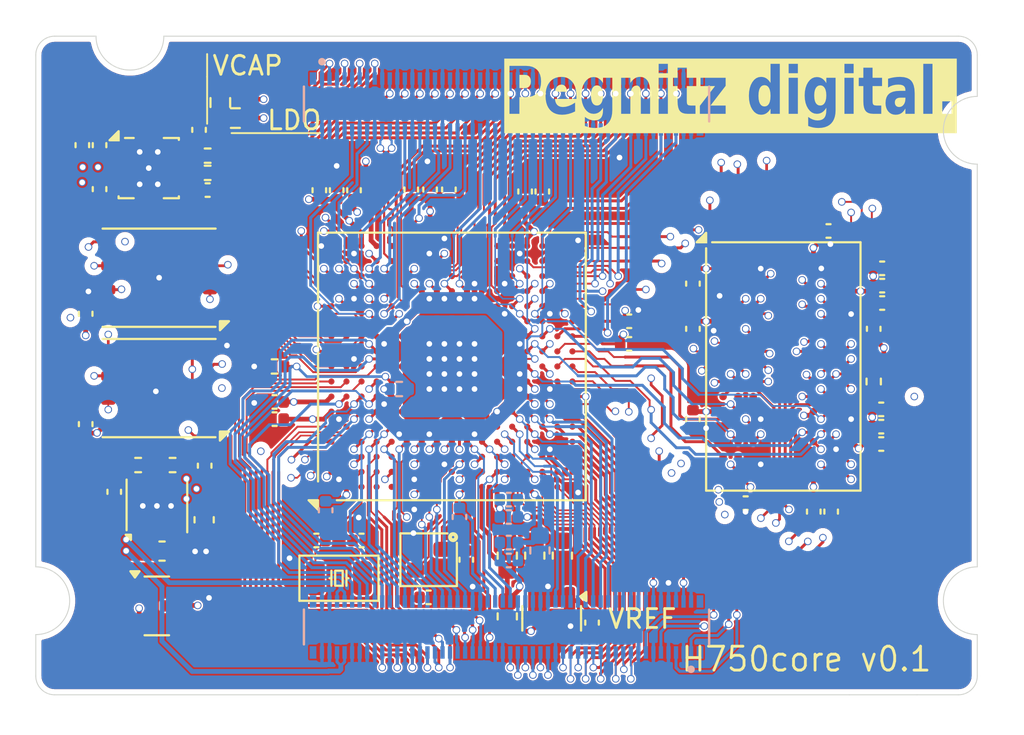
<source format=kicad_pcb>
(kicad_pcb (version 20240108) (generator "pcbnew") (generator_version "8.0")
  (layers (0 "F.Cu" signal "signal1.Cu") (1 "In1.Cu" power "gnd1.Cu") (2 "In2.Cu" signal "signal2.Cu") (3 "In3.Cu" signal "signal3+pwr.Cu") (4 "In4.Cu" power "power.Cu") (31 "B.Cu" signal "signal4.Cu") (34 "B.Paste" user) (35 "F.Paste" user) (36 "B.SilkS" user "B.Silkscreen") (37 "F.SilkS" user "F.Silkscreen") (38 "B.Mask" user) (39 "F.Mask" user) (44 "Edge.Cuts" user))
  (net 0 "")
  (net 1 "GND")
  (net 2 "+3V3")
  (net 3 "Net-(U1-VREF+)")
  (net 4 "Net-(U1-VREF-)")
  (net 5 "/mcu/VDDA")
  (net 6 "/mcu/VSSA")
  (net 7 "/mcu/VCAP")
  (net 8 "/mcu/VDDLDO")
  (net 9 "Net-(U1-PDR_ON)")
  (net 10 "Net-(U2-SS)")
  (net 11 "+1V8")
  (net 12 "/PJ3")
  (net 13 "/PI15")
  (net 14 "VBUS")
  (net 15 "/PJ0")
  (net 16 "Net-(U3-SS{slash}TR)")
  (net 17 "/PJ4")
  (net 19 "/PI14")
  (net 20 "/PI11")
  (net 21 "+2V048")
  (net 22 "/mcu/QSPI_CLK")
  (net 23 "/mcu/SDRAM_CS#")
  (net 24 "Net-(U2-FB)")
  (net 25 "Net-(U3-FB)")
  (net 26 "/PK6")
  (net 27 "/mcu/QSPI1_IO3")
  (net 28 "/mcu/SDRAM_BA1")
  (net 29 "/mcu/SDRAM_A8")
  (net 31 "/mcu/SDRAM_D5")
  (net 32 "/mcu/SDRAM_A5")
  (net 33 "/mcu/SDRAM_D13")
  (net 34 "/mcu/SDRAM_A4")
  (net 35 "/PI13")
  (net 36 "/mcu/SDRAM_D2")
  (net 37 "/mcu/SDRAM_D31")
  (net 38 "/PI8")
  (net 39 "/PJ13")
  (net 40 "/mcu/SDRAM_CAS")
  (net 41 "/PJ1")
  (net 42 "/mcu/SDRAM_CKE")
  (net 43 "/mcu/QSPI1_IO0")
  (net 44 "/mcu/SDRAM_D15")
  (net 45 "/PJ2")
  (net 46 "/mcu/SDRAM_D6")
  (net 47 "/PK7")
  (net 48 "/mcu/SDRAM_DQM0")
  (net 49 "/PJ14")
  (net 50 "/PI12")
  (net 52 "/mcu/SDRAM_D18")
  (net 53 "/mcu/SDRAM_A10")
  (net 54 "Net-(U1-PC14)")
  (net 55 "/mcu/SDRAM_D12")
  (net 56 "/PJ5")
  (net 58 "/mcu/SDRAM_CLK")
  (net 59 "/PJ11")
  (net 60 "/PG6")
  (net 61 "/mcu/QSPI_CS")
  (net 62 "/mcu/QSPI2_IO0")
  (net 63 "/mcu/SDRAM_D27")
  (net 64 "/mcu/SDRAM_D25")
  (net 65 "/mcu/QSPI2_IO3")
  (net 66 "/PJ10")
  (net 67 "/mcu/SDRAM_DQM3")
  (net 68 "/mcu/SDRAM_A2")
  (net 69 "/PH7")
  (net 70 "/mcu/SDRAM_D0")
  (net 71 "/mcu/SDRAM_D11")
  (net 72 "/mcu/SDRAM_D7")
  (net 73 "/mcu/SDRAM_D19")
  (net 74 "/PJ6")
  (net 75 "/mcu/SDRAM_A12")
  (net 76 "/mcu/SDRAM_A3")
  (net 77 "/PH6")
  (net 78 "/mcu/SDRAM_D9")
  (net 79 "/mcu/SDRAM_A7")
  (net 80 "/PK3")
  (net 81 "/PG13")
  (net 82 "/mcu/SDRAM_D24")
  (net 84 "/PJ8")
  (net 85 "/mcu/SDRAM_RAS")
  (net 86 "/PJ15")
  (net 87 "/mcu/SDRAM_DQM2")
  (net 88 "/PG10")
  (net 89 "/mcu/QSPI2_IO2")
  (net 90 "/mcu/SDRAM_A0")
  (net 91 "/mcu/QSPI1_IO2")
  (net 92 "/mcu/QSPI1_IO1")
  (net 93 "/PJ7")
  (net 94 "/mcu/SDRAM_D26")
  (net 95 "/mcu/VBAT")
  (net 96 "/PH4")
  (net 97 "/mcu/SDRAM_A11")
  (net 98 "/PK4")
  (net 99 "/PK2")
  (net 100 "/PG11")
  (net 101 "/mcu/SDRAM_D21")
  (net 102 "/mcu/SDRAM_D30")
  (net 103 "/mcu/QSPI2_IO1")
  (net 104 "/PJ9")
  (net 105 "/mcu/SDRAM_D29")
  (net 106 "/mcu/SDRAM_A6")
  (net 107 "/mcu/SDRAM_BA0")
  (net 108 "/PG7")
  (net 109 "/PG3")
  (net 110 "/PK0")
  (net 111 "/mcu/SDRAM_A9")
  (net 113 "/mcu/SDRAM_D17")
  (net 114 "Net-(U1-PC15)")
  (net 116 "/mcu/SDRAM_D16")
  (net 117 "/PK1")
  (net 118 "/PK5")
  (net 119 "Net-(U1-PH0)")
  (net 120 "/PG12")
  (net 121 "/mcu/SDRAM_D3")
  (net 122 "/mcu/SDRAM_A1")
  (net 124 "/mcu/SDRAM_D28")
  (net 125 "/mcu/SDRAM_DQM1")
  (net 126 "Net-(U1-PH1)")
  (net 127 "/PJ12")
  (net 128 "/mcu/SDRAM_WE")
  (net 129 "/mcu/SDRAM_D14")
  (net 130 "/mcu/SDRAM_D1")
  (net 131 "/mcu/SDRAM_D22")
  (net 132 "/mcu/SDRAM_D20")
  (net 133 "/mcu/SDRAM_D23")
  (net 134 "/mcu/SDRAM_D10")
  (net 135 "/mcu/SDRAM_D8")
  (net 136 "/mcu/SDRAM_D4")
  (net 144 "/PC0")
  (net 145 "/PD13")
  (net 146 "/PC2_C")
  (net 147 "/PA1_C")
  (net 148 "/PF9")
  (net 149 "/PF7")
  (net 150 "/PA0_C")
  (net 151 "/PF8")
  (net 152 "/PC3_C")
  (net 153 "/PC13")
  (net 154 "/PD11")
  (net 155 "/PC1")
  (net 156 "/PD12")
  (net 157 "/PC12")
  (net 158 "/NRST")
  (net 159 "/BOOT0")
  (net 160 "/PB2")
  (net 161 "/PB9")
  (net 162 "/PB8")
  (net 163 "/PA4")
  (net 164 "/PA1")
  (net 165 "/PB4")
  (net 166 "/PA7")
  (net 167 "/PB1")
  (net 168 "/PA0")
  (net 169 "/PB0")
  (net 170 "/PB3")
  (net 171 "/PA14")
  (net 172 "/PA9")
  (net 173 "/PA6")
  (net 174 "/PB7")
  (net 175 "/PB15")
  (net 176 "/PA15")
  (net 177 "/PA11")
  (net 178 "/PA10")
  (net 179 "/PB14")
  (net 180 "/PB10")
  (net 181 "/PB11")
  (net 182 "/PA12")
  (net 183 "/PB13")
  (net 184 "/PB5")
  (net 185 "/PB6")
  (net 186 "/PA5")
  (net 187 "/PB12")
  (net 188 "/PA8")
  (net 189 "/PA3")
  (net 190 "/PA2")
  (net 191 "/PA13")
  (net 192 "/PC5")
  (net 193 "/PE6")
  (net 194 "/PC7")
  (net 195 "/PD3")
  (net 196 "/PE4")
  (net 197 "/PC8")
  (net 198 "/PD5")
  (net 199 "/PD6")
  (net 200 "/PE5")
  (net 201 "/PD2")
  (net 202 "/PD4")
  (net 203 "/PD7")
  (net 204 "/PE3")
  (net 205 "/PC6")
  (footprint "Crystal_AKL:Crystal_SMD_2016-4Pin_2.0x1.6mm" (layer "F.Cu") (at 36.133647 104.519067 180)
    (property "Reference" "Y1" (hide yes))
    (property "Value" "32M" (hide yes))
  )
  (footprint "Capacitor_SMD:C_0402_1005Metric" (layer "F.Cu") (at 17.7428 82.4872 90)
    (property "Reference" "C38" (hide yes))
    (property "Value" "4.7uF" (hide yes))
  )
  (footprint "Resistor_SMD:R_0603_1608Metric" (layer "F.Cu") (at 25.0704 80.223 90)
    (property "Reference" "R11" (hide yes))
    (property "Value" "0 opt.")
  )
  (footprint "Capacitor_SMD:C_0402_1005Metric" (layer "F.Cu") (at 17.920399 91.447798 90)
    (property "Reference" "C64" (hide yes))
    (property "Value" "100nF" (hide yes))
  )
  (footprint "Resistor_SMD:R_0402_1005Metric" (layer "F.Cu") (at 20.7068 99.4883)
    (property "Reference" "R10" (hide yes))
    (property "Value" "100kΩ" (hide yes))
  )
  (footprint "Capacitor_SMD:C_0603_1608Metric" (layer "F.Cu") (at 24.212 102.3969 -90)
    (property "Reference" "C45" (hide yes))
    (property "Value" "22uF" (hide yes))
  )
  (footprint "Resistor_SMD:R_0402_1005Metric" (layer "F.Cu") (at 59.7704 95.048 90)
    (property "Reference" "R5" (hide yes))
    (property "Value" "10K" (hide yes))
  )
  (footprint "Package_TO_SOT_SMD:SOT-23" (layer "F.Cu") (at 21.6986 106.9734)
    (property "Reference" "D3" (hide yes))
    (property "Value" "BAT54C" (hide yes))
  )
  (footprint "Capacitor_SMD:C_0402_1005Metric" (layer "F.Cu") (at 30.328778 84.8836 90)
    (property "Reference" "C34" (hide yes))
    (property "Value" "4.7uF" (hide yes))
  )
  (footprint "Capacitor_SMD:C_0402_1005Metric" (layer "F.Cu") (at 60.1704 96.529003 180)
    (property "Reference" "C49" (hide yes))
    (property "Value" "100nF" (hide yes))
  )
  (footprint "Capacitor_SMD:C_0402_1005Metric" (layer "F.Cu") (at 42.170401 84.950499 90)
    (property "Reference" "C2" (hide yes))
    (property "Value" "100nF")
  )
  (footprint "Capacitor_SMD:C_0402_1005Metric" (layer "F.Cu") (at 31.24959 84.883599 90)
    (property "Reference" "C61" (hide yes))
    (property "Value" "100nF" (hide yes))
  )
  (footprint "Capacitor_SMD:C_0402_1005Metric" (layer "F.Cu") (at 32.570401 103.495341)
    (property "Reference" "C66" (hide yes))
    (property "Value" "10pF" (hide yes))
  )
  (footprint "Package_SON:WSON-8-1EP_6x5mm_P1.27mm_EP3.4x4.3mm" (layer "F.Cu") (at 21.8204 95.397997 180)
    (property "Reference" "U7" (hide yes))
    (property "Value" "W25Q32JVZP" (hide yes))
  )
  (footprint "Capacitor_SMD:C_0402_1005Metric" (layer "F.Cu") (at 35.210449 84.847623 90)
    (property "Reference" "C27" (hide yes))
    (property "Value" "100nF" (hide yes))
  )
  (footprint "Inductor_SMD:L_0603_1608Metric" (layer "F.Cu") (at 43.235455 104.302171 -90)
    (property "Reference" "FB2" (hide yes))
    (property "Value" "120Ω" (hide yes))
  )
  (footprint "Package_TO_SOT_SMD:SOT-23" (layer "F.Cu") (at 42.6677 107.6338 -90)
    (property "Reference" "U4" (hide yes))
    (property "Value" "REF3020" (hide yes))
  )
  (footprint "Capacitor_SMD:C_0402_1005Metric" (layer "F.Cu") (at 60.2204 89.033494 180)
    (property "Reference" "C52" (hide yes))
    (property "Value" "100nF" (hide yes))
  )
  (footprint "Capacitor_SMD:C_0402_1005Metric" (layer "F.Cu") (at 36.133647 106.519068)
    (property "Reference" "C67" (hide yes))
    (property "Value" "20pF" (hide yes))
  )
  (footprint "Package_LGA:Texas_SIL0008D_MicroSiP-8-1EP_2.8x3mm_P0.65mm_EP1.1x1.9mm_ThermalVias" (layer "F.Cu") (at 21.7038 101.6605 90)
    (property "Reference" "U3" (hide yes))
    (property "Value" "TPS82130" (hide yes))
  )
  (footprint "Resistor_SMD:R_0402_1005Metric" (layer "F.Cu") (at 24.3976 83.9604 180)
    (property "Reference" "R8" (hide yes))
    (property "Value" "4.99kΩ/12kΩ" (hide yes))
  )
  (footprint "Capacitor_SMD:C_0402_1005Metric" (layer "F.Cu") (at 52.9704 101.512127 180)
    (property "Reference" "C59" (hide yes))
    (property "Value" "100nF" (hide yes))
  )
  (footprint "Crystal_Handsoldering_AKL:Crystal_SMD_3215-2Pin_3.2x1.5mm" (layer "F.Cu") (at 31.3704 105.502498)
    (property "Reference" "Y2" (hide yes))
    (property "Value" "32.768k" (hide yes))
  )
  (footprint "Package_BGA:BGA-90_8.0x13.0mm_Layout2x3x15_P0.8mm" (layer "F.Cu") (at 54.9704 94.248)
    (property "Reference" "U9" (hide yes))
    (property "Value" "~")
  )
  (footprint "Capacitor_SMD:C_0402_1005Metric" (layer "F.Cu") (at 50.1704 89.848 90)
    (property "Reference" "C51" (hide yes))
    (property "Value" "100nF" (hide yes))
  )
  (footprint "Capacitor_SMD:C_0402_1005Metric" (layer "F.Cu") (at 50.1704 97.048 90)
    (property "Reference" "C57" (hide yes))
    (property "Value" "100nF" (hide yes))
  )
  (footprint "Capacitor_SMD:C_0402_1005Metric" (layer "F.Cu") (at 32.1704 84.883599 90)
    (property "Reference" "C62" (hide yes))
    (property "Value" "2.2uF" (hide yes))
  )
  (footprint "Capacitor_SMD:C_0402_1005Metric" (layer "F.Cu") (at 17.9204 97.312997 90)
    (property "Reference" "C63" (hide yes))
    (property "Value" "100nF" (hide yes))
  )
  (footprint "Resistor_SMD:R_0402_1005Metric" (layer "F.Cu") (at 22.5356 99.4883)
    (property "Reference" "R9" (hide yes))
    (property "Value" "309kΩ" (hide yes))
  )
  (footprint "Package_SON:VSON-10-1EP_3x3mm_P0.5mm_EP1.65x2.4mm_ThermalVias" (layer "F.Cu") (at 21.2694 83.707)
    (property "Reference" "U2" (hide yes))
    (property "Value" "TPS74801DRC" (hide yes))
  )
  (footprint "Capacitor_SMD:C_0402_1005Metric" (layer "F.Cu") (at 27.9548 97.048 180)
    (property "Reference" "C32" (hide yes))
    (property "Value" "100nF" (hide yes))
  )
  (footprint "Inductor_SMD:L_0603_1608Metric" (layer "F.Cu") (at 41.7704 104.302171 -90)
    (property "Reference" "FBopt2" (hide yes))
    (property "Value" "120Ω" (hide yes))
  )
  (footprint "Inductor_SMD:L_0603_1608Metric" (layer "F.Cu") (at 40.310342 107.5302 90)
    (property "Reference" "FB4" (hide yes))
    (property "Value" "120Ω" (hide yes))
  )
  (footprint "Capacitor_SMD:C_0402_1005Metric" (layer "F.Cu") (at 18.6572 84.824 90)
    (property "Reference" "C41" (hide yes))
    (property "Value" "4.7uF" (hide yes))
  )
  (footprint "Capacitor_SMD:C_0402_1005Metric" (layer "F.Cu") (at 18.6572 82.4872 90)
    (property "Reference" "C39" (hide yes))
    (property "Value" "100nF" (hide yes))
  )
  (footprint "Capacitor_SMD:C_0402_1005Metric" (layer "F.Cu") (at 41.2566 84.9505 90)
    (property "Reference" "C16" (hide yes))
    (property "Value" "100nF")
  )
  (footprint "Capacitor_SMD:C_0402_1005Metric" (layer "F.Cu") (at 27.9548 96.133599 180)
    (property "Reference" "C31" (hide yes))
    (property "Value" "2.2uF" (hide yes))
  )
  (footprint "Capacitor_SMD:C_0402_1005Metric" (layer "F.Cu") (at 19.4368 100.9107 -90)
    (property "Reference" "C44" (hide yes))
    (property "Value" "430pF" (hide yes))
  )
  (footprint "Capacitor_SMD:C_0603_1608Metric" (layer "F.Cu") (at 21.9768 104.0603)
    (property "Reference" "C43" (hide yes))
    (property "Value" "10uF" (hide yes))
  )
  (footprint "Capacitor_SMD:C_0402_1005Metric" (layer "F.Cu") (at 38.133648 104.519068 90)
    (property "Reference" "C68" (hide yes))
    (property "Value" "20pF" (hide yes))
  )
  (footprint "Capacitor_SMD:C_0402_1005Metric" (layer "F.Cu") (at 46.785601 91.848)
    (property "Reference" "C33" (hide yes))
    (property "Value" "100nF" (hide yes))
  )
  (footprint "Capacitor_SMD:C_0402_1005Metric" (layer "F.Cu") (at 50.1704 92.248 90)
    (property "Reference" "C55" (hide yes))
    (property "Value" "100nF" (hide yes))
  )
  (footprint "Capacitor_SMD:C_0402_1005Metric" (layer "F.Cu") (at 60.220399 90.877288 180)
    (property "Reference" "C53" (hide yes))
    (property "Value" "100nF" (hide yes))
  )
  (footprint "Capacitor_SMD:C_0402_1005Metric" (layer "F.Cu") (at 23.9404 81.6744 -90)
    (property "Reference" "C42" (hide yes))
    (property "Value" "4.7uF" (hide yes))
  )
  (footprint "Capacitor_SMD:C_0402_1005Metric" (layer "F.Cu") (at 59.7704 92.248 -90)
    (property "Reference" "C48" (hide yes))
    (property "Value" "100nF" (hide yes))
  )
  (footprint "Package_SON:WSON-8-1EP_6x5mm_P1.27mm_EP3.4x4.3mm" (layer "F.Cu") (at 21.8204 89.532798 180)
    (property "Reference" "U8" (hide yes))
    (property "Value" "W25Q32JVZP" (hide yes))
  )
  (footprint "Capacitor_SMD:C_0402_1005Metric" (layer "F.Cu") (at 37.210449 84.847624 90)
    (property "Reference" "C29" (hide yes))
    (property "Value" "1uF" (hide yes))
  )
  (footprint "Resistor_SMD:R_0402_1005Metric" (layer "F.Cu") (at 24.3976 83.046)
    (property "Reference" "R7" (hide yes))
    (property "Value" "3.74kΩ/15kΩ" (hide yes))
  )
  (footprint "Capacitor_SMD:C_0402_1005Metric" (layer "F.Cu") (at 30.1704 103.49534 180)
    (property "Reference" "C65" (hide yes))
    (property "Value" "10pF" (hide yes))
  )
  (footprint "Capacitor_SMD:C_0402_1005Metric" (layer "F.Cu") (at 56.587902 101.962127 90)
    (property "Reference" "C50" (hide yes))
    (property "Value" "100nF" (hide yes))
  )
  (footprint "Capacitor_SMD:C_0402_1005Metric" (layer "F.Cu") (at 60.2204 89.954273 180)
    (property "Reference" "C54" (hide yes))
    (property "Value" "100nF" (hide yes))
  )
  (footprint "Capacitor_SMD:C_0402_1005Metric" (layer "F.Cu") (at 46.785601 93.048)
    (property "Reference" "C30" (hide yes))
    (property "Value" "2.2uF" (hide yes))
  )
  (footprint "Capacitor_SMD:C_0402_1005Metric" (layer "F.Cu") (at 24.3976 84.8748)
    (property "Reference" "C40" (hide yes))
    (property "Value" "430pF" (hide yes))
  )
  (footprint "Capacitor_SMD:C_0402_1005Metric" (layer "F.Cu") (at 57.370401 87.048 180)
    (property "Reference" "C47" (hide yes))
    (property "Value" "100nF" (hide yes))
  )
  (footprint "Capacitor_SMD:C_0402_1005Metric" (layer "F.Cu") (at 36.210449 84.847624 90)
    (property "Reference" "C28" (hide yes))
    (property "Value" "100nF" (hide yes))
  )
  (footprint "Resistor_SMD:R_0603_1608Metric" (layer "F.Cu") (at 25.8704 81.048)
    (property "Reference" "R4" (hide yes))
    (property "Value" "0")
  )
  (footprint "Capacitor_SMD:C_0402_1005Metric" (layer "F.Cu") (at 44.8126 107.8624 -90)
    (property "Reference" "C36" (hide yes))
    (property "Value" "0.47uF")
  )
  (footprint "Capacitor_SMD:C_0402_1005Metric" (layer "F.Cu") (at 60.1704 98.370467 180)
    (property "Reference" "C58" (hide yes))
    (property "Value" "100nF" (hide yes))
  )
  (footprint "Capacitor_SMD:C_0402_1005Metric" (layer "F.Cu") (at 60.170401 97.448 180)
    (property "Reference" "C56" (hide yes))
    (property "Value" "100nF" (hide yes))
  )
  (footprint "Package_BGA:TFBGA-265_14x14mm_Layout17x17_P0.8mm" (layer "F.Cu") (at 37.3704 94.248 90)
    (property "Reference" "U1" (hide yes))
    (property "Value" "STM32H750XBHx" (hide yes))
  )
  (footprint "Capacitor_SMD:C_0402_1005Metric" (layer "F.Cu") (at 24.2398 99.523 90)
    (property "Reference" "C35" (hide yes))
    (property "Value" "4.7uF" (hide yes))
  )
  (footprint "Resistor_SMD:R_0402_1005Metric" (layer "F.Cu") (at 27.9548 94.248 180)
    (property "Reference" "R2" (hide yes))
    (property "Value" "10kΩ" (hide yes))
  )
  (footprint "Inductor_SMD:L_0603_1608Metric" (layer "F.Cu") (at 40.310342 104.30217 -90)
    (property "Reference" "FBopt1" (hide yes))
    (property "Value" "120Ω" (hide yes))
  )
  (footprint "Capacitor_SMD:C_0402_1005Metric" (layer "F.Cu") (at 57.5104 101.962127 90)
    (property "Reference" "C60" (hide yes))
    (property "Value" "100nF" (hide yes))
  )
  (footprint "Capacitor_SMD:C_0201_0603Metric_Pad0.64x0.40mm_HandSolder" (layer "B.Cu") (at 40.1379 94.248 180)
    (property "Reference" "C13" (hide yes))
    (property "Value" "100nF" (hide yes))
  )
  (footprint "Capacitor_SMD:C_0201_0603Metric_Pad0.64x0.40mm_HandSolder" (layer "B.Cu") (at 34.5704 92.647998)
    (property "Reference" "C9" (hide yes))
    (property "Value" "100nF" (hide yes))
  )
  (footprint "Capacitor_SMD:C_0201_0603Metric_Pad0.64x0.40mm_HandSolder" (layer "B.Cu") (at 36.570401 97.040499 90)
    (property "Reference" "C5" (hide yes))
    (property "Value" "100nF" (hide yes))
  )
  (footprint "Inductor_SMD:L_0603_1608Metric" (layer "B.Cu") (at 42.044 104.027 -90)
    (property "Reference" "FB3" (hide yes))
    (property "Value" "120Ω" (hide yes))
  )
  (footprint "Capacitor_SMD:C_0402_1005Metric" (layer "B.Cu") (at 40.393 101.323263)
    (property "Reference" "C24" (hide yes))
    (property "Value" "100nF" (hide yes))
  )
  (footprint "Capacitor_SMD:C_0402_1005Metric" (layer "B.Cu") (at 40.393 102.248)
    (property "Reference" "C23" (hide yes))
    (property "Value" "1uF" (hide yes))
  )
  (footprint "Capacitor_SMD:C_0402_1005Metric" (layer "B.Cu") (at 40.393 104.5604)
    (property "Reference" "C25" (hide yes))
    (property "Value" "1uF" (hide yes))
  )
  (footprint "Capacitor_SMD:C_0201_0603Metric_Pad0.64x0.40mm_HandSolder" (layer "B.Cu") (at 38.1704 97.040499 90)
    (property "Reference" "C4" (hide yes))
    (property "Value" "100nF" (hide yes))
  )
  (footprint "Capacitor_SMD:C_0201_0603Metric_Pad0.64x0.40mm_HandSolder" (layer "B.Cu") (at 38.9704 91.448 -90)
    (property "Reference" "C17" (hide yes))
    (property "Value" "100nF" (hide yes))
  )
  (footprint "Capacitor_SMD:C_0201_0603Metric_Pad0.64x0.40mm_HandSolder" (layer "B.Cu") (at 37.3704 91.448 -90)
    (property "Reference" "C21" (hide yes))
    (property "Value" "100nF" (hide yes))
  )
  (footprint "Capacitor_SMD:C_0201_0603Metric_Pad0.64x0.40mm_HandSolder" (layer "B.Cu") (at 34.5704 96.648)
    (property "Reference" "C7" (hide yes))
    (property "Value" "100nF" (hide yes))
  )
  (footprint "Capacitor_SMD:C_0402_1005Metric" (layer "B.Cu") (at 40.393 103.6064)
    (property "Reference" "C26" (hide yes))
    (property "Value" "100nF" (hide yes))
  )
  (footprint "Capacitor_SMD:C_0201_0603Metric_Pad0.64x0.40mm_HandSolder" (layer "B.Cu") (at 35.7704 91.448 -90)
    (property "Reference" "C19" (hide yes))
    (property "Value" "100nF" (hide yes))
  )
  (footprint "Capacitor_SMD:C_0201_0603Metric_Pad0.64x0.40mm_HandSolder" (layer "B.Cu") (at 35.7704 97.0405 90)
    (property "Reference" "C6" (hide yes))
    (property "Value" "100nF" (hide yes))
  )
  (footprint "Capacitor_SMD:C_0201_0603Metric_Pad0.64x0.40mm_HandSolder" (layer "B.Cu") (at 34.5704 93.448)
    (property "Reference" "C1" (hide yes))
    (property "Value" "100nF" (hide yes))
  )
  (footprint "Capacitor_SMD:C_0201_0603Metric_Pad0.64x0.40mm_HandSolder" (layer "B.Cu") (at 38.9704 97.0405 90)
    (property "Reference" "C3" (hide yes))
    (property "Value" "100nF" (hide yes))
  )
  (footprint "Capacitor_SMD:C_0201_0603Metric_Pad0.64x0.40mm_HandSolder" (layer "B.Cu") (at 34.5704 94.248)
    (property "Reference" "C8" (hide yes))
    (property "Value" "100nF" (hide yes))
  )
  (footprint "HRS:HIROSE_DF40C-100DP-0.4V_51_" (layer "B.Cu") (at 40.2704 80.3014)
    (property "Reference" "J1" (hide yes))
    (property "Value" "DF40C-100DP-0.4V_51_")
  )
  (footprint "Resistor_SMD:R_0402_1005Metric" (layer "B.Cu") (at 34.5704 95.448)
    (property "Reference" "R1" (hide yes))
    (property "Value" "0Ω" (hide yes))
  )
  (footprint "Capacitor_SMD:C_0201_0603Metric_Pad0.64x0.40mm_HandSolder" (layer "B.Cu") (at 38.1704 91.448 -90)
    (property "Reference" "C18" (hide yes))
    (property "Value" "100nF" (hide yes))
  )
  (footprint "Capacitor_SMD:C_0201_0603Metric_Pad0.64x0.40mm_HandSolder" (layer "B.Cu") (at 36.570401 91.448 -90)
    (property "Reference" "C20" (hide yes))
    (property "Value" "100nF" (hide yes))
  )
  (footprint "Capacitor_SMD:C_0402_1005Metric" (layer "B.Cu") (at 30.6648 101.8908 90)
    (property "Reference" "C37" (hide yes))
    (property "Value" "100nF" (hide yes))
  )
  (footprint "Capacitor_SMD:C_0201_0603Metric_Pad0.64x0.40mm_HandSolder" (layer "B.Cu") (at 40.1379 92.647998 180)
    (property "Reference" "C11" (hide yes))
    (property "Value" "100nF" (hide yes))
  )
  (footprint "Capacitor_SMD:C_0402_1005Metric" (layer "B.Cu") (at 37.7704 102.248 -90)
    (property "Reference" "C22" (hide yes))
    (property "Value" "100nF" (hide yes))
  )
  (footprint "Capacitor_SMD:C_0201_0603Metric_Pad0.64x0.40mm_HandSolder" (layer "B.Cu") (at 37.3704 97.0405 90)
    (property "Reference" "C10" (hide yes))
    (property "Value" "100nF" (hide yes))
  )
  (footprint "Capacitor_SMD:C_0201_0603Metric_Pad0.64x0.40mm_HandSolder" (layer "B.Cu") (at 40.1379 95.047999 180)
    (property "Reference" "C14" (hide yes))
    (property "Value" "100nF" (hide yes))
  )
  (footprint "Capacitor_SMD:C_0201_0603Metric_Pad0.64x0.40mm_HandSolder" (layer "B.Cu") (at 40.1379 93.448 180)
    (property "Reference" "C12" (hide yes))
    (property "Value" "100nF" (hide yes))
  )
  (footprint "Capacitor_SMD:C_0201_0603Metric_Pad0.64x0.40mm_HandSolder" (layer "B.Cu") (at 40.1379 95.848 180)
    (property "Reference" "C15" (hide yes))
    (property "Value" "100nF" (hide yes))
  )
  (footprint "HRS:HIROSE_DF40C-100DP-0.4V_51_" (layer "B.Cu") (at 40.2704 108.093 180)
    (property "Reference" "J2" (hide yes))
    (property "Value" "DF40C-100DP-0.4V_51_")
  )
  (gr_line (start 24.3704 78.848) (end 24.3704 77.648) (stroke (width 0.1)) (layer "F.SilkS"))
  (gr_line (start 24.3704 81.348) (end 24.3704 78.848) (stroke (width 0.1)) (layer "F.SilkS"))
  (gr_line (start 25.6704 81.848) (end 30.3704 81.848) (stroke (width 0.1)) (layer "F.SilkS"))
  (gr_line (start 65.2704 77.6972) (end 65.2704 79.8972) (stroke (width 0.05)) (layer "Edge.Cuts"))
  (gr_line (start 65.2704 110.6972) (end 65.2704 108.4972) (stroke (width 0.05)) (layer "Edge.Cuts"))
  (gr_arc (start 65.2704 108.4972) (mid 63.4704 106.6972) (end 65.2704 104.8972) (stroke (width 0.05)) (layer "Edge.Cuts"))
  (gr_arc (start 22.0704 76.6972) (mid 20.2704 78.4972) (end 18.4704 76.6972) (stroke (width 0.05)) (layer "Edge.Cuts"))
  (gr_line (start 65.2704 83.4972) (end 65.2704 104.8972) (stroke (width 0.05)) (layer "Edge.Cuts"))
  (gr_line (start 58.4704 111.6972) (end 16.2704 111.6972) (stroke (width 0.05)) (layer "Edge.Cuts"))
  (gr_line (start 15.2704 104.8972) (end 15.2704 77.6972) (stroke (width 0.05)) (layer "Edge.Cuts"))
  (gr_arc (start 15.2704 104.8972) (mid 17.0704 106.6972) (end 15.2704 108.4972) (stroke (width 0.05)) (layer "Edge.Cuts"))
  (gr_arc (start 15.2704 77.6972) (mid 15.563293 76.990093) (end 16.2704 76.6972) (stroke (width 0.05)) (layer "Edge.Cuts"))
  (gr_line (start 22.0704 76.6972) (end 64.2704 76.6972) (stroke (width 0.05)) (layer "Edge.Cuts"))
  (gr_line (start 64.2704 111.6972) (end 62.0704 111.6972) (stroke (width 0.05)) (layer "Edge.Cuts"))
  (gr_arc (start 16.2704 111.6972) (mid 15.563293 111.404307) (end 15.2704 110.6972) (stroke (width 0.05)) (layer "Edge.Cuts"))
  (gr_arc (start 65.2704 83.4972) (mid 63.4704 81.6972) (end 65.2704 79.8972) (stroke (width 0.05)) (layer "Edge.Cuts"))
  (gr_arc (start 65.2704 110.6972) (mid 64.977507 111.404307) (end 64.2704 111.6972) (stroke (width 0.05)) (layer "Edge.Cuts"))
  (gr_line (start 58.4704 111.6972) (end 62.0704 111.6972) (stroke (width 0.05)) (layer "Edge.Cuts"))
  (gr_arc (start 64.2704 76.6972) (mid 64.977507 76.990093) (end 65.2704 77.6972) (stroke (width 0.05)) (layer "Edge.Cuts"))
  (gr_line (start 16.2704 76.6972) (end 18.4704 76.6972) (stroke (width 0.05)) (layer "Edge.Cuts"))
  (gr_line (start 15.2704 108.4972) (end 15.2704 110.6972) (stroke (width 0.05)) (layer "Edge.Cuts"))
  (gr_text "H750core v0.1" (at 49.4704 110.548 0) (layer "F.SilkS") (effects (font (size 1.27 1.2)) (justify left bottom)))
  (gr_text "VREF" (at 45.5704 108.248 0) (layer "F.SilkS") (effects (font (size 1 1)) (justify left bottom)))
  (gr_text "Pegnitz digital." (at 40.1704 81.248 0) (layer "F.SilkS" knockout) (effects (font (size 2.5 2) (thickness 0.2) (bold yes)) (justify left bottom)))
  (gr_text "VCAP" (at 24.5704 78.848 0) (layer "F.SilkS") (effects (font (size 1 1)) (justify left bottom)))
  (gr_text "LDO" (at 27.4704 81.748 0) (layer "F.SilkS") (effects (font (size 1 1)) (justify left bottom)))
  (segment (start 51.3704 97.448) (end 51.7704 97.448) (width 0.254) (layer "F.Cu") (net 1))
  (segment (start 37.3863 88.6321) (end 37.3863 87.863901) (width 0.254) (layer "F.Cu") (net 1))
  (segment (start 58.1704 96.648) (end 58.5704 97.048) (width 0.254) (layer "F.Cu") (net 1))
  (segment (start 50.1704 90.328) (end 51.419784 90.328) (width 0.156464) (layer "F.Cu") (net 1))
  (segment (start 36.5704 95.848) (end 35.7704 95.048) (width 0.254) (layer "F.Cu") (net 1))
  (segment (start 34.9545 101.4321) (end 34.9545 100.6639) (width 0.254) (layer "F.Cu") (net 1))
  (segment (start 38.5704 89.848) (end 38.9704 89.448) (width 0.254) (layer "F.Cu") (net 1))
  (segment (start 51.2704 92.348) (end 50.5504 92.348) (width 0.254) (layer "F.Cu") (net 1))
  (segment (start 37.3704 99.048001) (end 37.370399 99.048001) (width 0.254) (layer "F.Cu") (net 1))
  (segment (start 50.5504 92.348) (end 50.1704 92.728) (width 0.254) (layer "F.Cu") (net 1))
  (segment (start 38.1704 95.848) (end 38.9704 95.048) (width 0.254) (layer "F.Cu") (net 1))
  (segment (start 24.4704 106.548) (end 23.9458 106.0234) (width 0.254) (layer "F.Cu") (net 1))
  (segment (start 32.5704 93.448) (end 32.1704 93.848) (width 0.156464) (layer "F.Cu") (net 1))
  (segment (start 36.5704 92.648) (end 38.9704 95.048) (width 0.254) (layer "F.Cu") (net 1))
  (segment (start 51.2904 97.768) (end 51.2904 97.528) (width 0.254) (layer "F.Cu") (net 1))
  (segment (start 38.9704 92.648) (end 35.7704 95.848) (width 0.254) (layer "F.Cu") (net 1))
  (segment (start 48.8704 105.748) (end 48.8704 104.400353) (width 0.156464) (layer "F.Cu") (net 1))
  (segment (start 23.9458 106.0234) (end 20.7611 106.0234) (width 0.254) (layer "F.Cu") (net 1))
  (segment (start 53.3704 99.048) (end 53.7704 99.448) (width 0.254) (layer "F.Cu") (net 1))
  (segment (start 35.7704 88.648) (end 36.1704 88.248) (width 0.254) (layer "F.Cu") (net 1))
  (segment (start 42.1704 95.048) (end 42.5704 95.448) (width 0.254) (layer "F.Cu") (net 1))
  (segment (start 17.920399 90.967798) (end 17.920399 90.406201) (width 0.254) (layer "F.Cu") (net 1))
  (segment (start 37.3863 87.863901) (end 37.3704 87.848001) (width 0.254) (layer "F.Cu") (net 1))
  (segment (start 53.7704 99.448) (end 53.3704 99.848) (width 0.254) (layer "F.Cu") (net 1))
  (segment (start 52.1704 92.248) (end 52.1704 91.448) (width 0.156464) (layer "F.Cu") (net 1))
  (segment (start 38.133648 104.999068) (end 36.903646 104.999068) (width 0.254) (layer "F.Cu") (net 1))
  (segment (start 36.903646 104.999068) (end 36.833647 105.069067) (width 0.254) (layer "F.Cu") (net 1))
  (segment (start 52.989044 101.973483) (end 52.96312 101.973483) (width 0.142494) (layer "F.Cu") (net 1))
  (segment (start 37.3704 92.648) (end 38.9704 94.248) (width 0.254) (layer "F.Cu") (net 1))
  (segment (start 50.1704 97.528) (end 50.8704 97.528) (width 0.254) (layer "F.Cu") (net 1))
  (segment (start 53.7704 89.048) (end 53.3704 89.448) (width 0.254) (layer "F.Cu") (net 1))
  (segment (start 51.2704 92.348) (end 51.4704 92.348) (width 0.254) (layer "F.Cu") (net 1))
  (segment (start 40.5704 88.648) (end 40.9704 88.248) (width 0.254) (layer "F.Cu") (net 1))
  (segment (start 24.5204 93.198) (end 24.6704 93.048) (width 0.254) (layer "F.Cu") (net 1))
  (segment (start 38.1704 89.448) (end 38.5704 89.848) (width 0.254) (layer "F.Cu") (net 1))
  (segment (start 58.1864 91.848) (end 58.1704 91.848) (width 0.254) (layer "F.Cu") (net 1))
  (segment (start 45.525559 101.055512) (end 45.525559 100.109163) (width 0.156464) (layer "F.Cu") (net 1))
  (segment (start 33.050401 103.495341) (end 33.050401 103.455932) (width 0.156464) (layer "F.Cu") (net 1))
  (segment (start 24.8776 87.270598) (end 24.8776 84.8748) (width 0.254) (layer "F.Cu") (net 1))
  (segment (start 32.570399 88.648) (end 32.570399 88.647999) (width 0.254) (layer "F.Cu") (net 1))
  (segment (start 53.4504 101.512127) (end 52.989044 101.973483) (width 0.142494) (layer "F.Cu") (net 1))
  (segment (start 51.419784 90.328) (end 51.587098 90.495314) (width 0.156464) (layer "F.Cu") (net 1))
  (segment (start 42.1704 98.248001) (end 42.170401 98.248001) (width 0.254) (layer "F.Cu") (net 1))
  (segment (start 37.3704 87.848) (end 36.9704 87.448) (width 0.254) (layer "F.Cu") (net 1))
  (segment (start 36.613647 105.289067) (end 36.833647 105.069067) (width 0.254) (layer "F.Cu") (net 1))
  (segment (start 31.3704 100.248) (end 31.7704 99.848) (width 0.254) (layer "F.Cu") (net 1))
  (segment (start 51.7704 92.648) (end 52.1704 92.248) (width 0.156464) (layer "F.Cu") (net 1))
  (segment (start 37.3704 95.848) (end 38.9704 94.248) (width 0.254) (layer "F.Cu") (net 1))
  (segment (start 50.8704 97.528) (end 51.2904 97.528) (width 0.254) (layer "F.Cu") (net 1))
  (segment (start 24.5204 87.627798) (end 24.8776 87.270598) (width 0.254) (layer "F.Cu") (net 1))
  (segment (start 35.326635 103.104682) (end 35.433647 103.211694) (width 0.254) (layer "F.Cu") (net 1))
  (segment (start 17.920399 90.406201) (end 18.0664 90.2602) (width 0.254) (layer "F.Cu") (net 1))
  (segment (start 35.7704 94.248) (end 37.3704 92.648) (width 0.254) (layer "F.Cu") (net 1))
  (segment (start 34.9704 99.848) (end 35.3704 100.248) (width 0.254) (layer "F.Cu") (net 1))
  (segment (start 38.1704 92.648) (end 38.9704 93.448) (width 0.254) (layer "F.Cu") (net 1))
  (segment (start 34.9545 100.6639) (end 34.9704 100.648) (width 0.254) (layer "F.Cu") (net 1))
  (segment (start 44.064396 98.648) (end 43.3704 98.648) (width 0.156464) (layer "F.Cu") (net 1))
  (segment (start 27.444801 94.248) (end 26.8704 94.248) (width 0.254) (layer "F.Cu") (net 1))
  (segment (start 51.7704 90.248) (end 51.587098 90.431302) (width 0.156464) (layer "F.Cu") (net 1))
  (segment (start 35.3704 101.848) (end 34.9545 101.4321) (width 0.254) (layer "F.Cu") (net 1))
  (segment (start 38.1704 92.648) (end 35.7704 95.048) (width 0.254) (layer "F.Cu") (net 1))
  (segment (start 57.850401 87.048) (end 57.850401 87.367999) (width 0.254) (layer "F.Cu") (net 1))
  (segment (start 38.1704 95.848) (end 35.7704 93.448) (width 0.254) (layer "F.Cu") (net 1))
  (segment (start 35.7704 94.248) (end 37.3704 95.848) (width 0.254) (layer "F.Cu") (net 1))
  (segment (start 51.7704 98.248) (end 51.2904 97.768) (width 0.254) (layer "F.Cu") (net 1))
  (segment (start 48.8704 104.400353) (end 45.525559 101.055512) (width 0.156464) (layer "F.Cu") (net 1))
  (segment (start 31.7704 96.648) (end 31.3704 97.048) (width 0.254) (layer "F.Cu") (net 1))
  (segment (start 25.336343 93.048) (end 25.423435 93.135092) (width 0.254) (layer "F.Cu") (net 1))
  (segment (start 36.5704 92.648) (end 35.7704 93.448) (width 0.254) (layer "F.Cu") (net 1))
  (segment (start 28.747101 104.438639) (end 29.6904 103.49534) (width 0.254) (layer "F.Cu") (net 1))
  (segment (start 42.9704 91.848) (end 42.5704 91.448) (width 0.156464) (layer "F.Cu") (net 1))
  (segment (start 36.613647 106.519068) (end 36.613647 105.289067) (width 0.254) (layer "F.Cu") (net 1))
  (segment (start 51.7704 91.048) (end 51.7704 90.678616) (width 0.156464) (layer "F.Cu") (net 1))
  (segment (start 45.525559 100.109163) (end 44.064396 98.648) (width 0.156464) (layer "F.Cu") (net 1))
  (segment (start 27.4748 96.133599) (end 26.870799 96.133599) (width 0.254) (layer "F.Cu") (net 1))
  (segment (start 32.570399 88.647999) (end 32.1704 88.248) (width 0.254) (layer "F.Cu") (net 1))
  (segment (start 32.419671 102.825202) (end 33.050401 103.455932) (width 0.254) (layer "F.Cu") (net 1))
  (segment (start 53.3704 96.648) (end 53.7704 97.048) (width 0.254) (layer "F.Cu") (net 1))
  (segment (start 37.3704 88.648) (end 37.3863 88.6321) (width 0.254) (layer "F.Cu") (net 1))
  (segment (start 42.170401 98.248001) (end 42.5704 98.648) (width 0.254) (layer "F.Cu") (net 1))
  (segment (start 57.3704 99.048) (end 57.7704 98.648) (width 0.254) (layer "F.Cu") (net 1))
  (segment (start 39.7704 89.448) (end 40.1704 89.848) (width 0.254) (layer "F.Cu") (net 1))
  (segment (start 35.7704 99.848) (end 35.3704 100.248) (width 0.254) (layer "F.Cu") (net 1))
  (segment (start 38.9704 93.448) (end 36.5704 95.848) (width 0.254) (layer "F.Cu") (net 1))
  (segment (start 24.5204 93.492997) (end 24.5204 93.198) (width 0.254) (layer "F.Cu") (net 1))
  (segment (start 51.4704 92.348) (end 51.7704 92.648) (width 0.254) (layer "F.Cu") (net 1))
  (segment (start 58.5704 91.464) (end 58.1864 91.848) (width 0.254) (layer "F.Cu") (net 1))
  (segment (start 57.3704 89.422761) (end 56.986702 89.039063) (width 0.254) (layer "F.Cu") (net 1))
  (segment (start 53.3704 88.648) (end 53.7704 89.048) (width 0.254) (layer "F.Cu") (net 1))
  (segment (start 43.7704 100.648) (end 44.0704 100.948) (width 0.254) (layer "F.Cu") (net 1))
  (segment (start 35.433647 103.211694) (end 35.433647 103.969067) (width 0.254) (layer "F.Cu") (net 1))
  (segment (start 51.2904 97.528) (end 51.3704 97.448) (width 0.254) (layer "F.Cu") (net 1))
  (segment (start 37.3704 87.848001) (end 37.3704 87.848) (width 0.254) (layer "F.Cu") (net 1))
  (segment (start 32.419671 102.277494) (end 32.419671 102.825202) (width 0.254) (layer "F.Cu") (net 1))
  (segment (start 32.5704 91.048) (end 32.1704 90.648) (width 0.254) (layer "F.Cu") (net 1))
  (segment (start 47.265601 91.252799) (end 47.2704 91.248) (width 0.254) (layer "F.Cu") (net 1))
  (segment (start 52.1704 91.448) (end 51.7704 91.048) (width 0.156464) (layer "F.Cu") (net 1))
  (segment (start 51.7704 90.678616) (end 51.587098 90.495314) (width 0.156464) (layer "F.Cu") (net 1))
  (segment (start 30.9704 87.848) (end 30.431589 87.848) (width 0.254) (layer "F.Cu") (net 1))
  (segment (start 57.3704 89.448) (end 57.3704 89.422761) (width 0.254) (layer "F.Cu") (net 1))
  (segment (start 24.6704 93.048) (end 25.336343 93.048) (width 0.254) (layer "F.Cu") (net 1))
  (segment (start 35.7704 92.648) (end 38.9704 95.848) (width 0.254) (layer "F.Cu") (net 1))
  (segment (start 30.9704 100.648) (end 31.3704 100.248) (width 0.254) (layer "F.Cu") (net 1))
  (segment (start 47.265601 91.848) (end 47.265601 91.252799) (width 0.254) (layer "F.Cu") (net 1))
  (segment (start 57.850401 87.367999) (end 57.4704 87.748) (width 0.254) (layer "F.Cu") (net 1))
  (segment (start 43.3704 98.648) (end 42.9704 98.248) (width 0.156464) (layer "F.Cu") (net 1))
  (segment (start 51.587098 90.431302) (end 51.587098 90.495314) (width 0.156464) (layer "F.Cu") (net 1))
  (segment (start 37.370399 99.048001) (end 36.9704 99.448) (width 0.254) (layer "F.Cu") (net 1))
  (segment (start 44.0704 87.548) (end 43.7704 87.848) (width 0.254) (layer "F.Cu") (net 1))
  (via (at 31.3704 100.248) (size 0.4) (drill 0.3) (layers "F.Cu" "B.Cu") (net 1))
  (via (at 38.5704 94.648) (size 0.4) (drill 0.3) (layers "F.Cu" "B.Cu") (net 1))
  (via (at 35.326635 103.104682) (size 0.4) (drill 0.3) (layers "F.Cu" "B.Cu") (net 1))
  (via (at 37.7704 94.648) (size 0.4) (drill 0.3) (layers "F.Cu" "B.Cu") (net 1))
  (via (at 56.986702 89.039063) (size 0.4) (drill 0.3) (layers "F.Cu" "B.Cu") (net 1))
  (via (at 58.5704 91.464) (size 0.4) (drill 0.3) (layers "F.Cu" "B.Cu") (net 1))
  (via (at 40.9704 88.248) (size 0.4) (drill 0.3) (layers "F.Cu" "B.Cu") (net 1))
  (via (at 47.2704 91.248) (size 0.4) (drill 0.3) (layers "F.Cu" "B.Cu") (net 1))
  (via (at 51.587098 90.495314) (size 0.4) (drill 0.3) (layers "F.Cu" "B.Cu") (net 1))
  (via (at 36.9704 95.448) (size 0.4) (drill 0.3) (layers "F.Cu" "B.Cu") (net 1))
  (via (at 46.2704 83.148) (size 0.4) (drill 0.3) (layers "F.Cu" "B.Cu") (net 1))
  (via (at 36.0704 83.348) (size 0.4) (drill 0.3) (layers "F.Cu" "B.Cu") (net 1))
  (via (at 35.3704 100.248) (size 0.4) (drill 0.3) (layers "F.Cu" "B.Cu") (net 1))
  (via (at 42.4704 105.937666) (size 0.4) (drill 0.3) (layers "F.Cu" "B.Cu") (net 1))
  (via (at 53.7704 89.048) (size 0.4) (drill 0.3) (layers "F.Cu" "B.Cu") (net 1))
  (via (at 32.1704 93.848) (size 0.4) (drill 0.3) (layers "F.Cu" "B.Cu") (net 1))
  (via (at 50.8704 97.528) (size 0.4) (drill 0.3) (layers "F.Cu" "B.Cu") (net 1))
  (via (at 32.419671 102.277494) (size 0.4) (drill 0.3) (layers "F.Cu" "B.Cu") (net 1))
  (via (at 36.1704 95.448) (size 0.4) (drill 0.3) (layers "F.Cu" "B.Cu") (net 1))
  (via (at 26.870799 96.186582) (size 0.4) (drill 0.3) (layers "F.Cu" "B.Cu") (net 1))
  (via (at 40.1704 89.848) (size 0.4) (drill 0.3) (layers "F.Cu" "B.Cu") (net 1))
  (via (at 36.1704 94.648) (size 0.4) (drill 0.3) (layers "F.Cu" "B.Cu") (net 1))
  (via (at 36.1704 93.848) (size 0.4) (drill 0.3) (layers "F.Cu" "B.Cu") (net 1))
  (via (at 35.3704 101.848) (size 0.4) (drill 0.3) (layers "F.Cu" "B.Cu") (net 1))
  (via (at 38.5704 93.048) (size 0.4) (drill 0.3) (layers "F.Cu" "B.Cu") (net 1))
  (via (at 37.7704 95.448) (size 0.4) (drill 0.3) (layers "F.Cu" "B.Cu") (net 1))
  (via (at 24.4704 106.548) (size 0.4) (drill 0.3) (layers "F.Cu" "B.Cu") (net 1))
  (via (at 44.0704 100.948) (size 0.4) (drill 0.3) (layers "F.Cu" "B.Cu") (net 1))
  (via (at 42.5704 91.448) (size 0.4) (drill 0.3) (layers "F.Cu" "B.Cu") (net 1))
  (via (at 57.4704 87.748) (size 0.4) (drill 0.3) (layers "F.Cu" "B.Cu") (net 1))
  (via (at 38.5704 95.448) (size 0.4) (drill 0.3) (layers "F.Cu" "B.Cu") (net 1))
  (via (at 38.5704 93.848) (size 0.4) (drill 0.3) (layers "F.Cu" "B.Cu") (net 1))
  (via (at 36.9704 99.448) (size 0.4) (drill 0.3) (layers "F.Cu" "B.Cu") (net 1))
  (via (at 23.7306 104.0778) (size 0.4) (drill 0.3) (layers "F.Cu" "B.Cu") (net 1))
  (via (at 21.64753 95.570866) (size 0.4) (drill 0.3) (layers "F.Cu" "B.Cu") (net 1))
  (via (at 31.24959 83.589621) (size 0.4) (drill 0.3) (layers "F.Cu" "B.Cu") (net 1))
  (via (at 25.423435 93.135092) (size 0.4) (drill 0.3) (layers "F.Cu" "B.Cu") (net 1))
  (via (at 24.3148 104.0778) (size 0.4) (drill 0.3) (layers "F.Cu" "B.Cu") (net 1))
  (via (at 36.9704 93.848) (size 0.4) (drill 0.3) (layers "F.Cu" "B.Cu") (net 1))
  (via (at 36.1704 93.048) (size 0.4) (drill 0.3) (layers "F.Cu" "B.Cu") (net 1))
  (via (at 48.8704 105.748) (size 0.4) (drill 0.3) (layers "F.Cu" "B.Cu") (net 1))
  (via (at 38.5704 89.848) (size 0.4) (drill 0.3) (layers "F.Cu" "B.Cu") (net 1))
  (via (at 37.7704 93.048) (size 0.4) (drill 0.3) (layers "F.Cu" "B.Cu") (net 1))
  (via (at 42.5704 95.448) (size 0.4) (drill 0.3) (layers "F.Cu" "B.Cu") (net 1))
  (via (at 37.7704 93.848) (size 0.4) (drill 0.3) (layers "F.Cu" "B.Cu") (net 1))
  (via (at 36.9704 94.648) (size 0.4) (drill 0.3) (layers "F.Cu" "B.Cu") (net 1))
  (via (at 36.1704 88.248) (size 0.4) (drill 0.3) (layers "F.Cu" "B.Cu") (net 1))
  (via (at 53.7704 99.448) (size 0.4) (drill 0.3) (layers "F.Cu" "B.Cu") (net 1))
  (via (at 32.1704 88.248) (size 0.4) (drill 0.3) (layers "F.Cu" "B.Cu") (net 1))
  (via (at 36.9704 87.448) (size 0.4) (drill 0.3) (layers "F.Cu" "B.Cu") (net 1))
  (via (at 42.5704 98.648) (size 0.4) (drill 0.3) (layers "F.Cu" "B.Cu") (net 1))
  (via (at 51.2704 92.348) (size 0.4) (drill 0.3) (layers "F.Cu" "B.Cu") (net 1))
  (via (at 18.0664 90.2602) (size 0.4) (drill 0.3) (layers "F.Cu" "B.Cu") (net 1))
  (via (at 38.4704 105.948) (size 0.4) (drill 0.3) (layers "F.Cu" "B.Cu") (net 1))
  (via (at 52.96312 101.973483) (size 0.4) (drill 0.3) (layers "F.Cu" "B.Cu") (net 1))
  (via (at 21.8204 89.532798) (size 0.4) (drill 0.3) (layers "F.Cu" "B.Cu") (net 1))
  (via (at 36.9704 93.048) (size 0.4) (drill 0.3) (layers "F.Cu" "B.Cu") (net 1))
  (via (at 32.1704 90.648) (size 0.4) (drill 0.3) (layers "F.Cu" "B.Cu") (net 1))
  (via (at 58.5704 97.048) (size 0.4) (drill 0.3) (layers "F.Cu" "B.Cu") (net 1))
  (via (at 31.3704 97.048) (size 0.4) (drill 0.3) (layers "F.Cu" "B.Cu") (net 1))
  (via (at 26.8704 94.248) (size 0.4) (drill 0.3) (layers "F.Cu" "B.Cu") (net 1))
  (via (at 28.747101 104.438639) (size 0.4) (drill 0.3) (layers "F.Cu" "B.Cu") (net 1))
  (via (at 44.0704 87.548) (size 0.4) (drill 0.3) (layers "F.Cu" "B.Cu") (net 1))
  (via (at 43.6704 108.048) (size 0.4) (drill 0.3) (layers "F.Cu" "B.Cu") (net 1))
  (via (at 57.7704 98.648) (size 0.4) (drill 0.3) (layers "F.Cu" "B.Cu") (net 1))
  (via (at 30.431589 87.848) (size 0.4) (drill 0.3) (layers "F.Cu" "B.Cu") (net 1))
  (via (at 53.7704 97.048) (size 0.4) (drill 0.3) (layers "F.Cu" "B.Cu") (net 1))
  (segment (start 48.8704 105.748) (end 48.8704 106.738) (width 0.156464) (layer "B.Cu") (net 1))
  (segment (start 29.8704 102.148) (end 29.8704 101.048) (width 0.156464) (layer "B.Cu") (net 1))
  (segment (start 24.9704 106.048) (end 24.4704 106.548) (width 0.156464) (layer "B.Cu") (net 1))
  (segment (start 29.8704 101.048) (end 30.2704 100.648) (width 0.156464) (layer "B.Cu") (net 1))
  (segment (start 25.2704 110.148) (end 24.4704 109.348) (width 0.156464) (layer "B.Cu") (net 1))
  (segment (start 30.685864 106.048) (end 24.9704 106.048) (width 0.156464) (layer "B.Cu") (net 1))
  (segment (start 30.2704 100.648) (end 30.9704 100.648) (width 0.156464) (layer "B.Cu") (net 1))
  (segment (start 30.0932 102.3708) (end 29.8704 102.148) (width 0.156464) (layer "B.Cu") (net 1))
  (segment (start 30.6648 102.3708) (end 30.0932 102.3708) (width 0.156464) (layer "B.Cu") (net 1))
  (segment (start 30.8704 106.738) (end 30.8704 106.232536) (width 0.156464) (layer "B.Cu") (net 1))
  (segment (start 24.4704 109.348) (end 24.4704 106.548) (width 0.156464) (layer "B.Cu") (net 1))
  (segment (start 30.8704 109.448) (end 30.8704 109.953464) (width 0.156464) (layer "B.Cu") (net 1))
  (segment (start 30.9704 100.648) (end 31.3704 100.248) (width 0.156464) (layer "B.Cu") (net 1))
  (segment (start 30.8704 109.953464) (end 30.675864 110.148) (width 0.156464) (layer "B.Cu") (net 1))
  (segment (start 30.8704 106.232536) (end 30.685864 106.048) (width 0.156464) (layer "B.Cu") (net 1))
  (segment (start 30.675864 110.148) (end 25.2704 110.148) (width 0.156464) (layer "B.Cu") (net 1))
  (segment (start 34.1704 94.248) (end 34.5488 93.8696) (width 0.254) (layer "F.Cu") (net 2))
  (segment (start 41.729984 87.078232) (end 41.370401 87.437815) (width 0.254) (layer "F.Cu") (net 2))
  (segment (start 42.642646 107.248) (end 43.6177 107.248) (width 0.254) (layer "F.Cu") (net 2))
  (segment (start 59.7404 90.248) (end 59.7404 89.954273) (width 0.254) (layer "F.Cu") (net 2))
  (segment (start 58.5704 92.264) (end 58.1864 92.648) (width 0.254) (layer "F.Cu") (net 2))
  (segment (start 58.1864 92.648) (end 58.1704 92.648) (width 0.254) (layer "F.Cu") (net 2))
  (segment (start 35.1704 86.048) (end 35.210449 86.007951) (width 0.254) (layer "F.Cu") (net 2))
  (segment (start 41.370401 87.437815) (end 41.370401 87.848) (width 0.254) (layer "F.Cu") (net 2))
  (segment (start 58.1704 91.048) (end 58.4704 90.748) (width 0.254) (layer "F.Cu") (net 2))
  (segment (start 18.999203 97.302997) (end 18.5236 97.7786) (width 0.254) (layer "F.Cu") (net 2))
  (segment (start 40.310342 108.3177) (end 41.5704 108.3177) (width 0.254) (layer "F.Cu") (net 2))
  (segment (start 58.1704 90.248) (end 59.0704 90.248) (width 0.254) (layer "F.Cu") (net 2))
  (segment (start 40.570401 91.847999) (end 40.5704 93.448) (width 0.254) (layer "F.Cu") (net 2))
  (segment (start 56.890401 87.048) (end 56.890401 87.627999) (width 0.254) (layer "F.Cu") (net 2))
  (segment (start 34.1704 96.648) (end 34.5488 96.2696) (width 0.254) (layer "F.Cu") (net 2))
  (segment (start 34.1704 92.648) (end 33.7704 93.048) (width 0.254) (layer "F.Cu") (net 2))
  (segment (start 56.3704 99.648) (end 56.3704 99.248) (width 0.254) (layer "F.Cu") (net 2))
  (segment (start 50.2504 91.848) (end 50.1704 91.768) (width 0.254) (layer "F.Cu") (net 2))
  (segment (start 36.1704 97.448) (end 36.1704 97.848) (width 0.254) (layer "F.Cu") (net 2))
  (segment (start 41.5704 108.3177) (end 41.572946 108.3177) (width 0.254) (layer "F.Cu") (net 2))
  (segment (start 38.5704 97.448) (end 38.1704 97.448) (width 0.254) (layer "F.Cu") (net 2))
  (segment (start 50.2504 96.648) (end 50.1704 96.568) (width 0.254) (layer "F.Cu") (net 2))
  (segment (start 17.920399 91.927798) (end 17.920399 92.598001) (width 0.254) (layer "F.Cu") (net 2))
  (segment (start 34.9704 97.448) (end 34.5704 97.848) (width 0.254) (layer "F.Cu") (net 2))
  (segment (start 36.210449 86.004235) (end 36.210449 85.327624) (width 0.254) (layer "F.Cu") (net 2))
  (segment (start 36.210449 86.607951) (end 35.7704 87.048) (width 0.254) (layer "F.Cu") (net 2))
  (segment (start 37.792 97.0696) (end 38.1704 97.448) (width 0.254) (layer "F.Cu") (net 2))
  (segment (start 35.7704 87.048) (end 35.7704 87.848) (width 0.254) (layer "F.Cu") (net 2))
  (segment (start 37.7704 91.048) (end 38.1704 91.048) (width 0.254) (layer "F.Cu") (net 2))
  (segment (start 36.9704 91.047999) (end 36.9704 90.648) (width 0.254) (layer "F.Cu") (net 2))
  (segment (start 56.5704 100.648) (end 56.5704 101.464625) (width 0.254) (layer "F.Cu") (net 2))
  (segment (start 59.3064 92.264) (end 59.7704 92.728) (width 0.254) (layer "F.Cu") (net 2))
  (segment (start 39.5704 97.247998) (end 39.5704 96.848) (width 0.254) (layer "F.Cu") (net 2))
  (segment (start 36.210449 86.004235) (end 36.210449 86.607951) (width 0.254) (layer "F.Cu") (net 2))
  (segment (start 34.9704 86.248) (end 34.9704 87.848) (width 0.254) (layer "F.Cu") (net 2))
  (segment (start 35.210449 86.007951) (end 35.210449 85.327623) (width 0.254) (layer "F.Cu") (net 2))
  (segment (start 36.1704 97.448) (end 34.9704 97.448) (width 0.254) (layer "F.Cu") (net 2))
  (segment (start 34.9704 97.448) (end 34.1704 96.648) (width 0.254) (layer "F.Cu") (net 2))
  (segment (start 58.4704 90.748) (end 59.611111 90.748) (width 0.254) (layer "F.Cu") (net 2))
  (segment (start 39.5704 96.848) (end 39.7704 96.648) (width 0.254) (layer "F.Cu") (net 2))
  (segment (start 34.5488 93.0264) (end 34.1704 92.648) (width 0.254) (layer "F.Cu") (net 2))
  (segment (start 56.3704 88.848) (end 56.5704 88.648) (width 0.254) (layer "F.Cu") (net 2))
  (segment (start 58.1704 98.248) (end 58.60713 98.248) (width 0.254) (layer "F.Cu") (net 2))
  (segment (start 43.6177 107.248) (end 43.6177 106.6963) (width 0.254) (layer "F.Cu") (net 2))
  (segment (start 56.890401 87.627999) (end 56.5704 87.948) (width 0.254) (layer "F.Cu") (net 2))
  (segment (start 40.5704 91.848) (end 40.1704 91.448) (width 0.254) (layer "F.Cu") (net 2))
  (segment (start 52.4904 101.512127) (end 52.4904 101.390917) (width 0.1524) (layer "F.Cu") (net 2))
  (segment (start 18.5236 97.7786) (end 18.509203 97.792997) (width 0.254) (layer "F.Cu") (net 2))
  (segment (start 41.2566 86.604848) (end 41.2566 85.4305) (width 0.254) (layer "F.Cu") (net 2))
  (segment (start 34.5488 96.2696) (end 34.5488 94.6264) (width 0.254) (layer "F.Cu") (net 2))
  (segment (start 56.5704 101.464625) (end 56.587902 101.482127) (width 0.254) (layer "F.Cu") (net 2))
  (segment (start 59.0704 90.248) (end 59.7404 90.248) (width 0.254) (layer "F.Cu") (net 2))
  (segment (start 17.920399 91.927798) (end 18.6304 91.927798) (width 0.254) (layer "F.Cu") (net 2))
  (segment (start 37.3704 91.048) (end 37.7704 91.048) (width 0.254) (layer "F.Cu") (net 2))
  (segment (start 36.9488 97.0696) (end 37.792 97.0696) (width 0.254) (layer "F.Cu") (net 2))
  (segment (start 52.9355 99.4131) (end 52.9355 100.363547) (width 0.1524) (layer "F.Cu") (net 2))
  (segment (start 36.9704 91.047999) (end 37.3704 91.047999) (width 0.254) (layer "F.Cu") (net 2))
  (segment (start 37.7704 91.048) (end 37.7704 90.648) (width 0.254) (layer "F.Cu") (net 2))
  (segment (start 39.7704 96.648) (end 40.5704 95.848) (width 0.254) (layer "F.Cu") (net 2))
  (segment (start 35.1704 86.048) (end 34.9704 86.248) (width 0.254) (layer "F.Cu") (net 2))
  (segment (start 56.5704 99.848) (end 56.3704 99.648) (width 0.254) (layer "F.Cu") (net 2))
  (segment (start 39.170402 97.247998) (end 38.9704 97.448) (width 0.254) (layer "F.Cu") (net 2))
  (segment (start 38.1704 91.048) (end 38.5704 91.048) (width 0.254) (layer "F.Cu") (net 2))
  (segment (start 39.5704 97.247998) (end 39.170402 97.247998) (width 0.254) (layer "F.Cu") (net 2))
  (segment (start 52.1704 89.048) (end 50.8704 89.048) (width 0.156464) (layer "F.Cu") (net 2))
  (segment (start 41.2566 85.4305) (end 42.1704 85.4305) (width 0.254) (layer "F.Cu") (net 2))
  (segment (start 43.6177 106.6963) (end 44.1265 106.6963) (width 0.254) (layer "F.Cu") (net 2))
  (segment (start 59.211203 98.370467) (end 58.9704 98.61127) (width 0.254) (layer "F.Cu") (net 2))
  (segment (start 59.611111 90.748) (end 59.740399 90.877288) (width 0.254) (layer "F.Cu") (net 2))
  (segment (start 39.770401 91.047999) (end 39.770401 91.047999) (width 0.254) (layer "F.Cu") (net 2))
  (segment (start 50.8704 89.048) (end 50.4904 89.048) (width 0.254) (layer "F.Cu") (net 2))
  (segment (start 50.8704 96.648) (end 50.2504 96.648) (width 0.254) (layer "F.Cu") (net 2))
  (segment (start 34.9704 91.848) (end 35.7704 91.048) (width 0.254) (layer "F.Cu") (net 2))
  (segment (start 38.5704 97.448) (end 38.5704 97.848) (width 0.254) (layer "F.Cu") (net 2))
  (segment (start 36.1704 91.047998) (end 36.9704 91.047999) (width 0.254) (layer "F.Cu") (net 2))
  (segment (start 59.7704 95.557999) (end 60.3064 95.021999) (width 0.254) (layer "F.Cu") (net 2))
  (segment (start 50.8704 91.848) (end 50.2504 91.848) (width 0.254) (layer "F.Cu") (net 2))
  (segment (start 41.729984 87.078232) (end 41.2566 86.604848) (width 0.254) (layer "F.Cu") (net 2))
  (segment (start 56.5704 99.848) (end 56.5704 100.648) (width 0.254) (layer "F.Cu") (net 2))
  (segment (start 57.5104 101.482127) (end 56.587902 101.482127) (width 0.254) (layer "F.Cu") (net 2))
  (segment (start 39.770401 97.447999) (end 39.5704 97.247998) (width 0.254) (layer "F.Cu") (net 2))
  (segment (start 44.1265 106.6963) (end 44.8126 107.3824) (width 0.254) (layer "F.Cu") (net 2))
  (segment (start 52.9355 100.363547) (end 53.226635 100.654682) (width 0.1524) (layer "F.Cu") (net 2))
  (segment (start 19.1204 97.302997) (end 18.999203 97.302997) (width 0.254) (layer "F.Cu") (net 2))
  (segment (start 52.4904 101.390917) (end 53.226635 100.654682) (width 0.1524) (layer "F.Cu") (net 2))
  (segment (start 20.7611 107.9234) (end 20.7611 107.1027) (width 0.254) (layer "F.Cu") (net 2))
  (segment (start 52.5704 89.448) (end 52.1704 89.048) (width 0.156464) (layer "F.Cu") (net 2))
  (segment (start 56.369127 96.849273) (end 56.059561 96.849273) (width 0.254) (layer "F.Cu") (net 2))
  (segment (start 51.7704 91.848) (end 50.8704 91.848) (width 0.254) (layer "F.Cu") (net 2))
  (segment (start 41.572946 108.3177) (end 42.642646 107.248) (width 0.254) (layer "F.Cu") (net 2))
  (segment (start 35.210449 85.327623) (end 37.210448 85.327623) (width 0.254) (layer "F.Cu") (net 2))
  (segment (start 34.5488 94.6264) (end 34.1704 94.248) (width 0.254) (layer "F.Cu") (net 2))
  (segment (start 39.3704 91.047999) (end 39.770401 91.047999) (width 0.254) (layer "F.Cu") (net 2))
  (segment (start 59.6904 98.370467) (end 59.6904 96.948) (width 0.254) (layer "F.Cu") (net 2))
  (segment (start 59.740399 89.033495) (end 59.7404 89.033494) (width 0.254) (layer "F.Cu") (net 2))
  (segment (start 40.1704 91.448) (end 39.7704 91.048) (width 0.254) (layer "F.Cu") (net 2))
  (segment (start 58.4704 97.748) (end 59.6904 97.748) (width 0.254) (layer "F.Cu") (net 2))
  (segment (start 59.740399 89.954274) (end 59.7404 89.954273) (width 0.254) (layer "F.Cu") (net 2))
  (segment (start 34.1704 96.648) (end 33.7704 96.248) (width 0.254) (layer "F.Cu") (net 2))
  (segment (start 52.5704 99.048) (end 52.9355 99.4131) (width 0.1524) (layer "F.Cu") (net 2))
  (segment (start 59.6904 96.948) (end 59.6904 96.529003) (width 0.254) (layer "F.Cu") (net 2))
  (segment (start 37.210448 85.327623) (end 37.210449 85.327624) (width 0.254) (layer "F.Cu") (net 2))
  (segment (start 56.5704 89.448) (end 56.3704 89.248) (width 0.254) (layer "F.Cu") (net 2))
  (segment (start 34.5488 93.8696) (end 34.5488 93.0264) (width 0.254) (layer "F.Cu") (net 2))
  (segment (start 38.5704 91.048) (end 39.3704 91.047999) (width 0.254) (layer "F.Cu") (net 2))
  (segment (start 40.570401 95.048) (end 40.5704 95.048) (width 0.254) (layer "F.Cu") (net 2))
  (segment (start 56.3704 99.248) (end 56.5704 99.048) (width 0.254) (layer "F.Cu") (net 2))
  (segment (start 59.6904 98.370467) (end 59.211203 98.370467) (width 0.254) (layer "F.Cu") (net 2))
  (segment (start 34.1704 92.648) (end 34.9704 91.848) (width 0.254) (layer "F.Cu") (net 2))
  (segment (start 40.570401 95.847999) (end 40.570401 95.048) (width 0.254) (layer "F.Cu") (net 2))
  (segment (start 51.7704 96.648) (end 50.8704 96.648) (width 0.254) (layer "F.Cu") (net 2))
  (segment (start 59.740399 90.877288) (end 59.740399 89.448) (width 0.254) (layer "F.Cu") (net 2))
  (segment (start 58.1704 97.448) (end 58.4704 97.748) (width 0.254) (layer "F.Cu") (net 2))
  (segment (start 50.4904 89.048) (end 50.1704 89.368) (width 0.254) (layer "F.Cu") (net 2))
  (segment (start 38.5704 91.048) (end 38.5704 90.648) (width 0.254) (layer "F.Cu") (net 2))
  (segment (start 35.770401 91.047998) (end 36.1704 91.047998) (width 0.254) (layer "F.Cu") (net 2))
  (segment (start 36.5704 97.448) (end 36.1704 97.448) (width 0.254) (layer "F.Cu") (net 2))
  (segment (start 58.5704 92.264) (end 59.3064 92.264) (width 0.254) (layer "F.Cu") (net 2))
  (segment (start 40.153901 93.864498) (end 40.5704 93.448) (width 0.254) (layer "F.Cu") (net 2))
  (segment (start 18.6304 91.927798) (end 19.1204 91.437798) (width 0.254) (layer "F.Cu") (net 2))
  (segment (start 59.740399 89.448) (end 59.740399 89.033495) (width 0.254) (layer "F.Cu") (net 2))
  (segment (start 56.5704 96.648) (end 56.369127 96.849273) (width 0.254) (layer "F.Cu") (net 2))
  (segment (start 36.5704 97.448) (end 36.9488 97.0696) (width 0.254) (layer "F.Cu") (net 2))
  (segment (start 56.5704 88.648) (end 56.5704 87.948) (width 0.254) (layer "F.Cu") (net 2))
  (segment (start 58.60713 98.248) (end 58.9704 98.61127) (width 0.254) (layer "F.Cu") (net 2))
  (segment (start 60.3064 95.021999) (end 60.3064 93.264) (width 0.254) (layer "F.Cu") (net 2))
  (segment (start 20.7611 107.1027) (end 20.7588 107.1004) (width 0.254) (layer "F.Cu") (net 2))
  (segment (start 60.3064 93.264) (end 59.7704 92.728) (width 0.254) (layer "F.Cu") (net 2))
  (segment (start 36.1704 91.047998) (end 36.1704 90.648) (width 0.254) (layer "F.Cu") (net 2))
  (segment (start 38.9704 97.448) (end 38.5704 97.448) (width 0.254) (layer "F.Cu") (net 2))
  (segment (start 40.153901 94.6315) (end 40.153901 93.864498) (width 0.254) (layer "F.Cu") (net 2))
  (segment (start 40.5704 95.048) (end 40.153901 94.6315) (width 0.254) (layer "F.Cu") (net 2))
  (segment (start 42.1704 85.4305) (end 42.170401 85.430499) (width 0.254) (layer "F.Cu") (net 2))
  (segment (start 56.3704 89.248) (end 56.3704 88.848) (width 0.254) (layer "F.Cu") (net 2))
  (segment (start 18.509203 97.792997) (end 17.9204 97.792997) (width 0.254) (layer "F.Cu") (net 2))
  (via (at 38.5704 90.648) (size 0.4) (drill 0.3) (layers "F.Cu" "B.Cu") (net 2))
  (via (at 59.740399 89.448) (size 0.4) (drill 0.3) (layers "F.Cu" "B.Cu") (net 2))
  (via (at 50.8704 89.048) (size 0.4) (drill 0.3) (layers "F.Cu" "B.Cu") (net 2))
  (via (at 41.5704 108.3177) (size 0.4) (drill 0.3) (layers "F.Cu" "B.Cu") (net 2))
  (via (at 42.4704 110.648) (size 0.4) (drill 0.3) (layers "F.Cu" "B.Cu") (net 2))
  (via (at 36.210449 86.004235) (size 0.4) (drill 0.3) (layers "F.Cu" "B.Cu") (net 2))
  (via (at 23.8068 100.7504) (size 0.4) (drill 0.3) (layers "F.Cu" "B.Cu") (net 2))
  (via (at 17.7362 84.469) (size 0.4) (drill 0.3) (layers "F.Cu" "B.Cu") (net 2))
  (via (at 50.8704 91.848) (size 0.4) (drill 0.3) (layers "F.Cu" "B.Cu") (net 2))
  (via (at 18.5236 97.7786) (size 0.4) (drill 0.3) (layers "F.Cu" "B.Cu") (net 2))
  (via (at 59.0704 90.248) (size 0.4) (drill 0.3) (layers "F.Cu" "B.Cu") (net 2))
  (via (at 34.5704 97.848) (size 0.4) (drill 0.3) (layers "F.Cu" "B.Cu") (net 2))
  (via (at 23.2734 100.217) (size 0.4) (drill 0.3) (layers "F.Cu" "B.Cu") (net 2))
  (via (at 41.2704 110.248) (size 0.4) (drill 0.3) (layers "F.Cu" "B.Cu") (net 2))
  (via (at 33.7704 96.248) (size 0.4) (drill 0.3) (layers "F.Cu" "B.Cu") (net 2))
  (via (at 42.0704 110.248) (size 0.4) (drill 0.3) (layers "F.Cu" "B.Cu") (net 2))
  (via (at 39.7704 96.648) (size 0.4) (drill 0.3) (layers "F.Cu" "B.Cu") (net 2))
  (via (at 34.9704 91.848) (size 0.4) (drill 0.3) (layers "F.Cu" "B.Cu") (net 2))
  (via (at 20.7588 107.1004) (size 0.4) (drill 0.3) (layers "F.Cu" "B.Cu") (net 2))
  (via (at 36.1704 90.648) (size 0.4) (drill 0.3) (layers "F.Cu" "B.Cu") (net 2))
  (via (at 59.6904 96.948) (size 0.4) (drill 0.3) (layers "F.Cu" "B.Cu") (net 2))
  (via (at 50.8704 96.648) (size 0.4) (drill 0.3) (layers "F.Cu" "B.Cu") (net 2))
  (via (at 56.5704 87.948) (size 0.4) (drill 0.3) (layers "F.Cu" "B.Cu") (net 2))
  (via (at 33.7704 93.048) (size 0.4) (drill 0.3) (layers "F.Cu" "B.Cu") (net 2))
  (via (at 18.5744 83.6562) (size 0.4) (drill 0.3) (layers "F.Cu" "B.Cu") (net 2))
  (via (at 40.4704 110.248) (size 0.4) (drill 0.3) (layers "F.Cu" "B.Cu") (net 2))
  (via (at 56.059561 96.849273) (size 0.4) (drill 0.3) (layers "F.Cu" "B.Cu") (net 2))
  (via (at 40.8704 110.648) (size 0.4) (drill 0.3) (layers "F.Cu" "B.Cu") (net 2))
  (via (at 56.5704 100.648) (size 0.4) (drill 0.3) (layers "F.Cu" "B.Cu") (net 2))
  (via (at 40.9704 95.448) (size 0.4) (drill 0.3) (layers "F.Cu" "B.Cu") (net 2))
  (via (at 37.7704 90.648) (size 0.4) (drill 0.3) (layers "F.Cu" "B.Cu") (net 2))
  (via (at 36.9704 90.648) (size 0.4) (drill 0.3) (layers "F.Cu" "B.Cu") (net 2))
  (via (at 23.2734 101.2838) (size 0.4) (drill 0.3) (layers "F.Cu" "B.Cu") (net 2))
  (via (at 53.226635 100.654682) (size 0.4) (drill 0.3) (layers "F.Cu" "B.Cu") (net 2))
  (via (at 17.920399 92.598001) (size 0.4) (drill 0.3) (layers "F.Cu" "B.Cu") (net 2))
  (via (at 38.5704 97.848) (size 0.4) (drill 0.3) (layers "F.Cu" "B.Cu") (net 2))
  (via (at 41.6704 110.648) (size 0.4) (drill 0.3) (layers "F.Cu" "B.Cu") (net 2))
  (via (at 17.7616 83.6562) (size 0.4) (drill 0.3) (layers "F.Cu" "B.Cu") (net 2))
  (via (at 41.729984 87.078232) (size 0.4) (drill 0.3) (layers "F.Cu" "B.Cu") (net 2))
  (via (at 60.3064 93.264) (size 0.4) (drill 0.3) (layers "F.Cu" "B.Cu") (net 2))
  (via (at 40.9704 93.048) (size 0.4) (drill 0.3) (layers "F.Cu" "B.Cu") (net 2))
  (via (at 36.1704 97.848) (size 0.4) (drill 0.3) (layers "F.Cu" "B.Cu") (net 2))
  (via (at 58.9704 98.61127) (size 0.4) (drill 0.3) (layers "F.Cu" "B.Cu") (net 2))
  (via (at 40.1704 91.448) (size 0.4) (drill 0.3) (layers "F.Cu" "B.Cu") (net 2))
  (via (at 40.9704 94.648) (size 0.4) (drill 0.3) (layers "F.Cu" "B.Cu") (net 2))
  (segment (start 41.2704 110.248) (end 41.2704 109.448) (width 0.156464) (layer "B.Cu") (net 2))
  (segment (start 40.4704 110.248) (end 40.4704 109.448) (width 0.156464) (layer "B.Cu") (net 2))
  (segment (start 42.0704 110.248) (end 42.0704 109.448) (width 0.156464) (layer "B.Cu") (net 2))
  (segment (start 41.6704 110.648) (end 41.6704 109.448) (width 0.156464) (layer "B.Cu") (net 2))
  (segment (start 35.080399 95.165499) (end 35.080399 95.448) (width 0.254) (layer "B.Cu") (net 2))
  (segment (start 34.1629 96.648) (end 34.1629 96.6055) (width 0.254) (layer "B.Cu") (net 2))
  (segment (start 40.8704 110.648) (end 40.8704 109.448) (width 0.156464) (layer "B.Cu") (net 2))
  (segment (start 34.1629 94.248) (end 35.080399 95.165499) (width 0.254) (layer "B.Cu") (net 2))
  (segment (start 42.4704 110.648) (end 42.4704 109.448) (width 0.156464) (layer "B.Cu") (net 2))
  (segment (start 34.1629 96.6055) (end 35.080399 95.688001) (width 0.254) (layer "B.Cu") (net 2))
  (segment (start 35.080399 95.688001) (end 35.080399 95.448) (width 0.254) (layer "B.Cu") (net 2))
  (segment (start 41.7704 103.51467) (end 40.310343 103.51467) (width 0.254) (layer "F.Cu") (net 3))
  (segment (start 39.913 101.7918) (end 40.310342 102.189142) (width 0.254) (layer "F.Cu") (net 3))
  (segment (start 40.310342 102.189142) (end 40.310342 103.514669) (width 0.254) (layer "F.Cu") (net 3))
  (segment (start 40.310343 103.51467) (end 40.310342 103.514669) (width 0.254) (layer "F.Cu") (net 3))
  (segment (start 39.7704 101.6492) (end 39.7704 100.648) (width 0.254) (layer "F.Cu") (net 3))
  (segment (start 39.913 101.7918) (end 39.7704 101.6492) (width 0.254) (layer "F.Cu") (net 3))
  (via (at 39.913 101.7918) (size 0.4) (drill 0.3) (layers "F.Cu" "B.Cu") (net 3))
  (segment (start 39.913 101.7918) (end 39.913 102.248) (width 0.254) (layer "B.Cu") (net 3))
  (segment (start 39.913 101.7918) (end 39.913 101.323263) (width 0.254) (layer "B.Cu") (net 3))
  (segment (start 41.968785 102.248) (end 43.235455 103.51467) (width 0.254) (layer "F.Cu") (net 4))
  (segment (start 40.5704 101.7406) (end 40.5704 100.648) (width 0.254) (layer "F.Cu") (net 4))
  (segment (start 41.3704 102.248) (end 41.968785 102.248) (width 0.254) (layer "F.Cu") (net 4))
  (segment (start 41.0778 102.248) (end 40.5704 101.7406) (width 0.254) (layer "F.Cu") (net 4))
  (segment (start 41.3704 102.248) (end 41.0778 102.248) (width 0.254) (layer "F.Cu") (net 4))
  (via (at 41.3704 102.248) (size 0.4) (drill 0.3) (layers "F.Cu" "B.Cu") (net 4))
  (segment (start 40.873 102.248) (end 40.873 101.323263) (width 0.254) (layer "B.Cu") (net 4))
  (segment (start 40.873 102.248) (end 41.3704 102.248) (width 0.254) (layer "B.Cu") (net 4))
  (segment (start 40.9704 105.937666) (end 40.9704 106.082642) (width 0.254) (layer "F.Cu") (net 5))
  (segment (start 38.9704 102.805409) (end 38.9704 100.648) (width 0.254) (layer "F.Cu") (net 5))
  (segment (start 40.9704 106.082642) (end 40.310342 106.7427) (width 0.254) (layer "F.Cu") (net 5))
  (segment (start 40.310342 105.089671) (end 39.3704 104.149729) (width 0.254) (layer "F.Cu") (net 5))
  (segment (start 40.310342 106.7427) (end 40.310342 105.089671) (width 0.254) (layer "F.Cu") (net 5))
  (segment (start 39.3704 103.205409) (end 38.9704 102.805409) (width 0.254) (layer "F.Cu") (net 5))
  (segment (start 39.3704 104.149729) (end 39.3704 103.205409) (width 0.254) (layer "F.Cu") (net 5))
  (via (at 40.9704 105.937666) (size 0.4) (drill 0.3) (layers "F.Cu" "B.Cu") (net 5))
  (segment (start 39.913 103.6064) (end 39.913 104.5604) (width 0.254) (layer "B.Cu") (net 5))
  (segment (start 40.9704 105.6178) (end 39.913 104.5604) (width 0.254) (layer "B.Cu") (net 5))
  (segment (start 40.9704 105.937666) (end 40.9704 105.6178) (width 0.254) (layer "B.Cu") (net 5))
  (segment (start 41.370401 100.648) (end 41.370401 100.648001) (width 0.254) (layer "F.Cu") (net 6))
  (segment (start 41.370401 100.648001) (end 41.7704 101.048) (width 0.254) (layer "F.Cu") (net 6))
  (via (at 41.7704 101.048) (size 0.4) (drill 0.3) (layers "F.Cu" "B.Cu") (net 6))
  (segment (start 42.044 101.3216) (end 42.044 103.239499) (width 0.254) (layer "B.Cu") (net 6))
  (segment (start 41.677099 103.6064) (end 42.044 103.239499) (width 0.254) (layer "B.Cu") (net 6))
  (segment (start 40.873 104.5604) (end 40.873 103.6064) (width 0.254) (layer "B.Cu") (net 6))
  (segment (start 40.873 103.6064) (end 41.677099 103.6064) (width 0.254) (layer "B.Cu") (net 6))
  (segment (start 41.7704 101.048) (end 42.044 101.3216) (width 0.254) (layer "B.Cu") (net 6))
  (segment (start 46.305601 93.048) (end 46.305601 92.717861) (width 0.254) (layer "F.Cu") (net 7))
  (segment (start 33.07902 85.642481) (end 32.800138 85.363599) (width 0.254) (layer "F.Cu") (net 7))
  (segment (start 26.2454 79.398) (end 25.0704 79.398) (width 0.254) (layer "F.Cu") (net 7))
  (segment (start 32.340168 86.048) (end 32.1704 85.878232) (width 0.254) (layer "F.Cu") (net 7))
  (segment (start 33.07902 87.556621) (end 33.07902 85.642481) (width 0.254) (layer "F.Cu") (net 7))
  (segment (start 30.684801 96.133599) (end 30.9704 95.848) (width 0.254) (layer "F.Cu") (net 7))
  (segment (start 44.9704 92.648) (end 45.3704 93.048) (width 0.156464) (layer "F.Cu") (net 7))
  (segment (start 33.370399 87.848) (end 33.07902 87.556621) (width 0.254) (layer "F.Cu") (net 7))
  (segment (start 46.305601 92.717861) (end 46.479699 92.543763) (width 0.254) (layer "F.Cu") (net 7))
  (segment (start 28.4348 96.133599) (end 28.9704 96.133599) (width 0.254) (layer "F.Cu") (net 7))
  (segment (start 32.800138 85.363599) (end 32.1704 85.363599) (width 0.254) (layer "F.Cu") (net 7))
  (segment (start 32.800138 83.348) (end 32.800138 85.363599) (width 0.254) (layer "F.Cu") (net 7))
  (segment (start 28.9704 96.133599) (end 30.684801 96.133599) (width 0.254) (layer "F.Cu") (net 7))
  (segment (start 43.7704 92.648) (end 44.9704 92.648) (width 0.156464) (layer "F.Cu") (net 7))
  (segment (start 32.1704 85.878232) (end 32.1704 85.363599) (width 0.254) (layer "F.Cu") (net 7))
  (segment (start 45.3704 93.048) (end 46.305601 93.048) (width 0.156464) (layer "F.Cu") (net 7))
  (segment (start 27.3704 80.048) (end 26.8954 80.048) (width 0.254) (layer "F.Cu") (net 7))
  (segment (start 26.8954 80.048) (end 26.2454 79.398) (width 0.254) (layer "F.Cu") (net 7))
  (via (at 27.3704 80.048) (size 0.4) (drill 0.3) (layers "F.Cu" "B.Cu") (net 7))
  (via (at 28.9704 96.133599) (size 0.4) (drill 0.3) (layers "F.Cu" "B.Cu") (net 7))
  (via (at 32.340168 86.048) (size 0.4) (drill 0.3) (layers "F.Cu" "B.Cu") (net 7))
  (via (at 32.800138 83.348) (size 0.4) (drill 0.3) (layers "F.Cu" "B.Cu") (net 7))
  (via (at 46.479699 92.543763) (size 0.4) (drill 0.3) (layers "F.Cu" "B.Cu") (net 7))
  (segment (start 46.305601 91.848) (end 43.7704 91.848) (width 0.156464) (layer "F.Cu") (net 8))
  (segment (start 30.328778 85.3636) (end 31.249589 85.3636) (width 0.254) (layer "F.Cu") (net 8))
  (segment (start 30.5704 97.048) (end 30.9704 96.648) (width 0.254) (layer "F.Cu") (net 8))
  (segment (start 46.5704 91.583201) (end 46.5704 91.278232) (width 0.254) (layer "F.Cu") (net 8))
  (segment (start 32.5704 87.848) (end 32.5704 87.15579) (width 0.254) (layer "F.Cu") (net 8))
  (segment (start 31.24959 85.83498) (end 31.24959 85.363599) (width 0.254) (layer "F.Cu") (net 8))
  (segment (start 31.916505 86.501895) (end 31.24959 85.83498) (width 0.254) (layer "F.Cu") (net 8))
  (segment (start 46.305601 91.848) (end 46.5704 91.583201) (width 0.254) (layer "F.Cu") (net 8))
  (segment (start 28.4348 97.048) (end 29.9704 97.048) (width 0.254) (layer "F.Cu") (net 8))
  (segment (start 29.7704 85.3636) (end 30.328778 85.3636) (width 0.254) (layer "F.Cu") (net 8))
  (segment (start 32.5704 87.15579) (end 31.916505 86.501895) (width 0.254) (layer "F.Cu") (net 8))
  (segment (start 31.249589 85.3636) (end 31.24959 85.363599) (width 0.254) (layer "F.Cu") (net 8))
  (segment (start 27.3704 81.048) (end 26.6954 81.048) (width 0.254) (layer "F.Cu") (net 8))
  (segment (start 29.9704 97.048) (end 30.5704 97.048) (width 0.254) (layer "F.Cu") (net 8))
  (via (at 27.3704 81.048) (size 0.4) (drill 0.3) (layers "F.Cu" "B.Cu") (net 8))
  (via (at 29.9704 97.048) (size 0.4) (drill 0.3) (layers "F.Cu" "B.Cu") (net 8))
  (via (at 46.5704 91.278232) (size 0.4) (drill 0.3) (layers "F.Cu" "B.Cu") (net 8))
  (via (at 29.7704 85.3636) (size 0.4) (drill 0.3) (layers "F.Cu" "B.Cu") (net 8))
  (via (at 31.916505 86.501895) (size 0.4) (drill 0.3) (layers "F.Cu" "B.Cu") (net 8))
  (segment (start 34.1704 95.848) (end 33.7704 95.448) (width 0.254) (layer "F.Cu") (net 9))
  (via (at 33.7704 95.448) (size 0.4) (drill 0.3) (layers "F.Cu" "B.Cu") (net 9))
  (segment (start 33.7704 95.448) (end 34.060401 95.448) (width 0.254) (layer "B.Cu") (net 9))
  (segment (start 22.7444 84.207) (end 22.826168 84.288768) (width 0.156464) (layer "F.Cu") (net 10))
  (segment (start 22.826168 84.288768) (end 23.245582 84.288768) (width 0.156464) (layer "F.Cu") (net 10))
  (segment (start 23.447632 84.490818) (end 23.447632 84.788432) (width 0.156464) (layer "F.Cu") (net 10))
  (segment (start 23.245582 84.288768) (end 23.447632 84.490818) (width 0.156464) (layer "F.Cu") (net 10))
  (segment (start 23.534 84.8748) (end 23.9176 84.8748) (width 0.156464) (layer "F.Cu") (net 10))
  (segment (start 23.447632 84.788432) (end 23.534 84.8748) (width 0.156464) (layer "F.Cu") (net 10))
  (segment (start 52.500632 106.202964) (end 46.845792 100.548124) (width 0.156464) (layer "F.Cu") (net 12))
  (segment (start 44.0704 96.648) (end 43.7704 96.648) (width 0.156464) (layer "F.Cu") (net 12))
  (segment (start 46.845792 100.548124) (end 46.845792 99.423392) (width 0.156464) (layer "F.Cu") (net 12))
  (segment (start 52.500632 107.448) (end 52.500632 106.202964) (width 0.156464) (layer "F.Cu") (net 12))
  (segment (start 46.845792 99.423392) (end 44.0704 96.648) (width 0.156464) (layer "F.Cu") (net 12))
  (via (at 52.500632 107.448) (size 0.4) (drill 0.3) (layers "F.Cu" "B.Cu") (net 12))
  (segment (start 52.500632 109.117768) (end 51.1704 110.448) (width 0.156464) (layer "B.Cu") (net 12))
  (segment (start 49.4704 110.448) (end 49.2704 110.248) (width 0.156464) (layer "B.Cu") (net 12))
  (segment (start 51.1704 110.448) (end 49.4704 110.448) (width 0.156464) (layer "B.Cu") (net 12))
  (segment (start 49.2704 110.248) (end 49.2704 109.448) (width 0.156464) (layer "B.Cu") (net 12))
  (segment (start 52.500632 107.448) (end 52.500632 109.117768) (width 0.156464) (layer "B.Cu") (net 12))
  (segment (start 41.3704 97.448) (end 41.7704 97.848) (width 0.156464) (layer "F.Cu") (net 13))
  (via (at 41.7704 97.848) (size 0.4) (drill 0.3) (layers "F.Cu" "B.Cu") (net 13))
  (segment (start 41.7704 97.848) (end 42.1704 98.248) (width 0.1016) (layer "B.Cu") (net 13))
  (segment (start 44.4704 103.948) (end 44.0704 104.348) (width 0.156464) (layer "B.Cu") (net 13))
  (segment (start 42.9704 98.248) (end 44.1704 98.248) (width 0.156464) (layer "B.Cu") (net 13))
  (segment (start 44.4704 98.548) (end 44.4704 103.948) (width 0.156464) (layer "B.Cu") (net 13))
  (segment (start 44.1704 98.248) (end 44.4704 98.548) (width 0.156464) (layer "B.Cu") (net 13))
  (segment (start 44.0704 104.348) (end 44.0704 106.738) (width 0.156464) (layer "B.Cu") (net 13))
  (segment (start 42.1704 98.248) (end 42.9704 98.248) (width 0.1016) (layer "B.Cu") (net 13))
  (via (at 20.0704 104.048) (size 0.4) (drill 0.3) (layers "F.Cu" "B.Cu") (net 14))
  (via (at 20.0704 103.448) (size 0.4) (drill 0.3) (layers "F.Cu" "B.Cu") (net 14))
  (segment (start 21.9704 105.948) (end 21.9704 108.848) (width 0.254) (layer "B.Cu") (net 14))
  (segment (start 31.302197 105.740768) (end 22.363168 105.740768) (width 0.254) (layer "B.Cu") (net 14))
  (segment (start 31.2704 109.948) (end 31.4704 110.148) (width 0.156464) (layer "B.Cu") (net 14))
  (segment (start 20.0704 104.048) (end 21.9704 105.948) (width 0.254) (layer "B.Cu") (net 14))
  (segment (start 21.9704 108.848) (end 23.577632 110.455232) (width 0.254) (layer "B.Cu") (net 14))
  (segment (start 31.2704 109.448) (end 31.2704 109.948) (width 0.156464) (layer "B.Cu") (net 14))
  (segment (start 22.363168 105.740768) (end 20.0704 103.448) (width 0.254) (layer "B.Cu") (net 14))
  (segment (start 31.2704 106.738) (end 31.2704 106.248) (width 0.156464) (layer "B.Cu") (net 14))
  (segment (start 31.6704 109.948) (end 31.4704 110.148) (width 0.156464) (layer "B.Cu") (net 14))
  (segment (start 31.2704 106.248) (end 31.4704 106.048) (width 0.156464) (layer "B.Cu") (net 14))
  (segment (start 31.4704 106.048) (end 31.6704 106.248) (width 0.156464) (layer "B.Cu") (net 14))
  (segment (start 23.577632 110.455232) (end 30.803124 110.455232) (width 0.254) (layer "B.Cu") (net 14))
  (segment (start 31.379936 110.438464) (end 31.4704 110.348) (width 0.254) (layer "B.Cu") (net 14))
  (segment (start 30.803124 110.455232) (end 30.819892 110.438464) (width 0.254) (layer "B.Cu") (net 14))
  (segment (start 30.819892 110.438464) (end 31.379936 110.438464) (width 0.254) (layer "B.Cu") (net 14))
  (segment (start 31.4704 105.908971) (end 31.302197 105.740768) (width 0.254) (layer "B.Cu") (net 14))
  (segment (start 31.4704 106.048) (end 31.4704 105.908971) (width 0.254) (layer "B.Cu") (net 14))
  (segment (start 31.4704 110.348) (end 31.4704 110.148) (width 0.254) (layer "B.Cu") (net 14))
  (segment (start 31.6704 109.448) (end 31.6704 109.948) (width 0.156464) (layer "B.Cu") (net 14))
  (segment (start 31.6704 106.248) (end 31.6704 106.738) (width 0.156464) (layer "B.Cu") (net 14))
  (segment (start 40.5704 96.648) (end 40.9704 97.048) (width 0.156464) (layer "F.Cu") (net 15))
  (via (at 40.9704 97.048) (size 0.4) (drill 0.3) (layers "F.Cu" "B.Cu") (net 15))
  (segment (start 40.9704 97.048) (end 41.3704 97.448) (width 0.1016) (layer "B.Cu") (net 15))
  (segment (start 42.2704 99.148) (end 42.735923 99.148) (width 0.156464) (layer "B.Cu") (net 15))
  (segment (start 42.735923 99.148) (end 43.6704 100.082477) (width 0.156464) (layer "B.Cu") (net 15))
  (segment (start 43.6704 100.082477) (end 43.6704 106.738) (width 0.156464) (layer "B.Cu") (net 15))
  (segment (start 41.3704 98.848) (end 41.6704 99.148) (width 0.1016) (layer "B.Cu") (net 15))
  (segment (start 41.3704 97.448) (end 41.3704 98.848) (width 0.1016) (layer "B.Cu") (net 15))
  (segment (start 41.6704 99.148) (end 42.2704 99.148) (width 0.1016) (layer "B.Cu") (net 15))
  (segment (start 20.0236 100.4307) (end 20.1909 100.598) (width 0.156464) (layer "F.Cu") (net 16))
  (segment (start 19.4368 100.4307) (end 20.0236 100.4307) (width 0.156464) (layer "F.Cu") (net 16))
  (segment (start 20.1909 100.598) (end 20.7288 100.598) (width 0.156464) (layer "F.Cu") (net 16))
  (segment (start 43.7704 95.848) (end 44.4704 95.848) (width 0.156464) (layer "F.Cu") (net 17))
  (via (at 44.4704 95.848) (size 0.4) (drill 0.3) (layers "F.Cu" "B.Cu") (net 17))
  (segment (start 44.4704 96.698) (end 45.8704 98.098) (width 0.156464) (layer "B.Cu") (net 17))
  (segment (start 45.8704 104.548) (end 45.6704 104.748) (width 0.156464) (layer "B.Cu") (net 17))
  (segment (start 45.8704 98.098) (end 45.8704 104.548) (width 0.156464) (layer "B.Cu") (net 17))
  (segment (start 44.4704 95.848) (end 44.4704 96.698) (width 0.156464) (layer "B.Cu") (net 17))
  (segment (start 45.6704 104.748) (end 45.6704 106.738) (width 0.156464) (layer "B.Cu") (net 17))
  (segment (start 35.7704 101.344978) (end 36.08385 101.031528) (width 0.0889) (layer "F.Cu") (net 19))
  (segment (start 35.7704 102.648) (end 35.7704 101.344978) (width 0.0889) (layer "F.Cu") (net 19))
  (segment (start 36.08385 101.031528) (end 36.08385 99.53455) (width 0.0889) (layer "F.Cu") (net 19))
  (segment (start 36.08385 99.53455) (end 36.5704 99.048) (width 0.0889) (layer "F.Cu") (net 19))
  (via (at 35.7704 102.648) (size 0.4) (drill 0.3) (layers "F.Cu" "B.Cu") (net 19))
  (segment (start 35.7704 102.648) (end 35.9704 102.848) (width 0.156464) (layer "B.Cu") (net 19))
  (segment (start 35.9704 105.248) (end 36.8704 106.148) (width 0.156464) (layer "B.Cu") (net 19))
  (segment (start 35.9704 102.848) (end 35.9704 105.248) (width 0.156464) (layer "B.Cu") (net 19))
  (segment (start 36.8704 106.148) (end 36.8704 106.738) (width 0.156464) (layer "B.Cu") (net 19))
  (segment (start 34.9704 98.248) (end 34.5704 98.648) (width 0.156464) (layer "F.Cu") (net 20))
  (via (at 34.5704 98.648) (size 0.4) (drill 0.3) (layers "F.Cu" "B.Cu") (net 20))
  (segment (start 36.4704 106.113523) (end 36.4704 106.738) (width 0.156464) (layer "B.Cu") (net 20))
  (segment (start 34.5704 104.213523) (end 36.4704 106.113523) (width 0.156464) (layer "B.Cu") (net 20))
  (segment (start 34.5704 98.648) (end 34.5704 104.213523) (width 0.156464) (layer "B.Cu") (net 20))
  (segment (start 41.7704 106.6436) (end 41.7177 106.6963) (width 0.254) (layer "F.Cu") (net 21))
  (segment (start 41.7704 105.089672) (end 41.7704 106.6436) (width 0.254) (layer "F.Cu") (net 21))
  (segment (start 19.105403 94.748) (end 19.1204 94.762997) (width 0.156464) (layer "F.Cu") (net 22))
  (segment (start 19.1204 88.897798) (end 18.370602 88.897798) (width 0.156464) (layer "F.Cu") (net 22))
  (segment (start 38.9704 99.048) (end 38.5704 99.448) (width 0.156464) (layer "F.Cu") (net 22))
  (segment (start 18.370602 88.897798) (end 18.3704 88.898) (width 0.156464) (layer "F.Cu") (net 22))
  (segment (start 18.3704 94.748) (end 19.105403 94.748) (width 0.156464) (layer "F.Cu") (net 22))
  (via (at 38.5704 99.448) (size 0.4) (drill 0.3) (layers "F.Cu" "B.Cu") (net 22))
  (via (at 17.111274 91.654095) (size 0.4) (drill 0.3) (layers "F.Cu" "B.Cu") (net 22))
  (via (at 18.3704 88.898) (size 0.4) (drill 0.3) (layers "F.Cu" "B.Cu") (net 22))
  (via (at 18.3704 94.748) (size 0.4) (drill 0.3) (layers "F.Cu" "B.Cu") (net 22))
  (segment (start 57.7704 94.648) (end 57.3704 95.048) (width 0.156464) (layer "F.Cu") (net 23))
  (segment (start 59.660401 94.648) (end 57.7704 94.648) (width 0.156464) (layer "F.Cu") (net 23))
  (segment (start 39.7704 99.048) (end 40.1704 99.448) (width 0.156464) (layer "F.Cu") (net 23))
  (segment (start 59.7704 94.538001) (end 59.660401 94.648) (width 0.156464) (layer "F.Cu") (net 23))
  (via (at 40.1704 99.448) (size 0.4) (drill 0.3) (layers "F.Cu" "B.Cu") (net 23))
  (via (at 57.7704 94.648) (size 0.4) (drill 0.3) (layers "F.Cu" "B.Cu") (net 23))
  (segment (start 23.2806 83.707) (end 23.534 83.9604) (width 0.156464) (layer "F.Cu") (net 24))
  (segment (start 23.8876 83.1) (end 23.2806 83.707) (width 0.156464) (layer "F.Cu") (net 24))
  (segment (start 23.534 83.9604) (end 23.8876 83.9604) (width 0.156464) (layer "F.Cu") (net 24))
  (segment (start 23.8876 83.046) (end 23.8876 83.1) (width 0.156464) (layer "F.Cu") (net 24))
  (segment (start 22.7444 83.707) (end 23.2806 83.707) (width 0.156464) (layer "F.Cu") (net 24))
  (segment (start 22.0288 99.4915) (end 22.0256 99.4883) (width 0.156464) (layer "F.Cu") (net 25))
  (segment (start 22.0288 100.598) (end 22.0288 99.4915) (width 0.156464) (layer "F.Cu") (net 25))
  (segment (start 21.2168 99.4883) (end 22.0256 99.4883) (width 0.156464) (layer "F.Cu") (net 25))
  (segment (start 32.5704 95.848) (end 32.1704 96.248) (width 0.156464) (layer "F.Cu") (net 26))
  (via (at 32.1704 96.248) (size 0.4) (drill 0.3) (layers "F.Cu" "B.Cu") (net 26))
  (segment (start 30.9704 96.648) (end 30.6704 96.948) (width 0.1016) (layer "B.Cu") (net 26))
  (segment (start 30.6704 97.248) (end 29.6704 98.248) (width 0.156464) (layer "B.Cu") (net 26))
  (segment (start 31.4704 96.648) (end 30.9704 96.648) (width 0.1016) (layer "B.Cu") (net 26))
  (segment (start 34.0704 105.906667) (end 34.0704 106.738) (width 0.156464) (layer "B.Cu") (net 26))
  (segment (start 30.36334 103.906464) (end 32.070197 103.906464) (width 0.156464) (layer "B.Cu") (net 26))
  (segment (start 30.6704 96.948) (end 30.6704 97.248) (width 0.1016) (layer "B.Cu") (net 26))
  (segment (start 28.5704 98.248) (end 27.911936 98.906464) (width 0.156464) (layer "B.Cu") (net 26))
  (segment (start 32.1704 96.248) (end 31.7704 96.648) (width 0.1016) (layer "B.Cu") (net 26))
  (segment (start 29.6704 98.248) (end 28.5704 98.248) (width 0.156464) (layer "B.Cu") (net 26))
  (segment (start 27.911936 101.45506) (end 30.36334 103.906464) (width 0.156464) (layer "B.Cu") (net 26))
  (segment (start 32.070197 103.906464) (end 34.0704 105.906667) (width 0.156464) (layer "B.Cu") (net 26))
  (segment (start 27.911936 98.906464) (end 27.911936 101.45506) (width 0.156464) (layer "B.Cu") (net 26))
  (segment (start 31.7704 96.648) (end 31.4704 96.648) (width 0.1016) (layer "B.Cu") (net 26))
  (segment (start 38.170399 99.848) (end 37.7704 100.247999) (width 0.0889) (layer "F.Cu") (net 27))
  (segment (start 19.1204 96.032997) (end 19.1204 96.540069) (width 0.0889) (layer "F.Cu") (net 27))
  (via (at 37.7704 100.247999) (size 0.4) (drill 0.3) (layers "F.Cu" "B.Cu") (net 27))
  (via (at 19.1204 96.540069) (size 0.4) (drill 0.3) (layers "F.Cu" "B.Cu") (net 27))
  (segment (start 57.3704 94.248) (end 56.9704 94.648) (width 0.156464) (layer "F.Cu") (net 28))
  (segment (start 35.7704 90.248) (end 35.3704 89.848) (width 0.156464) (layer "F.Cu") (net 28))
  (via (at 56.9704 94.648) (size 0.4) (drill 0.3) (layers "F.Cu" "B.Cu") (net 28))
  (via (at 35.3704 89.848) (size 0.4) (drill 0.3) (layers "F.Cu" "B.Cu") (net 28))
  (segment (start 41.370401 95.048001) (end 41.7704 95.448) (width 0.156464) (layer "F.Cu") (net 29))
  (segment (start 52.5704 94.248) (end 52.9704 94.648) (width 0.156464) (layer "F.Cu") (net 29))
  (segment (start 41.370401 95.048) (end 41.370401 95.048001) (width 0.156464) (layer "F.Cu") (net 29))
  (via (at 52.9704 94.648) (size 0.4) (drill 0.3) (layers "F.Cu" "B.Cu") (net 29))
  (via (at 41.7704 95.448) (size 0.4) (drill 0.3) (layers "F.Cu" "B.Cu") (net 29))
  (segment (start 47.8704 96.467455) (end 47.950945 96.548) (width 0.1016) (layer "F.Cu") (net 31))
  (segment (start 44.8704 94.248) (end 45.288546 94.248) (width 0.1016) (layer "F.Cu") (net 31))
  (segment (start 46.055821 95.015275) (end 46.841807 95.015275) (width 0.1016) (layer "F.Cu") (net 31))
  (segment (start 43.3704 93.848) (end 44.4704 93.848) (width 0.1016) (layer "F.Cu") (net 31))
  (segment (start 47.8704 96.043868) (end 47.8704 96.467455) (width 0.1016) (layer "F.Cu") (net 31))
  (segment (start 44.4704 93.848) (end 44.8704 94.248) (width 0.1016) (layer "F.Cu") (net 31))
  (segment (start 42.9704 94.248) (end 43.3704 93.848) (width 0.1016) (layer "F.Cu") (net 31))
  (segment (start 46.841807 95.015275) (end 47.8704 96.043868) (width 0.1016) (layer "F.Cu") (net 31))
  (segment (start 45.288546 94.248) (end 46.055821 95.015275) (width 0.1016) (layer "F.Cu") (net 31))
  (segment (start 57.3704 97.448) (end 56.9704 97.848) (width 0.156464) (layer "F.Cu") (net 31))
  (via (at 56.9704 97.848) (size 0.4) (drill 0.3) (layers "F.Cu" "B.Cu") (net 31))
  (via (at 47.950945 96.548) (size 0.4) (drill 0.3) (layers "F.Cu" "B.Cu") (net 31))
  (segment (start 50.310459 98.917392) (end 55.901008 98.917392) (width 0.156464) (layer "B.Cu") (net 31))
  (segment (start 47.950945 97.228545) (end 49.293208 98.570808) (width 0.156464) (layer "B.Cu") (net 31))
  (segment (start 49.293208 98.570808) (end 49.963875 98.570808) (width 0.156464) (layer "B.Cu") (net 31))
  (segment (start 55.901008 98.917392) (end 56.9704 97.848) (width 0.156464) (layer "B.Cu") (net 31))
  (segment (start 47.950945 96.548) (end 47.950945 97.228545) (width 0.156464) (layer "B.Cu") (net 31))
  (segment (start 49.963875 98.570808) (end 50.310459 98.917392) (width 0.156464) (layer "B.Cu") (net 31))
  (segment (start 37.3704 98.248) (end 36.9704 98.648) (width 0.156464) (layer "F.Cu") (net 32))
  (segment (start 51.396736 92.9877) (end 51.313714 92.904678) (width 0.1016) (layer "F.Cu") (net 32))
  (segment (start 52.1101 92.9877) (end 51.396736 92.9877) (width 0.1016) (layer "F.Cu") (net 32))
  (segment (start 52.5704 93.448) (end 52.1101 92.9877) (width 0.1016) (layer "F.Cu") (net 32))
  (via (at 36.9704 98.648) (size 0.4) (drill 0.3) (layers "F.Cu" "B.Cu") (net 32))
  (via (at 51.313714 92.904678) (size 0.4) (drill 0.3) (layers "F.Cu" "B.Cu") (net 32))
  (segment (start 49.137129 100.848) (end 50.7704 100.848) (width 0.156464) (layer "F.Cu") (net 33))
  (segment (start 43.770399 88.648) (end 46.2704 88.648) (width 0.1016) (layer "F.Cu") (net 33))
  (segment (start 46.2704 88.648) (end 48.377742 88.648) (width 0.156464) (layer "F.Cu") (net 33))
  (segment (start 48.377742 88.648) (end 48.50718 88.777438) (width 0.156464) (layer "F.Cu") (net 33))
  (segment (start 48.378427 98.749261) (end 48.378427 100.089298) (width 0.156464) (layer "F.Cu") (net 33))
  (segment (start 50.7704 100.848) (end 51.7704 99.848) (width 0.156464) (layer "F.Cu") (net 33))
  (segment (start 48.378427 100.089298) (end 49.137129 100.848) (width 0.156464) (layer "F.Cu") (net 33))
  (via (at 48.378427 98.749261) (size 0.4) (drill 0.3) (layers "F.Cu" "B.Cu") (net 33))
  (via (at 48.50718 88.777438) (size 0.4) (drill 0.3) (layers "F.Cu" "B.Cu") (net 33))
  (segment (start 37.7704 97.848) (end 37.7704 98.648) (width 0.156464) (layer "F.Cu") (net 34))
  (segment (start 50.347897 93.448) (end 50.197913 93.298016) (width 0.1016) (layer "F.Cu") (net 34))
  (segment (start 37.3704 97.448) (end 37.7704 97.848) (width 0.156464) (layer "F.Cu") (net 34))
  (segment (start 51.7704 93.448) (end 50.347897 93.448) (width 0.1016) (layer "F.Cu") (net 34))
  (via (at 37.7704 98.648) (size 0.4) (drill 0.3) (layers "F.Cu" "B.Cu") (net 34))
  (via (at 50.197913 93.298016) (size 0.4) (drill 0.3) (layers "F.Cu" "B.Cu") (net 34))
  (segment (start 36.1704 101.336869) (end 36.2681 101.239169) (width 0.1016) (layer "F.Cu") (net 35))
  (segment (start 36.2681 101.239169) (end 36.2681 100.150301) (width 0.1016) (layer "F.Cu") (net 35))
  (segment (start 36.1704 102.248) (end 36.1704 101.336869) (width 0.1016) (layer "F.Cu") (net 35))
  (segment (start 36.570401 99.848) (end 36.5704 99.848) (width 0.0889) (layer "F.Cu") (net 35))
  (segment (start 36.2681 100.150301) (end 36.570401 99.848) (width 0.1016) (layer "F.Cu") (net 35))
  (via (at 36.1704 102.248) (size 0.4) (drill 0.3) (layers "F.Cu" "B.Cu") (net 35))
  (segment (start 37.2704 106.182476) (end 37.2704 106.738) (width 0.156464) (layer "B.Cu") (net 35))
  (segment (start 36.2704 102.348) (end 36.2704 105.182476) (width 0.156464) (layer "B.Cu") (net 35))
  (segment (start 36.2704 105.182476) (end 37.2704 106.182476) (width 0.156464) (layer "B.Cu") (net 35))
  (segment (start 36.1704 102.248) (end 36.2704 102.348) (width 0.156464) (layer "B.Cu") (net 35))
  (segment (start 58.1704 99.848) (end 58.5704 100.248) (width 0.156464) (layer "F.Cu") (net 36))
  (segment (start 33.3704 91.048) (end 32.9704 90.648) (width 0.156464) (layer "F.Cu") (net 36))
  (via (at 32.9704 90.648) (size 0.4) (drill 0.3) (layers "F.Cu" "B.Cu") (net 36))
  (via (at 58.5704 100.248) (size 0.4) (drill 0.3) (layers "F.Cu" "B.Cu") (net 36))
  (segment (start 34.6682 99.3502) (end 34.6682 101.9458) (width 0.1016) (layer "F.Cu") (net 37))
  (segment (start 52.5704 91.048) (end 52.9704 90.648) (width 0.156464) (layer "F.Cu") (net 37))
  (segment (start 34.6682 101.9458) (end 34.9704 102.248) (width 0.1016) (layer "F.Cu") (net 37))
  (segment (start 34.9704 99.048) (end 34.6682 99.3502) (width 0.1016) (layer "F.Cu") (net 37))
  (via (at 52.9704 90.648) (size 0.4) (drill 0.3) (layers "F.Cu" "B.Cu") (net 37))
  (via (at 34.9704 102.248) (size 0.4) (drill 0.3) (layers "F.Cu" "B.Cu") (net 37))
  (segment (start 34.1704 98.248) (end 33.7704 98.648) (width 0.156464) (layer "F.Cu") (net 38))
  (via (at 33.7704 98.648) (size 0.4) (drill 0.3) (layers "F.Cu" "B.Cu") (net 38))
  (segment (start 34.311936 99.189536) (end 34.311936 104.320583) (width 0.156464) (layer "B.Cu") (net 38))
  (segment (start 36.0704 106.079047) (end 36.0704 106.738) (width 0.156464) (layer "B.Cu") (net 38))
  (segment (start 34.311936 104.320583) (end 36.0704 106.079047) (width 0.156464) (layer "B.Cu") (net 38))
  (segment (start 33.7704 98.648) (end 34.311936 99.189536) (width 0.156464) (layer "B.Cu") (net 38))
  (segment (start 33.7704 93.848) (end 34.1704 93.448) (width 0.156464) (layer "F.Cu") (net 39))
  (segment (start 32.9704 93.848) (end 33.7704 93.848) (width 0.156464) (layer "F.Cu") (net 39))
  (via (at 32.9704 93.848) (size 0.4) (drill 0.3) (layers "F.Cu" "B.Cu") (net 39))
  (segment (start 25.853848 97.833504) (end 25.853848 99.320282) (width 0.156464) (layer "B.Cu") (net 39))
  (segment (start 31.641957 104.94032) (end 32.4704 105.768763) (width 0.156464) (layer "B.Cu") (net 39))
  (segment (start 28.7704 93.748) (end 28.511936 94.006464) (width 0.156464) (layer "B.Cu") (net 39))
  (segment (start 32.9704 93.848) (end 32.3704 94.448) (width 0.156464) (layer "B.Cu") (net 39))
  (segment (start 26.815364 100.281798) (end 26.815364 101.820584) (width 0.156464) (layer "B.Cu") (net 39))
  (segment (start 29.935101 104.94032) (end 31.641957 104.94032) (width 0.156464) (layer "B.Cu") (net 39))
  (segment (start 32.4704 105.768763) (end 32.4704 106.738) (width 0.156464) (layer "B.Cu") (net 39))
  (segment (start 28.511936 95.175416) (end 25.853848 97.833504) (width 0.156464) (layer "B.Cu") (net 39))
  (segment (start 26.815364 101.820584) (end 29.935101 104.94032) (width 0.156464) (layer "B.Cu") (net 39))
  (segment (start 30.1704 94.448) (end 29.4704 93.748) (width 0.156464) (layer "B.Cu") (net 39))
  (segment (start 25.853848 99.320282) (end 26.815364 100.281798) (width 0.156464) (layer "B.Cu") (net 39))
  (segment (start 28.511936 94.006464) (end 28.511936 95.175416) (width 0.156464) (layer "B.Cu") (net 39))
  (segment (start 32.3704 94.448) (end 30.1704 94.448) (width 0.156464) (layer "B.Cu") (net 39))
  (segment (start 29.4704 93.748) (end 28.7704 93.748) (width 0.156464) (layer "B.Cu") (net 39))
  (segment (start 33.3704 96.648) (end 32.9704 97.048) (width 0.156464) (layer "F.Cu") (net 40))
  (segment (start 56.5704 95.848) (end 55.9704 95.848) (width 0.156464) (layer "F.Cu") (net 40))
  (via (at 55.9704 95.848) (size 0.4) (drill 0.3) (layers "F.Cu" "B.Cu") (net 40))
  (via (at 61.926635 95.848) (size 0.4) (drill 0.3) (layers "F.Cu" "B.Cu") (net 40))
  (via (at 32.9704 97.048) (size 0.4) (drill 0.3) (layers "F.Cu" "B.Cu") (net 40))
  (segment (start 41.3704 96.648) (end 41.7704 97.048) (width 0.156464) (layer "F.Cu") (net 41))
  (via (at 41.7704 97.048) (size 0.4) (drill 0.3) (layers "F.Cu" "B.Cu") (net 41))
  (segment (start 44.8704 104.548) (end 44.8704 106.738) (width 0.156464) (layer "B.Cu") (net 41))
  (segment (start 45.2704 104.148) (end 44.8704 104.548) (width 0.156464) (layer "B.Cu") (net 41))
  (segment (start 42.1704 97.448) (end 42.9704 97.448) (width 0.1016) (layer "B.Cu") (net 41))
  (segment (start 41.7704 97.048) (end 42.1704 97.448) (width 0.1016) (layer "B.Cu") (net 41))
  (segment (start 42.9704 97.448) (end 44.3704 97.448) (width 0.156464) (layer "B.Cu") (net 41))
  (segment (start 44.3704 97.448) (end 45.2704 98.348) (width 0.156464) (layer "B.Cu") (net 41))
  (segment (start 45.2704 98.348) (end 45.2704 104.148) (width 0.156464) (layer "B.Cu") (net 41))
  (segment (start 47.950945 98.064389) (end 47.950945 97.967455) (width 0.142494) (layer "F.Cu") (net 42))
  (segment (start 47.950945 97.967455) (end 48.538601 97.379799) (width 0.142494) (layer "F.Cu") (net 42))
  (segment (start 52.5704 95.048) (end 52.1704 94.648) (width 0.156464) (layer "F.Cu") (net 42))
  (segment (start 48.538601 97.379799) (end 48.538601 95.816201) (width 0.142494) (layer "F.Cu") (net 42))
  (segment (start 47.950946 95.228546) (end 47.950946 94.877438) (width 0.142494) (layer "F.Cu") (net 42))
  (segment (start 48.538601 95.816201) (end 47.950946 95.228546) (width 0.142494) (layer "F.Cu") (net 42))
  (segment (start 39.7704 98.248) (end 40.1704 98.648) (width 0.156464) (layer "F.Cu") (net 42))
  (via (at 40.1704 98.648) (size 0.4) (drill 0.3) (layers "F.Cu" "B.Cu") (net 42))
  (via (at 47.950945 98.064389) (size 0.4) (drill 0.3) (layers "F.Cu" "B.Cu") (net 42))
  (via (at 52.1704 94.648) (size 0.4) (drill 0.3) (layers "F.Cu" "B.Cu") (net 42))
  (via (at 47.950946 94.877438) (size 0.4) (drill 0.3) (layers "F.Cu" "B.Cu") (net 42))
  (segment (start 34.1704 90.248) (end 33.7704 90.648) (width 0.156464) (layer "F.Cu") (net 43))
  (segment (start 19.1204 93.492997) (end 19.1204 92.548) (width 0.142494) (layer "F.Cu") (net 43))
  (via (at 19.1204 92.548) (size 0.4) (drill 0.3) (layers "F.Cu" "B.Cu") (net 43))
  (via (at 20.008327 87.614238) (size 0.4) (drill 0.3) (layers "F.Cu" "B.Cu") (net 43))
  (via (at 33.7704 90.648) (size 0.4) (drill 0.3) (layers "F.Cu" "B.Cu") (net 43))
  (segment (start 46.2704 87.948) (end 49.521661 87.948) (width 0.156464) (layer "F.Cu") (net 44))
  (segment (start 43.637372 88.248) (end 44.2704 88.248) (width 0.1016) (layer "F.Cu") (net 44))
  (segment (start 44.2704 88.248) (end 44.5704 87.948) (width 0.1016) (layer "F.Cu") (net 44))
  (segment (start 44.5704 87.948) (end 46.2704 87.948) (width 0.1016) (layer "F.Cu") (net 44))
  (segment (start 49.521661 87.948) (end 49.761127 87.708534) (width 0.156464) (layer "F.Cu") (net 44))
  (segment (start 42.9704 88.648) (end 43.237372 88.648) (width 0.1016) (layer "F.Cu") (net 44))
  (segment (start 52.5704 99.848) (end 52.1704 99.448) (width 0.156464) (layer "F.Cu") (net 44))
  (segment (start 43.237372 88.648) (end 43.637372 88.248) (width 0.1016) (layer "F.Cu") (net 44))
  (via (at 52.1704 99.448) (size 0.4) (drill 0.3) (layers "F.Cu" "B.Cu") (net 44))
  (via (at 49.761127 87.708534) (size 0.4) (drill 0.3) (layers "F.Cu" "B.Cu") (net 44))
  (via (at 49.538075 99.404684) (size 0.4) (drill 0.3) (layers "F.Cu" "B.Cu") (net 44))
  (segment (start 44.0704 97.048) (end 46.587328 99.564928) (width 0.156464) (layer "F.Cu") (net 45))
  (segment (start 46.587328 99.564928) (end 46.587328 100.655185) (width 0.156464) (layer "F.Cu") (net 45))
  (segment (start 52.0704 106.138257) (end 52.0704 107.948) (width 0.156464) (layer "F.Cu") (net 45))
  (segment (start 46.587328 100.655185) (end 52.0704 106.138257) (width 0.156464) (layer "F.Cu") (net 45))
  (segment (start 42.9704 96.648) (end 43.3704 97.048) (width 0.156464) (layer "F.Cu") (net 45))
  (segment (start 43.3704 97.048) (end 44.0704 97.048) (width 0.156464) (layer "F.Cu") (net 45))
  (via (at 52.0704 107.948) (size 0.4) (drill 0.3) (layers "F.Cu" "B.Cu") (net 45))
  (segment (start 50.2704 108.548) (end 50.0704 108.748) (width 0.156464) (layer "B.Cu") (net 45))
  (segment (start 52.0704 107.948) (end 51.4704 108.548) (width 0.156464) (layer "B.Cu") (net 45))
  (segment (start 50.0704 108.748) (end 50.0704 109.448) (width 0.156464) (layer "B.Cu") (net 45))
  (segment (start 51.4704 108.548) (end 50.2704 108.548) (width 0.156464) (layer "B.Cu") (net 45))
  (segment (start 41.3704 94.248) (end 41.7704 94.648) (width 0.156464) (layer "F.Cu") (net 46))
  (segment (start 55.9704 97.748) (end 56.2704 97.748) (width 0.156464) (layer "F.Cu") (net 46))
  (segment (start 56.2704 97.748) (end 56.5704 97.448) (width 0.156464) (layer "F.Cu") (net 46))
  (via (at 55.9704 97.748) (size 0.4) (drill 0.3) (layers "F.Cu" "B.Cu") (net 46))
  (via (at 41.7704 94.648) (size 0.4) (drill 0.3) (layers "F.Cu" "B.Cu") (net 46))
  (segment (start 55.2704 98.448) (end 51.0704 98.448) (width 0.156464) (layer "B.Cu") (net 46))
  (segment (start 48.65231 96.413338) (end 47.70757 95.468598) (width 0.156464) (layer "B.Cu") (net 46))
  (segment (start 48.65231 97.26609) (end 48.65231 96.413338) (width 0.156464) (layer "B.Cu") (net 46))
  (segment (start 55.9704 97.748) (end 55.2704 98.448) (width 0.156464) (layer "B.Cu") (net 46))
  (segment (start 49.43422 98.048) (end 48.65231 97.26609) (width 0.156464) (layer "B.Cu") (net 46))
  (segment (start 47.70757 95.468598) (end 47.706079 95.468598) (width 0.156464) (layer "B.Cu") (net 46))
  (segment (start 43.945374 95.248) (end 43.745374 95.048) (width 0.156464) (layer "B.Cu") (net 46))
  (segment (start 47.485481 95.248) (end 43.945374 95.248) (width 0.156464) (layer "B.Cu") (net 46))
  (segment (start 42.1704 95.048) (end 41.7704 94.648) (width 0.1016) (layer "B.Cu") (net 46))
  (segment (start 51.0704 98.448) (end 50.6704 98.048) (width 0.156464) (layer "B.Cu") (net 46))
  (segment (start 47.706079 95.468598) (end 47.485481 95.248) (width 0.156464) (layer "B.Cu") (net 46))
  (segment (start 50.6704 98.048) (end 49.43422 98.048) (width 0.156464) (layer "B.Cu") (net 46))
  (segment (start 43.745374 95.048) (end 42.1704 95.048) (width 0.1016) (layer "B.Cu") (net 46))
  (segment (start 33.3704 95.848) (end 32.9704 96.248) (width 0.156464) (layer "F.Cu") (net 47))
  (via (at 32.9704 96.248) (size 0.4) (drill 0.3) (layers "F.Cu" "B.Cu") (net 47))
  (segment (start 28.8704 95.548) (end 26.370776 98.047624) (width 0.156464) (layer "B.Cu") (net 47))
  (segment (start 30.14922 104.423392) (end 31.856077 104.423392) (width 0.156464) (layer "B.Cu") (net 47))
  (segment (start 32.2704 95.548) (end 31.4704 95.548) (width 0.1016) (layer "B.Cu") (net 47))
  (segment (start 27.395008 101.66918) (end 30.14922 104.423392) (width 0.156464) (layer "B.Cu") (net 47))
  (segment (start 31.856077 104.423392) (end 33.2704 105.837715) (width 0.156464) (layer "B.Cu") (net 47))
  (segment (start 32.9704 96.248) (end 32.2704 95.548) (width 0.1016) (layer "B.Cu") (net 47))
  (segment (start 26.370776 98.047624) (end 26.370776 99.106162) (width 0.156464) (layer "B.Cu") (net 47))
  (segment (start 27.395008 100.130394) (end 27.395008 101.66918) (width 0.156464) (layer "B.Cu") (net 47))
  (segment (start 26.370776 99.106162) (end 27.395008 100.130394) (width 0.156464) (layer "B.Cu") (net 47))
  (segment (start 31.4704 95.548) (end 28.8704 95.548) (width 0.156464) (layer "B.Cu") (net 47))
  (segment (start 33.2704 105.837715) (end 33.2704 106.738) (width 0.156464) (layer "B.Cu") (net 47))
  (segment (start 32.570399 98.248001) (end 32.1704 98.648) (width 0.156464) (layer "F.Cu") (net 48))
  (segment (start 55.754575 103.050461) (end 55.754575 101.348001) (width 0.156464) (layer "F.Cu") (net 48))
  (segment (start 55.263718 103.541318) (end 55.754575 103.050461) (width 0.156464) (layer "F.Cu") (net 48))
  (segment (start 55.754575 101.348001) (end 55.362487 100.955913) (width 0.156464) (layer "F.Cu") (net 48))
  (segment (start 55.362487 96.555913) (end 55.637532 96.280868) (width 0.156464) (layer "F.Cu") (net 48))
  (segment (start 57.737532 96.280868) (end 58.1704 95.848) (width 0.156464) (layer "F.Cu") (net 48))
  (segment (start 55.637532 96.280868) (end 57.737532 96.280868) (width 0.156464) (layer "F.Cu") (net 48))
  (segment (start 55.362487 100.955913) (end 55.362487 96.555913) (width 0.156464) (layer "F.Cu") (net 48))
  (segment (start 32.5704 98.248001) (end 32.570399 98.248001) (width 0.156464) (layer "F.Cu") (net 48))
  (via (at 32.1704 98.648) (size 0.4) (drill 0.3) (layers "F.Cu" "B.Cu") (net 48))
  (via (at 55.263718 103.541318) (size 0.4) (drill 0.3) (layers "F.Cu" "B.Cu") (net 48))
  (segment (start 33.370399 93.447999) (end 32.9704 93.048) (width 0.156464) (layer "F.Cu") (net 49))
  (segment (start 33.370399 93.448) (end 33.370399 93.447999) (width 0.156464) (layer "F.Cu") (net 49))
  (via (at 32.9704 93.048) (size 0.4) (drill 0.3) (layers "F.Cu" "B.Cu") (net 49))
  (segment (start 28.1704 104.648) (end 28.721184 105.198784) (width 0.156464) (layer "B.Cu") (net 49))
  (segment (start 26.2704 95.98638) (end 26.2704 97.051428) (width 0.156464) (layer "B.Cu") (net 49))
  (segment (start 28.253472 93.464928) (end 28.253472 95.068356) (width 0.156464) (layer "B.Cu") (net 49))
  (segment (start 26.5569 100.388858) (end 26.5569 101.927644) (width 0.156464) (layer "B.Cu") (net 49))
  (segment (start 28.8704 92.848) (end 28.253472 93.464928) (width 0.156464) (layer "B.Cu") (net 49))
  (segment (start 26.2704 97.051428) (end 25.595384 97.726444) (width 0.156464) (layer "B.Cu") (net 49))
  (segment (start 27.772114 95.549714) (end 26.707066 95.549714) (width 0.156464) (layer "B.Cu") (net 49))
  (segment (start 32.0704 105.748) (end 32.0704 106.738) (width 0.156464) (layer "B.Cu") (net 49))
  (segment (start 28.1704 103.541144) (end 28.1704 104.648) (width 0.156464) (layer "B.Cu") (net 49))
  (segment (start 32.7704 92.848) (end 28.8704 92.848) (width 0.156464) (layer "B.Cu") (net 49))
  (segment (start 26.707066 95.549714) (end 26.2704 95.98638) (width 0.156464) (layer "B.Cu") (net 49))
  (segment (start 28.721184 105.198784) (end 31.521184 105.198784) (width 0.156464) (layer "B.Cu") (net 49))
  (segment (start 31.521184 105.198784) (end 32.0704 105.748) (width 0.156464) (layer "B.Cu") (net 49))
  (segment (start 32.9704 93.048) (end 32.7704 92.848) (width 0.156464) (layer "B.Cu") (net 49))
  (segment (start 26.5569 101.927644) (end 28.1704 103.541144) (width 0.156464) (layer "B.Cu") (net 49))
  (segment (start 25.595384 99.427342) (end 26.5569 100.388858) (width 0.156464) (layer "B.Cu") (net 49))
  (segment (start 25.595384 97.726444) (end 25.595384 99.427342) (width 0.156464) (layer "B.Cu") (net 49))
  (segment (start 28.253472 95.068356) (end 27.772114 95.549714) (width 0.156464) (layer "B.Cu") (net 49))
  (segment (start 36.5704 101.848) (end 36.5704 100.648) (width 0.1016) (layer "F.Cu") (net 50))
  (via (at 36.5704 101.848) (size 0.4) (drill 0.3) (layers "F.Cu" "B.Cu") (net 50))
  (segment (start 36.5704 105.097697) (end 37.6704 106.197697) (width 0.156464) (layer "B.Cu") (net 50))
  (segment (start 37.6704 106.197697) (end 37.6704 106.738) (width 0.156464) (layer "B.Cu") (net 50))
  (segment (start 36.5704 101.848) (end 36.5704 105.097697) (width 0.156464) (layer "B.Cu") (net 50))
  (segment (start 41.3704 91.048) (end 41.7704 90.648) (width 0.156464) (layer "F.Cu") (net 52))
  (segment (start 56.9704 90.648) (end 57.3704 91.048) (width 0.156464) (layer "F.Cu") (net 52))
  (via (at 56.9704 90.648) (size 0.4) (drill 0.3) (layers "F.Cu" "B.Cu") (net 52))
  (via (at 41.7704 90.648) (size 0.4) (drill 0.3) (layers "F.Cu" "B.Cu") (net 52))
  (segment (start 43.370401 95.448) (end 42.9704 95.047999) (width 0.1016) (layer "F.Cu") (net 53))
  (segment (start 46.050984 96.631971) (end 45.854371 96.631971) (width 0.1016) (layer "F.Cu") (net 53))
  (segment (start 45.854371 96.631971) (end 44.6704 95.448) (width 0.1016) (layer "F.Cu") (net 53))
  (segment (start 44.6704 95.448) (end 43.370401 95.448) (width 0.1016) (layer "F.Cu") (net 53))
  (segment (start 55.6704 93.448) (end 56.5704 93.448) (width 0.156464) (layer "F.Cu") (net 53))
  (via (at 46.050984 96.631971) (size 0.4) (drill 0.3) (layers "F.Cu" "B.Cu") (net 53))
  (via (at 55.6704 93.448) (size 0.4) (drill 0.3) (layers "F.Cu" "B.Cu") (net 53))
  (segment (start 30.120401 104.025339) (end 30.6504 103.49534) (width 0.1016) (layer "F.Cu") (net 54))
  (segment (start 30.6504 102.968) (end 32.2681 101.3503) (width 0.1016) (layer "F.Cu") (net 54))
  (segment (start 32.2681 101.3503) (end 32.2681 100.150299) (width 0.1016) (layer "F.Cu") (net 54))
  (segment (start 30.120401 105.502498) (end 30.120401 104.025339) (width 0.1016) (layer "F.Cu") (net 54))
  (segment (start 30.6504 103.49534) (end 30.6504 102.968) (width 0.1016) (layer "F.Cu") (net 54))
  (segment (start 32.2681 100.150299) (end 32.570399 99.848) (width 0.1016) (layer "F.Cu") (net 54))
  (segment (start 52.5704 96.648) (end 52.1704 96.248) (width 0.156464) (layer "F.Cu") (net 55))
  (segment (start 42.1704 92.648) (end 42.5704 92.248) (width 0.156464) (layer "F.Cu") (net 55))
  (via (at 42.5704 92.248) (size 0.4) (drill 0.3) (layers "F.Cu" "B.Cu") (net 55))
  (via (at 52.1704 96.248) (size 0.4) (drill 0.3) (layers "F.Cu" "B.Cu") (net 55))
  (segment (start 47.13849 94.11609) (end 47.13849 94.116089) (width 0.156464) (layer "B.Cu") (net 55))
  (segment (start 48.8704 94.297045) (end 49.139792 94.566436) (width 0.156464) (layer "B.Cu") (net 55))
  (segment (start 49.139792 94.566436) (end 49.139792 95.253572) (width 0.156464) (layer "B.Cu") (net 55))
  (segment (start 42.5704 92.248) (end 43.2704 92.248) (width 0.1016) (layer "B.Cu") (net 55))
  (segment (start 47.13849 94.116089) (end 47.437693 93.816886) (width 0.156464) (layer "B.Cu") (net 55))
  (segment (start 46.975972 94.278608) (end 47.13849 94.11609) (width 0.156464) (layer "B.Cu") (net 55))
  (segment (start 48.864829 94.291473) (end 48.8704 94.297045) (width 0.156464) (layer "B.Cu") (net 55))
  (segment (start 43.2704 92.248) (end 43.3704 92.348) (width 0.1016) (layer "B.Cu") (net 55))
  (segment (start 50.13422 96.248) (end 52.1704 96.248) (width 0.1016) (layer "B.Cu") (net 55))
  (segment (start 49.139792 95.253572) (end 50.13422 96.248) (width 0.156464) (layer "B.Cu") (net 55))
  (segment (start 45.301008 94.278608) (end 46.975972 94.278608) (width 0.156464) (layer "B.Cu") (net 55))
  (segment (start 47.437693 93.816886) (end 48.390242 93.816886) (width 0.156464) (layer "B.Cu") (net 55))
  (segment (start 48.390242 93.816886) (end 48.864829 94.291473) (width 0.156464) (layer "B.Cu") (net 55))
  (segment (start 43.3704 92.348) (end 45.301008 94.278608) (width 0.156464) (layer "B.Cu") (net 55))
  (segment (start 42.1704 91.848) (end 41.7704 91.448) (width 0.156464) (layer "F.Cu") (net 56))
  (via (at 41.7704 91.448) (size 0.4) (drill 0.3) (layers "F.Cu" "B.Cu") (net 56))
  (segment (start 42.1704 87.348) (end 43.6704 85.848) (width 0.156464) (layer "B.Cu") (net 56))
  (segment (start 41.7704 91.448) (end 42.1704 91.048) (width 0.0889) (layer "B.Cu") (net 56))
  (segment (start 43.6704 85.848) (end 43.6704 81.6564) (width 0.156464) (layer "B.Cu") (net 56))
  (segment (start 42.1704 91.048) (end 42.1704 87.348) (width 0.0889) (layer "B.Cu") (net 56))
  (segment (start 34.9704 89.448) (end 35.3704 89.048) (width 0.156464) (layer "F.Cu") (net 58))
  (segment (start 51.312825 95.114979) (end 51.379804 95.048) (width 0.156464) (layer "F.Cu") (net 58))
  (segment (start 51.379804 95.048) (end 51.7704 95.048) (width 0.156464) (layer "F.Cu") (net 58))
  (via (at 51.312825 95.114979) (size 0.4) (drill 0.3) (layers "F.Cu" "B.Cu") (net 58))
  (via (at 35.3704 89.048) (size 0.4) (drill 0.3) (layers "F.Cu" "B.Cu") (net 58))
  (segment (start 38.1704 90.247999) (end 38.170399 90.247999) (width 0.156464) (layer "F.Cu") (net 59))
  (segment (start 38.170399 90.247999) (end 37.7704 89.848) (width 0.156464) (layer "F.Cu") (net 59))
  (via (at 37.7704 89.848) (size 0.4) (drill 0.3) (layers "F.Cu" "B.Cu") (net 59))
  (segment (start 37.7704 87.348) (end 39.6704 85.448) (width 0.156464) (layer "B.Cu") (net 59))
  (segment (start 39.6704 85.448) (end 39.6704 81.6564) (width 0.156464) (layer "B.Cu") (net 59))
  (segment (start 37.7704 89.848) (end 37.7704 87.348) (width 0.0889) (layer "B.Cu") (net 59))
  (segment (start 38.4704 83.848) (end 40.56272 81.75568) (width 0.156464) (layer "F.Cu") (net 60))
  (segment (start 38.4704 85.648) (end 38.4704 83.848) (width 0.156464) (layer "F.Cu") (net 60))
  (segment (start 40.56272 81.75568) (end 43.36272 81.75568) (width 0.156464) (layer "F.Cu") (net 60))
  (segment (start 38.4704 85.948) (end 38.4704 85.648) (width 0.1016) (layer "F.Cu") (net 60))
  (segment (start 36.2681 88.9503) (end 37.495617 88.9503) (width 0.1016) (layer "F.Cu") (net 60))
  (segment (start 43.6704 81.448) (end 43.6704 79.748) (width 0.156464) (layer "F.Cu") (net 60))
  (segment (start 37.495617 88.9503) (end 37.6727 88.773217) (width 0.1016) (layer "F.Cu") (net 60))
  (segment (start 37.6727 86.7457) (end 38.4704 85.948) (width 0.1016) (layer "F.Cu") (net 60))
  (segment (start 37.6727 88.773217) (end 37.6727 86.7457) (width 0.1016) (layer "F.Cu") (net 60))
  (segment (start 43.36272 81.75568) (end 43.6704 81.448) (width 0.156464) (layer "F.Cu") (net 60))
  (segment (start 35.7704 89.448) (end 36.2681 88.9503) (width 0.1016) (layer "F.Cu") (net 60))
  (via (at 43.6704 79.748) (size 0.4) (drill 0.3) (layers "F.Cu" "B.Cu") (net 60))
  (segment (start 43.6704 79.748) (end 43.6704 78.9464) (width 0.156464) (layer "B.Cu") (net 60))
  (segment (start 23.930602 91.437798) (end 24.5204 91.437798) (width 0.156464) (layer "F.Cu") (net 61))
  (segment (start 23.58333 94.398) (end 23.58333 91.78507) (width 0.156464) (layer "F.Cu") (net 61))
  (segment (start 23.58333 97.00093) (end 23.885397 97.302997) (width 0.142494) (layer "F.Cu") (net 61))
  (segment (start 23.58333 94.398) (end 23.58333 97.00093) (width 0.142494) (layer "F.Cu") (net 61))
  (segment (start 23.58333 91.78507) (end 23.930602 91.437798) (width 0.156464) (layer "F.Cu") (net 61))
  (segment (start 23.885397 97.302997) (end 24.5204 97.302997) (width 0.142494) (layer "F.Cu") (net 61))
  (segment (start 31.7704 91.048) (end 31.3704 90.648) (width 0.156464) (layer "F.Cu") (net 61))
  (via (at 23.58333 94.398) (size 0.4) (drill 0.3) (layers "F.Cu" "B.Cu") (net 61))
  (via (at 31.3704 90.648) (size 0.4) (drill 0.3) (layers "F.Cu" "B.Cu") (net 61))
  (segment (start 18.340602 87.627798) (end 19.1204 87.627798) (width 0.156464) (layer "F.Cu") (net 62))
  (segment (start 18.0704 87.898) (end 18.340602 87.627798) (width 0.156464) (layer "F.Cu") (net 62))
  (segment (start 40.5704 99.848) (end 40.1704 100.248) (width 0.156464) (layer "F.Cu") (net 62))
  (via (at 40.1704 100.248) (size 0.4) (drill 0.3) (layers "F.Cu" "B.Cu") (net 62))
  (via (at 18.0704 87.898) (size 0.4) (drill 0.3) (layers "F.Cu" "B.Cu") (net 62))
  (segment (start 51.7704 88.648) (end 51.7704 87.948) (width 0.0889) (layer "F.Cu") (net 63))
  (segment (start 32.5704 90.247999) (end 32.570399 90.247999) (width 0.156464) (layer "F.Cu") (net 63))
  (segment (start 51.6704 87.848) (end 51.6704 83.41122) (width 0.156464) (layer "F.Cu") (net 63))
  (segment (start 51.7704 87.948) (end 51.6704 87.848) (width 0.156464) (layer "F.Cu") (net 63))
  (segment (start 32.570399 90.247999) (end 32.1704 89.848) (width 0.156464) (layer "F.Cu") (net 63))
  (via (at 32.1704 89.848) (size 0.4) (drill 0.3) (layers "F.Cu" "B.Cu") (net 63))
  (via (at 51.6704 83.41122) (size 0.4) (drill 0.3) (layers "F.Cu" "B.Cu") (net 63))
  (segment (start 30.9704 89.448) (end 30.5704 89.048) (width 0.156464) (layer "F.Cu") (net 64))
  (segment (start 50.5704 88.348) (end 49.9704 88.348) (width 0.156464) (layer "F.Cu") (net 64))
  (segment (start 51.069467 85.420561) (end 51.0704 85.421494) (width 0.156464) (layer "F.Cu") (net 64))
  (segment (start 51.7704 89.448) (end 51.3704 89.848) (width 0.1016) (layer "F.Cu") (net 64))
  (segment (start 51.3704 89.848) (end 49.5704 89.848) (width 0.1016) (layer "F.Cu") (net 64))
  (segment (start 51.0704 85.421494) (end 51.0704 87.848) (width 0.156464) (layer "F.Cu") (net 64))
  (segment (start 49.3704 88.948) (end 49.5704 88.748) (width 0.1016) (layer "F.Cu") (net 64))
  (segment (start 49.5704 89.848) (end 49.3704 89.648) (width 0.1016) (layer "F.Cu") (net 64))
  (segment (start 51.0704 87.848) (end 50.5704 88.348) (width 0.156464) (layer "F.Cu") (net 64))
  (segment (start 49.3704 89.648) (end 49.3704 88.948) (width 0.1016) (layer "F.Cu") (net 64))
  (segment (start 49.9704 88.348) (end 49.5704 88.748) (width 0.156464) (layer "F.Cu") (net 64))
  (via (at 30.5704 89.048) (size 0.4) (drill 0.3) (layers "F.Cu" "B.Cu") (net 64))
  (via (at 51.069467 85.420561) (size 0.4) (drill 0.3) (layers "F.Cu" "B.Cu") (net 64))
  (segment (start 19.8204 90.148) (end 19.800602 90.167798) (width 0.156464) (layer "F.Cu") (net 65))
  (segment (start 19.800602 90.167798) (end 19.1204 90.167798) (width 0.156464) (layer "F.Cu") (net 65))
  (segment (start 33.370399 95.048) (end 33.370399 95.048001) (width 0.156464) (layer "F.Cu") (net 65))
  (segment (start 33.370399 95.048001) (end 32.9704 95.448) (width 0.156464) (layer "F.Cu") (net 65))
  (via (at 32.9704 95.448) (size 0.4) (drill 0.3) (layers "F.Cu" "B.Cu") (net 65))
  (via (at 19.8204 90.148) (size 0.4) (drill 0.3) (layers "F.Cu" "B.Cu") (net 65))
  (segment (start 45.309282 82.531072) (end 46.0704 81.769954) (width 0.156464) (layer "F.Cu") (net 66))
  (segment (start 46.0704 81.769954) (end 46.0704 79.748) (width 0.156464) (layer "F.Cu") (net 66))
  (segment (start 38.9704 90.248) (end 39.2727 89.9457) (width 0.1016) (layer "F.Cu") (net 66))
  (segment (start 39.3704 86.648) (end 39.3704 84.148) (width 0.156464) (layer "F.Cu") (net 66))
  (segment (start 39.2727 86.7457) (end 39.3704 86.648) (width 0.156464) (layer "F.Cu") (net 66))
  (segment (start 39.2727 89.9457) (end 39.2727 86.7457) (width 0.1016) (layer "F.Cu") (net 66))
  (segment (start 39.3704 84.148) (end 40.987328 82.531072) (width 0.156464) (layer "F.Cu") (net 66))
  (segment (start 40.987328 82.531072) (end 45.309282 82.531072) (width 0.156464) (layer "F.Cu") (net 66))
  (via (at 46.0704 79.748) (size 0.4) (drill 0.3) (layers "F.Cu" "B.Cu") (net 66))
  (segment (start 46.0704 79.748) (end 46.0704 78.9464) (width 0.156464) (layer "B.Cu") (net 66))
  (segment (start 52.5704 92.648) (end 52.9704 93.048) (width 0.142494) (layer "F.Cu") (net 67))
  (segment (start 29.154634 100.163766) (end 28.826635 100.163766) (width 0.0889) (layer "F.Cu") (net 67))
  (segment (start 54.7704 93.548) (end 54.7704 102.368305) (width 0.142494) (layer "F.Cu") (net 67))
  (segment (start 30.2704 99.048) (end 29.154634 100.163766) (width 0.0889) (layer "F.Cu") (net 67))
  (segment (start 54.7704 102.368305) (end 54.573656 102.565049) (width 0.142494) (layer "F.Cu") (net 67))
  (segment (start 52.9704 93.048) (end 54.2704 93.048) (width 0.142494) (layer "F.Cu") (net 67))
  (segment (start 30.9704 99.048) (end 30.2704 99.048) (width 0.0889) (layer "F.Cu") (net 67))
  (segment (start 54.2704 93.048) (end 54.7704 93.548) (width 0.142494) (layer "F.Cu") (net 67))
  (via (at 28.826635 100.163766) (size 0.4) (drill 0.3) (layers "F.Cu" "B.Cu") (net 67))
  (via (at 54.573656 102.565049) (size 0.4) (drill 0.3) (layers "F.Cu" "B.Cu") (net 67))
  (segment (start 35.7704 100.648) (end 35.3704 101.048) (width 0.156464) (layer "F.Cu") (net 68))
  (segment (start 56.2704 92.948) (end 56.0704 92.948) (width 0.142494) (layer "F.Cu") (net 68))
  (segment (start 56.5704 92.648) (end 56.2704 92.948) (width 0.142494) (layer "F.Cu") (net 68))
  (via (at 56.0704 92.948) (size 0.4) (drill 0.3) (layers "F.Cu" "B.Cu") (net 68))
  (via (at 35.3704 101.048) (size 0.4) (drill 0.3) (layers "F.Cu" "B.Cu") (net 68))
  (segment (start 43.7704 91.048) (end 44.484392 91.048) (width 0.156464) (layer "F.Cu") (net 69))
  (segment (start 44.484392 91.048) (end 44.764931 91.328539) (width 0.156464) (layer "F.Cu") (net 69))
  (via (at 44.764931 91.328539) (size 0.4) (drill 0.3) (layers "F.Cu" "B.Cu") (net 69))
  (segment (start 44.1704 88.854004) (end 44.5704 88.454004) (width 0.156464) (layer "B.Cu") (net 69))
  (segment (start 44.1704 90.734008) (end 44.1704 88.854004) (width 0.156464) (layer "B.Cu") (net 69))
  (segment (start 44.764931 91.328539) (end 44.1704 90.734008) (width 0.156464) (layer "B.Cu") (net 69))
  (segment (start 44.5704 88.454004) (end 44.5704 82.548) (width 0.156464) (layer "B.Cu") (net 69))
  (segment (start 44.5704 82.548) (end 44.4704 82.448) (width 0.156464) (layer "B.Cu") (net 69))
  (segment (start 44.4704 82.448) (end 44.4704 81.6564) (width 0.156464) (layer "B.Cu") (net 69))
  (segment (start 42.83382 88.318268) (end 43.10698 88.318268) (width 0.1016) (layer "F.Cu") (net 70))
  (segment (start 57.3704 99.848) (end 56.9704 99.448) (width 0.156464) (layer "F.Cu") (net 70))
  (segment (start 43.3704 87.448) (end 43.7101 87.1083) (width 0.1016) (layer "F.Cu") (net 70))
  (segment (start 45.8704 87.348) (end 46.2704 87.348) (width 0.1016) (layer "F.Cu") (net 70))
  (segment (start 41.3704 88.648) (end 41.700132 88.977732) (width 0.1016) (layer "F.Cu") (net 70))
  (segment (start 43.10698 88.318268) (end 43.3704 88.054848) (width 0.1016) (layer "F.Cu") (net 70))
  (segment (start 41.700132 88.977732) (end 42.447516 88.977732) (width 0.1016) (layer "F.Cu") (net 70))
  (segment (start 45.6307 87.1083) (end 45.8704 87.348) (width 0.1016) (layer "F.Cu") (net 70))
  (segment (start 46.2704 87.348) (end 48.9704 87.348) (width 0.156464) (layer "F.Cu") (net 70))
  (segment (start 43.3704 88.054848) (end 43.3704 87.448) (width 0.1016) (layer "F.Cu") (net 70))
  (segment (start 42.640668 88.51142) (end 42.83382 88.318268) (width 0.1016) (layer "F.Cu") (net 70))
  (segment (start 42.447516 88.977732) (end 42.640668 88.78458) (width 0.1016) (layer "F.Cu") (net 70))
  (segment (start 43.7101 87.1083) (end 45.6307 87.1083) (width 0.1016) (layer "F.Cu") (net 70))
  (segment (start 42.640668 88.78458) (end 42.640668 88.51142) (width 0.1016) (layer "F.Cu") (net 70))
  (via (at 49.033957 99.908801) (size 0.4) (drill 0.3) (layers "F.Cu" "B.Cu") (net 70))
  (via (at 48.9704 87.348) (size 0.4) (drill 0.3) (layers "F.Cu" "B.Cu") (net 70))
  (via (at 56.9704 99.448) (size 0.4) (drill 0.3) (layers "F.Cu" "B.Cu") (net 70))
  (segment (start 49.001008 97.478608) (end 49.001008 94.478608) (width 0.156464) (layer "F.Cu") (net 71))
  (segment (start 43.7704 93.448) (end 44.6704 93.448) (width 0.1016) (layer "F.Cu") (net 71))
  (segment (start 50.9704 98.248) (end 49.7704 98.248) (width 0.156464) (layer "F.Cu") (net 71))
  (segment (start 45.0704 93.848) (end 45.4704 93.848) (width 0.1016) (layer "F.Cu") (net 71))
  (segment (start 48.740952 94.218552) (end 46.5704 94.218552) (width 0.156464) (layer "F.Cu") (net 71))
  (segment (start 49.7704 98.248) (end 49.001008 97.478608) (width 0.156464) (layer "F.Cu") (net 71))
  (segment (start 51.7704 99.048) (end 50.9704 98.248) (width 0.156464) (layer "F.Cu") (net 71))
  (segment (start 45.4704 93.848) (end 45.840952 94.218552) (width 0.1016) (layer "F.Cu") (net 71))
  (segment (start 45.840952 94.218552) (end 46.5704 94.218552) (width 0.1016) (layer "F.Cu") (net 71))
  (segment (start 49.001008 94.478608) (end 48.740952 94.218552) (width 0.156464) (layer "F.Cu") (net 71))
  (segment (start 44.6704 93.448) (end 45.0704 93.848) (width 0.1016) (layer "F.Cu") (net 71))
  (segment (start 40.5704 94.248) (end 40.9704 93.848) (width 0.1016) (layer "F.Cu") (net 72))
  (segment (start 57.3704 96.648) (end 56.9704 97.048) (width 0.142494) (layer "F.Cu") (net 72))
  (segment (start 40.9704 93.848) (end 41.7704 93.848) (width 0.1016) (layer "F.Cu") (net 72))
  (via (at 56.9704 97.048) (size 0.4) (drill 0.3) (layers "F.Cu" "B.Cu") (net 72))
  (via (at 41.7704 93.848) (size 0.4) (drill 0.3) (layers "F.Cu" "B.Cu") (net 72))
  (segment (start 45.4704 93.348) (end 45.470906 93.347494) (width 0.156464) (layer "B.Cu") (net 72))
  (segment (start 41.3704 93.448) (end 41.3704 92.848) (width 0.1016) (layer "B.Cu") (net 72))
  (segment (start 43.5704 91.848) (end 45.0704 93.348) (width 0.1016) (layer "B.Cu") (net 72))
  (segment (start 48.584671 93.347494) (end 49.609184 94.372007) (width 0.156464) (layer "B.Cu") (net 72))
  (segment (start 41.5704 92.648) (end 42.0704 92.648) (width 0.1016) (layer "B.Cu") (net 72))
  (segment (start 41.3704 92.848) (end 41.5704 92.648) (width 0.1016) (layer "B.Cu") (net 72))
  (segment (start 42.2704 91.848) (end 43.5704 91.848) (width 0.1016) (layer "B.Cu") (net 72))
  (segment (start 49.609184 94.886784) (end 50.4704 95.748) (width 0.156464) (layer "B.Cu") (net 72))
  (segment (start 49.609184 94.372007) (end 49.609184 94.886784) (width 0.156464) (layer "B.Cu") (net 72))
  (segment (start 42.0704 92.648) (end 42.1704 92.548) (width 0.1016) (layer "B.Cu") (net 72))
  (segment (start 41.7704 93.848) (end 41.3704 93.448) (width 0.1016) (layer "B.Cu") (net 72))
  (segment (start 50.4704 95.748) (end 53.7704 95.748) (width 0.1016) (layer "B.Cu") (net 72))
  (segment (start 53.7704 95.748) (end 54.3704 96.348) (width 0.1016) (layer "B.Cu") (net 72))
  (segment (start 56.2704 96.348) (end 56.9704 97.048) (width 0.1016) (layer "B.Cu") (net 72))
  (segment (start 45.470906 93.347494) (end 48.584671 93.347494) (width 0.156464) (layer "B.Cu") (net 72))
  (segment (start 54.3704 96.348) (end 56.2704 96.348) (width 0.1016) (layer "B.Cu") (net 72))
  (segment (start 42.1704 92.548) (end 42.1704 91.948) (width 0.1016) (layer "B.Cu") (net 72))
  (segment (start 45.0704 93.348) (end 45.4704 93.348) (width 0.156464) (layer "B.Cu") (net 72))
  (segment (start 42.1704 91.948) (end 42.2704 91.848) (width 0.1016) (layer "B.Cu") (net 72))
  (segment (start 56.9704 89.848) (end 57.3704 90.248) (width 0.156464) (layer "F.Cu") (net 73))
  (segment (start 41.3704 90.248) (end 41.7704 89.848) (width 0.156464) (layer "F.Cu") (net 73))
  (via (at 41.7704 89.848) (size 0.4) (drill 0.3) (layers "F.Cu" "B.Cu") (net 73))
  (via (at 56.9704 89.848) (size 0.4) (drill 0.3) (layers "F.Cu" "B.Cu") (net 73))
  (segment (start 40.1704 86.748) (end 40.1704 84.148) (width 0.156464) (layer "F.Cu") (net 74))
  (segment (start 41.2704 83.048) (end 45.523402 83.048) (width 0.156464) (layer "F.Cu") (net 74))
  (segment (start 40.1704 84.148) (end 41.2704 83.048) (width 0.156464) (layer "F.Cu") (net 74))
  (segment (start 40.1704 89.048) (end 40.5704 89.448) (width 0.1016) (layer "F.Cu") (net 74))
  (segment (start 47.6704 80.901002) (end 47.6704 79.748) (width 0.156464) (layer "F.Cu") (net 74))
  (segment (start 45.523402 83.048) (end 47.6704 80.901002) (width 0.156464) (layer "F.Cu") (net 74))
  (segment (start 40.1704 86.748) (end 40.1704 89.048) (width 0.1016) (layer "F.Cu") (net 74))
  (via (at 47.6704 79.748) (size 0.4) (drill 0.3) (layers "F.Cu" "B.Cu") (net 74))
  (segment (start 47.6704 79.748) (end 47.6704 78.9464) (width 0.156464) (layer "B.Cu") (net 74))
  (segment (start 53.3704 94.248) (end 53.970408 94.248) (width 0.156464) (layer "F.Cu") (net 75))
  (segment (start 36.570401 88.647999) (end 36.9704 88.248) (width 0.156464) (layer "F.Cu") (net 75))
  (segment (start 53.970408 94.248) (end 54.1704 94.447992) (width 0.156464) (layer "F.Cu") (net 75))
  (segment (start 36.570401 88.648) (end 36.570401 88.647999) (width 0.156464) (layer "F.Cu") (net 75))
  (via (at 36.9704 88.248) (size 0.4) (drill 0.3) (layers "F.Cu" "B.Cu") (net 75))
  (via (at 54.1704 94.447992) (size 0.4) (drill 0.3) (layers "F.Cu" "B.Cu") (net 75))
  (segment (start 36.570399 98.248001) (end 36.1704 98.648) (width 0.156464) (layer "F.Cu") (net 76))
  (segment (start 52.9704 92.248) (end 53.3704 92.648) (width 0.156464) (layer "F.Cu") (net 76))
  (segment (start 36.5704 98.248001) (end 36.570399 98.248001) (width 0.156464) (layer "F.Cu") (net 76))
  (via (at 36.1704 98.648) (size 0.4) (drill 0.3) (layers "F.Cu" "B.Cu") (net 76))
  (via (at 52.9704 92.248) (size 0.4) (drill 0.3) (layers "F.Cu" "B.Cu") (net 76))
  (segment (start 43.3704 92.248) (end 42.9704 92.648) (width 0.156464) (layer "F.Cu") (net 77))
  (segment (start 45.427962 92.248) (end 43.3704 92.248) (width 0.156464) (layer "F.Cu") (net 77))
  (segment (start 45.638165 92.458203) (end 45.427962 92.248) (width 0.156464) (layer "F.Cu") (net 77))
  (via (at 45.638165 92.458203) (size 0.4) (drill 0.3) (layers "F.Cu" "B.Cu") (net 77))
  (segment (start 45.638165 92.458203) (end 45.638165 90.618907) (width 0.156464) (layer "B.Cu") (net 77))
  (segment (start 46.630864 84.987536) (end 49.2704 82.348) (width 0.156464) (layer "B.Cu") (net 77))
  (segment (start 45.638165 90.618907) (end 46.630864 89.626208) (width 0.156464) (layer "B.Cu") (net 77))
  (segment (start 46.630864 89.626208) (end 46.630864 84.987536) (width 0.156464) (layer "B.Cu") (net 77))
  (segment (start 49.2704 82.348) (end 49.2704 81.6564) (width 0.156464) (layer "B.Cu") (net 77))
  (segment (start 42.1704 93.448) (end 42.5704 93.048) (width 0.156464) (layer "F.Cu") (net 78))
  (segment (start 53.3704 97.448) (end 52.9704 97.048) (width 0.156464) (layer "F.Cu") (net 78))
  (via (at 42.5704 93.048) (size 0.4) (drill 0.3) (layers "F.Cu" "B.Cu") (net 78))
  (via (at 52.9704 97.048) (size 0.4) (drill 0.3) (layers "F.Cu" "B.Cu") (net 78))
  (segment (start 41.3704 95.848) (end 41.7704 96.248) (width 0.156464) (layer "F.Cu") (net 79))
  (segment (start 50.872779 94.248) (end 51.7704 94.248) (width 0.156464) (layer "F.Cu") (net 79))
  (segment (start 50.640355 94.480424) (end 50.872779 94.248) (width 0.156464) (layer "F.Cu") (net 79))
  (via (at 50.640355 94.480424) (size 0.4) (drill 0.3) (layers "F.Cu" "B.Cu") (net 79))
  (via (at 41.7704 96.248) (size 0.4) (drill 0.3) (layers "F.Cu" "B.Cu") (net 79))
  (segment (start 27.2704 99.601467) (end 27.2704 99.848) (width 0.1016) (layer "F.Cu") (net 80))
  (segment (start 32.0775 95.5409) (end 26.946835 95.5409) (width 0.1016) (layer "F.Cu") (net 80))
  (segment (start 33.979445 109.057248) (end 32.645589 107.723392) (width 0.156464) (layer "F.Cu") (net 80))
  (segment (start 36.0704 110.248) (end 36.0704 109.657248) (width 0.156464) (layer "F.Cu") (net 80))
  (segment (start 36.0704 109.657248) (end 35.4704 109.057248) (width 0.156464) (layer "F.Cu") (net 80))
  (segment (start 28.94922 107.723392) (end 27.2704 106.044572) (width 0.156464) (layer "F.Cu") (net 80))
  (segment (start 27.2704 106.044572) (end 27.2704 99.848) (width 0.156464) (layer "F.Cu") (net 80))
  (segment (start 26.467999 98.799066) (end 27.2704 99.601467) (width 0.1016) (layer "F.Cu") (net 80))
  (segment (start 26.467999 96.019736) (end 26.467999 98.799066) (width 0.1016) (layer "F.Cu") (net 80))
  (segment (start 32.645589 107.723392) (end 28.94922 107.723392) (width 0.156464) (layer "F.Cu") (net 80))
  (segment (start 26.946835 95.5409) (end 26.467999 96.019736) (width 0.1016) (layer "F.Cu") (net 80))
  (segment (start 32.5704 95.048) (end 32.0775 95.5409) (width 0.1016) (layer "F.Cu") (net 80))
  (segment (start 35.4704 109.057248) (end 33.979445 109.057248) (width 0.156464) (layer "F.Cu") (net 80))
  (via (at 36.0704 110.248) (size 0.4) (drill 0.3) (layers "F.Cu" "B.Cu") (net 80))
  (segment (start 36.0704 110.248) (end 36.0704 109.448) (width 0.156464) (layer "B.Cu") (net 80))
  (segment (start 26.3704 99.648) (end 26.3704 99.848) (width 0.1016) (layer "F.Cu") (net 81))
  (segment (start 28.635722 108.506464) (end 26.3704 106.241142) (width 0.156464) (layer "F.Cu") (net 81))
  (segment (start 25.857199 95.766734) (end 25.857199 99.134799) (width 0.1016) (layer "F.Cu") (net 81))
  (segment (start 30.105892 94.9431) (end 26.680833 94.9431) (width 0.1016) (layer "F.Cu") (net 81))
  (segment (start 26.680833 94.9431) (end 25.857199 95.766734) (width 0.1016) (layer "F.Cu") (net 81))
  (segment (start 32.8777 94.7407) (end 30.308292 94.7407) (width 0.1016) (layer "F.Cu") (net 81))
  (segment (start 26.3704 106.241142) (end 26.3704 99.848) (width 0.156464) (layer "F.Cu") (net 81))
  (segment (start 32.332089 108.506464) (end 28.635722 108.506464) (width 0.156464) (layer "F.Cu") (net 81))
  (segment (start 33.6704 110.248) (end 33.6704 109.844775) (width 0.156464) (layer "F.Cu") (net 81))
  (segment (start 33.6704 109.844775) (end 32.332089 108.506464) (width 0.156464) (layer "F.Cu") (net 81))
  (segment (start 33.3704 94.248) (end 32.8777 94.7407) (width 0.1016) (layer "F.Cu") (net 81))
  (segment (start 25.857199 99.134799) (end 26.3704 99.648) (width 0.1016) (layer "F.Cu") (net 81))
  (segment (start 30.308292 94.7407) (end 30.105892 94.9431) (width 0.1016) (layer "F.Cu") (net 81))
  (via (at 33.6704 110.248) (size 0.4) (drill 0.3) (layers "F.Cu" "B.Cu") (net 81))
  (segment (start 33.6704 110.248) (end 33.6704 109.448) (width 0.156464) (layer "B.Cu") (net 81))
  (segment (start 29.3704 87.848) (end 30.1704 88.648) (width 0.156464) (layer "F.Cu") (net 82))
  (segment (start 30.1704 88.648) (end 30.970401 88.648) (width 0.156464) (layer "F.Cu") (net 82))
  (segment (start 29.3704 87.048) (end 29.3704 87.848) (width 0.156464) (layer "F.Cu") (net 82))
  (segment (start 52.5704 87.948) (end 52.5704 83.544514) (width 0.156464) (layer "F.Cu") (net 82))
  (segment (start 52.5704 83.544514) (end 52.527925 83.502039) (width 0.156464) (layer "F.Cu") (net 82))
  (segment (start 52.5704 88.648) (end 52.5704 87.948) (width 0.0889) (layer "F.Cu") (net 82))
  (via (at 29.3704 87.048) (size 0.4) (drill 0.3) (layers "F.Cu" "B.Cu") (net 82))
  (via (at 52.527925 83.502039) (size 0.4) (drill 0.3) (layers "F.Cu" "B.Cu") (net 82))
  (segment (start 40.5704 91.048) (end 40.9704 90.648) (width 0.156464) (layer "F.Cu") (net 84))
  (via (at 40.9704 90.648) (size 0.4) (drill 0.3) (layers "F.Cu" "B.Cu") (net 84))
  (segment (start 41.2704 85.348) (end 41.2704 81.6564) (width 0.156464) (layer "B.Cu") (net 84))
  (segment (start 39.6704 86.948) (end 41.2704 85.348) (width 0.156464) (layer "B.Cu") (net 84))
  (segment (start 39.6704 87.348) (end 39.6704 86.948) (width 0.156464) (layer "B.Cu") (net 84))
  (segment (start 39.6704 90.248) (end 39.6704 87.348) (width 0.0889) (layer "B.Cu") (net 84))
  (segment (start 40.0704 90.648) (end 39.6704 90.248) (width 0.0889) (layer "B.Cu") (net 84))
  (segment (start 40.9704 90.648) (end 40.0704 90.648) (width 0.0889) (layer "B.Cu") (net 84))
  (segment (start 45.584169 96.948) (end 44.884169 96.248) (width 0.1016) (layer "F.Cu") (net 85))
  (segment (start 45.584169 97.497948) (end 45.9704 97.884179) (width 0.1016) (layer "F.Cu") (net 85))
  (segment (start 58.1704 95.048) (end 58.5704 95.448) (width 0.156464) (layer "F.Cu") (net 85))
  (segment (start 47.315184 99.228963) (end 47.315184 100.353695) (width 0.156464) (layer "F.Cu") (net 85))
  (segment (start 51.678881 104.717392) (end 55.937035 104.717392) (width 0.156464) (layer "F.Cu") (net 85))
  (segment (start 57.070257 103.58417) (end 57.070257 103.347857) (width 0.156464) (layer "F.Cu") (net 85))
  (segment (start 55.937035 104.717392) (end 57.070257 103.58417) (width 0.156464) (layer "F.Cu") (net 85))
  (segment (start 43.3704 96.248) (end 42.9704 95.848) (width 0.1016) (layer "F.Cu") (net 85))
  (segment (start 45.9704 97.884179) (end 47.315184 99.228963) (width 0.156464) (layer "F.Cu") (net 85))
  (segment (start 44.884169 96.248) (end 43.3704 96.248) (width 0.1016) (layer "F.Cu") (net 85))
  (segment (start 47.315184 100.353695) (end 51.678881 104.717392) (width 0.156464) (layer "F.Cu") (net 85))
  (segment (start 45.584169 96.948) (end 45.584169 97.497948) (width 0.1016) (layer "F.Cu") (net 85))
  (via (at 57.070257 103.347857) (size 0.4) (drill 0.3) (layers "F.Cu" "B.Cu") (net 85))
  (via (at 58.5704 95.448) (size 0.4) (drill 0.3) (layers "F.Cu" "B.Cu") (net 85))
  (segment (start 29.309216 93.048) (end 29.076434 93.048) (width 0.1016) (layer "F.Cu") (net 86))
  (segment (start 26.536936 83.991748) (end 26.536936 85.998) (width 0.156464) (layer "F.Cu") (net 86))
  (segment (start 31.468201 93.7502) (end 30.011416 93.7502) (width 0.1016) (layer "F.Cu") (net 86))
  (segment (start 32.154648 79.763752) (end 30.764932 79.763752) (width 0.156464) (layer "F.Cu") (net 86))
  (segment (start 33.2704 78.648) (end 32.154648 79.763752) (width 0.156464) (layer "F.Cu") (net 86))
  (segment (start 27.038 86.945801) (end 26.536936 86.444737) (width 0.1016) (layer "F.Cu") (net 86))
  (segment (start 30.011416 93.7502) (end 29.309216 93.048) (width 0.1016) (layer "F.Cu") (net 86))
  (segment (start 26.536936 86.444737) (end 26.536936 85.998) (width 0.1016) (layer "F.Cu") (net 86))
  (segment (start 33.2704 78.148) (end 33.2704 78.648) (width 0.156464) (layer "F.Cu") (net 86))
  (segment (start 31.7704 93.448001) (end 31.468201 93.7502) (width 0.1016) (layer "F.Cu") (net 86))
  (segment (start 29.076434 93.048) (end 27.7488 91.720366) (width 0.1016) (layer "F.Cu") (net 86))
  (segment (start 27.7488 91.720366) (end 27.7488 89.86607) (width 0.1016) (layer "F.Cu") (net 86))
  (segment (start 27.038 89.15527) (end 27.038 86.945801) (width 0.1016) (layer "F.Cu") (net 86))
  (segment (start 27.7488 89.86607) (end 27.038 89.15527) (width 0.1016) (layer "F.Cu") (net 86))
  (segment (start 30.764932 79.763752) (end 26.536936 83.991748) (width 0.156464) (layer "F.Cu") (net 86))
  (via (at 33.2704 78.148) (size 0.4) (drill 0.3) (layers "F.Cu" "B.Cu") (net 86))
  (segment (start 33.2704 78.148) (end 33.2704 78.9464) (width 0.156464) (layer "B.Cu") (net 86))
  (segment (start 56.0704 92.248) (end 55.0704 93.248) (width 0.156464) (layer "F.Cu") (net 87))
  (segment (start 55.0704 101.648) (end 55.2704 101.848) (width 0.156464) (layer "F.Cu") (net 87))
  (segment (start 30.9704 98.248001) (end 29.803737 98.248001) (width 0.156464) (layer "F.Cu") (net 87))
  (segment (start 56.9704 92.248) (end 56.0704 92.248) (width 0.156464) (layer "F.Cu") (net 87))
  (segment (start 29.803737 98.248001) (end 28.847503 99.204235) (width 0.156464) (layer "F.Cu") (net 87))
  (segment (start 55.0704 93.248) (end 55.0704 101.648) (width 0.156464) (layer "F.Cu") (net 87))
  (segment (start 57.3704 92.648) (end 56.9704 92.248) (width 0.156464) (layer "F.Cu") (net 87))
  (via (at 55.2704 101.848) (size 0.4) (drill 0.3) (layers "F.Cu" "B.Cu") (net 87))
  (via (at 28.847503 99.204235) (size 0.4) (drill 0.3) (layers "F.Cu" "B.Cu") (net 87))
  (segment (start 30.550812 79.246824) (end 26.0204 83.777236) (width 0.156464) (layer "F.Cu") (net 88))
  (segment (start 29.184056 93.461656) (end 28.894419 93.461656) (width 0.1016) (layer "F.Cu") (net 88))
  (segment (start 31.1704 79.246824) (end 30.550812 79.246824) (width 0.156464) (layer "F.Cu") (net 88))
  (segment (start 26.6308 89.323938) (end 26.6308 87.114469) (width 0.1016) (layer "F.Cu") (net 88))
  (segment (start 27.3416 91.908837) (end 27.3416 90.034738) (width 0.1016) (layer "F.Cu") (net 88))
  (segment (start 27.3416 90.034738) (end 26.6308 89.323938) (width 0.1016) (layer "F.Cu") (net 88))
  (segment (start 31.6704 78.148) (end 31.6704 78.746824) (width 0.156464) (layer "F.Cu") (net 88))
  (segment (start 28.894419 93.461656) (end 27.3416 91.908837) (width 0.1016) (layer "F.Cu") (net 88))
  (segment (start 26.0204 83.777236) (end 26.0204 85.998) (width 0.156464) (layer "F.Cu") (net 88))
  (segment (start 26.020008 86.503677) (end 26.020008 85.998392) (width 0.1016) (layer "F.Cu") (net 88))
  (segment (start 30.970401 94.248) (end 29.9704 94.248) (width 0.1016) (layer "F.Cu") (net 88))
  (segment (start 26.020008 85.998392) (end 26.0204 85.998) (width 0.1016) (layer "F.Cu") (net 88))
  (segment (start 26.6308 87.114469) (end 26.020008 86.503677) (width 0.1016) (layer "F.Cu") (net 88))
  (segment (start 29.9704 94.248) (end 29.184056 93.461656) (width 0.1016) (layer "F.Cu") (net 88))
  (segment (start 31.6704 78.746824) (end 31.1704 79.246824) (width 0.156464) (layer "F.Cu") (net 88))
  (via (at 31.6704 78.148) (size 0.4) (drill 0.3) (layers "F.Cu" "B.Cu") (net 88))
  (segment (start 31.6704 78.148) (end 31.6704 78.9464) (width 0.156464) (layer "B.Cu") (net 88))
  (segment (start 24.5204 88.897798) (end 25.414367 88.897798) (width 0.142494) (layer "F.Cu") (net 89))
  (segment (start 25.414367 88.897798) (end 25.4704 88.841765) (width 0.142494) (layer "F.Cu") (net 89))
  (segment (start 30.1704 93.348) (end 30.2704 93.448) (width 0.156464) (layer "F.Cu") (net 89))
  (segment (start 30.2704 93.448) (end 30.9704 93.448) (width 0.156464) (layer "F.Cu") (net 89))
  (via (at 25.4704 88.841765) (size 0.4) (drill 0.3) (layers "F.Cu" "B.Cu") (net 89))
  (via (at 30.1704 93.348) (size 0.4) (drill 0.3) (layers "F.Cu" "B.Cu") (net 89))
  (segment (start 56.9704 93.048) (end 57.3704 93.448) (width 0.156464) (layer "F.Cu") (net 90))
  (segment (start 35.7704 98.248) (end 35.3704 98.648) (width 0.156464) (layer "F.Cu") (net 90))
  (via (at 35.3704 98.648) (size 0.4) (drill 0.3) (layers "F.Cu" "B.Cu") (net 90))
  (via (at 56.9704 93.048) (size 0.4) (drill 0.3) (layers "F.Cu" "B.Cu") (net 90))
  (segment (start 24.987664 94.134157) (end 24.734243 94.134157) (width 0.156464) (layer "F.Cu") (net 91))
  (segment (start 25.001856 94.119965) (end 24.987664 94.134157) (width 0.156464) (layer "F.Cu") (net 91))
  (segment (start 25.16626 94.119965) (end 25.001856 94.119965) (width 0.156464) (layer "F.Cu") (net 91))
  (segment (start 32.5704 99.048) (end 32.1704 99.448) (width 0.156464) (layer "F.Cu") (net 91))
  (segment (start 24.734243 94.134157) (end 24.5204 94.348) (width 0.156464) (layer "F.Cu") (net 91))
  (segment (start 24.5204 94.348) (end 24.5204 94.762997) (width 0.156464) (layer "F.Cu") (net 91))
  (via (at 25.16626 94.119965) (size 0.4) (drill 0.3) (layers "F.Cu" "B.Cu") (net 91))
  (via (at 27.2204 98.754235) (size 0.4) (drill 0.3) (layers "F.Cu" "B.Cu") (net 91))
  (via (at 32.1704 99.448) (size 0.4) (drill 0.3) (layers "F.Cu" "B.Cu") (net 91))
  (segment (start 30.9704 91.048) (end 30.2334 91.048) (width 0.156464) (layer "F.Cu") (net 92))
  (segment (start 30.2334 91.048) (end 30.233 91.0476) (width 0.156464) (layer "F.Cu") (net 92))
  (segment (start 23.683422 97.937172) (end 23.373573 97.627323) (width 0.142494) (layer "F.Cu") (net 92))
  (segment (start 25.279575 97.642368) (end 24.984771 97.937172) (width 0.142494) (layer "F.Cu") (net 92))
  (segment (start 25.279575 96.657175) (end 25.279575 97.642368) (width 0.142494) (layer "F.Cu") (net 92))
  (segment (start 24.984771 97.937172) (end 23.683422 97.937172) (width 0.142494) (layer "F.Cu") (net 92))
  (segment (start 24.655397 96.032997) (end 25.279575 96.657175) (width 0.142494) (layer "F.Cu") (net 92))
  (segment (start 24.5204 96.032997) (end 24.655397 96.032997) (width 0.142494) (layer "F.Cu") (net 92))
  (via (at 23.373573 97.627323) (size 0.4) (drill 0.3) (layers "F.Cu" "B.Cu") (net 92))
  (via (at 30.233 91.0476) (size 0.4) (drill 0.3) (layers "F.Cu" "B.Cu") (net 92))
  (segment (start 40.5704 90.248) (end 40.9704 89.848) (width 0.156464) (layer "F.Cu") (net 93))
  (via (at 40.9704 89.848) (size 0.4) (drill 0.3) (layers "F.Cu" "B.Cu") (net 93))
  (segment (start 40.9704 89.848) (end 40.5704 89.448) (width 0.0889) (layer "B.Cu") (net 93))
  (segment (start 40.5704 87.348) (end 40.5704 87.148) (width 0.156464) (layer "B.Cu") (net 93))
  (segment (start 42.0704 85.648) (end 42.0704 81.6564) (width 0.156464) (layer "B.Cu") (net 93))
  (segment (start 40.5704 89.448) (end 40.5704 87.348) (width 0.0889) (layer "B.Cu") (net 93))
  (segment (start 40.5704 87.148) (end 42.0704 85.648) (width 0.156464) (layer "B.Cu") (net 93))
  (segment (start 31.770399 89.447999) (end 31.3704 89.048) (width 0.156464) (layer "F.Cu") (net 94))
  (segment (start 52.5704 90.248) (end 52.9704 89.848) (width 0.0889) (layer "F.Cu") (net 94))
  (segment (start 53.154575 84.788425) (end 53.154575 88.017767) (width 0.142494) (layer "F.Cu") (net 94))
  (segment (start 52.9704 89.848) (end 52.9704 88.148) (width 0.0889) (layer "F.Cu") (net 94))
  (segment (start 53.154575 88.017767) (end 52.997371 88.174971) (width 0.142494) (layer "F.Cu") (net 94))
  (segment (start 54.0836 83.8594) (end 53.154575 84.788425) (width 0.142494) (layer "F.Cu") (net 94))
  (segment (start 31.7704 89.447999) (end 31.770399 89.447999) (width 0.156464) (layer "F.Cu") (net 94))
  (segment (start 54.0836 83.306443) (end 54.0836 83.8594) (width 0.142494) (layer "F.Cu") (net 94))
  (via (at 54.0836 83.306443) (size 0.4) (drill 0.3) (layers "F.Cu" "B.Cu") (net 94))
  (via (at 31.3704 89.048) (size 0.4) (drill 0.3) (layers "F.Cu" "B.Cu") (net 94))
  (segment (start 31.7704 101.0672) (end 31.7704 100.647999) (width 0.254) (layer "F.Cu") (net 95))
  (segment (start 23.8704 106.948) (end 22.6615 106.948) (width 0.254) (layer "F.Cu") (net 95))
  (segment (start 22.6615 106.948) (end 22.6361 106.9734) (width 0.254) (layer "F.Cu") (net 95))
  (via (at 31.7704 101.0672) (size 0.4) (drill 0.3) (layers "F.Cu" "B.Cu") (net 95))
  (via (at 23.8704 106.948) (size 0.4) (drill 0.3) (layers "F.Cu" "B.Cu") (net 95))
  (segment (start 31.4268 101.4108) (end 31.7704 101.0672) (width 0.254) (layer "B.Cu") (net 95))
  (segment (start 30.6648 101.4108) (end 31.4268 101.4108) (width 0.254) (layer "B.Cu") (net 95))
  (segment (start 42.077273 101.73685) (end 41.578886 101.73685) (width 0.0889) (layer "F.Cu") (net 96))
  (segment (start 44.428864 102.848) (end 44.428864 103.54094) (width 0.156464) (layer "F.Cu") (net 96))
  (segment (start 44.16839 102.44599) (end 42.786413 102.44599) (width 0.0889) (layer "F.Cu") (net 96))
  (segment (start 41.074451 101.232415) (end 41.074451 99.34395) (width 0.0889) (layer "F.Cu") (net 96))
  (segment (start 43.6732 109.6508) (end 43.6732 110.8452) (width 0.1016) (layer "F.Cu") (net 96))
  (segment (start 44.428864 102.848) (end 44.428864 102.706464) (width 0.0889) (layer "F.Cu") (net 96))
  (segment (start 42.786413 102.44599) (end 42.077273 101.73685) (width 0.0889) (layer "F.Cu") (net 96))
  (segment (start 45.151528 109.206464) (end 44.111936 109.206464) (width 0.156464) (layer "F.Cu") (net 96))
  (segment (start 44.111936 109.206464) (end 43.6704 109.648) (width 0.156464) (layer "F.Cu") (net 96))
  (segment (start 44.428864 103.54094) (end 45.75548 104.867556) (width 0.156464) (layer "F.Cu") (net 96))
  (segment (start 43.6704 109.648) (end 43.6732 109.6508) (width 0.1016) (layer "F.Cu") (net 96))
  (segment (start 41.074451 99.34395) (end 41.370401 99.048) (width 0.0889) (layer "F.Cu") (net 96))
  (segment (start 43.6732 110.8452) (end 43.6704 110.848) (width 0.1016) (layer "F.Cu") (net 96))
  (segment (start 44.428864 102.706464) (end 44.16839 102.44599) (width 0.0889) (layer "F.Cu") (net 96))
  (segment (start 45.75548 104.867556) (end 45.75548 108.602512) (width 0.156464) (layer "F.Cu") (net 96))
  (segment (start 41.578886 101.73685) (end 41.074451 101.232415) (width 0.0889) (layer "F.Cu") (net 96))
  (segment (start 45.75548 108.602512) (end 45.151528 109.206464) (width 0.156464) (layer "F.Cu") (net 96))
  (via (at 43.6704 110.848) (size 0.4) (drill 0.3) (layers "F.Cu" "B.Cu") (net 96))
  (segment (start 43.6704 110.848) (end 43.6732 110.8452) (width 0.1016) (layer "B.Cu") (net 96))
  (segment (start 43.6732 109.4508) (end 43.6704 109.448) (width 0.1016) (layer "B.Cu") (net 96))
  (segment (start 43.6732 110.8452) (end 43.6732 109.4508) (width 0.1016) (layer "B.Cu") (net 96))
  (segment (start 44.842104 95.033472) (end 43.784928 95.033472) (width 0.1016) (layer "F.Cu") (net 97))
  (segment (start 45.699368 95.890736) (end 44.842104 95.033472) (width 0.1016) (layer "F.Cu") (net 97))
  (segment (start 46.763446 96.109378) (end 46.544804 95.890736) (width 0.1016) (layer "F.Cu") (net 97))
  (segment (start 58.5704 93.848) (end 58.1704 94.248) (width 0.156464) (layer "F.Cu") (net 97))
  (segment (start 46.763446 96.657721) (end 46.763446 96.109378) (width 0.1016) (layer "F.Cu") (net 97))
  (segment (start 46.544804 95.890736) (end 45.699368 95.890736) (width 0.1016) (layer "F.Cu") (net 97))
  (segment (start 43.784928 95.033472) (end 43.7704 95.048) (width 0.1016) (layer "F.Cu") (net 97))
  (via (at 58.5704 93.848) (size 0.4) (drill 0.3) (layers "F.Cu" "B.Cu") (net 97))
  (via (at 46.763446 96.657721) (size 0.4) (drill 0.3) (layers "F.Cu" "B.Cu") (net 97))
  (segment (start 26.264399 95.935402) (end 26.264399 98.941999) (width 0.1016) (layer "F.Cu") (net 98))
  (segment (start 32.538529 107.981856) (end 28.842161 107.981856) (width 0.156464) (layer "F.Cu") (net 98))
  (segment (start 35.2704 110.248) (end 35.2704 109.748) (width 0.156464) (layer "F.Cu") (net 98))
  (segment (start 28.842161 107.981856) (end 26.9704 106.110095) (width 0.156464) (layer "F.Cu") (net 98))
  (segment (start 26.9704 106.110095) (end 26.9704 99.848) (width 0.156464) (layer "F.Cu") (net 98))
  (segment (start 31.468199 95.3502) (end 30.845224 95.3502) (width 0.1016) (layer "F.Cu") (net 98))
  (segment (start 26.9704 99.648) (end 26.9704 99.848) (width 0.1016) (layer "F.Cu") (net 98))
  (segment (start 30.843024 95.348) (end 26.851801 95.348) (width 0.1016) (layer "F.Cu") (net 98))
  (segment (start 30.845224 95.3502) (end 30.843024 95.348) (width 0.1016) (layer "F.Cu") (net 98))
  (segment (start 26.264399 98.941999) (end 26.9704 99.648) (width 0.1016) (layer "F.Cu") (net 98))
  (segment (start 31.7704 95.047999) (end 31.468199 95.3502) (width 0.1016) (layer "F.Cu") (net 98))
  (segment (start 34.838112 109.315712) (end 33.872385 109.315712) (width 0.156464) (layer "F.Cu") (net 98))
  (segment (start 35.2704 109.748) (end 34.838112 109.315712) (width 0.156464) (layer "F.Cu") (net 98))
  (segment (start 26.851801 95.348) (end 26.264399 95.935402) (width 0.1016) (layer "F.Cu") (net 98))
  (segment (start 33.872385 109.315712) (end 32.538529 107.981856) (width 0.156464) (layer "F.Cu") (net 98))
  (via (at 35.2704 110.248) (size 0.4) (drill 0.3) (layers "F.Cu" "B.Cu") (net 98))
  (segment (start 35.2704 110.248) (end 35.2704 109.448) (width 0.156464) (layer "B.Cu") (net 98))
  (segment (start 40.45566 81.497216) (end 42.621184 81.497216) (width 0.156464) (layer "F.Cu") (net 99))
  (segment (start 38.1704 85.848) (end 38.1704 83.782476) (width 0.156464) (layer "F.Cu") (net 99))
  (segment (start 36.5704 87.848) (end 36.5704 87.048) (width 0.156464) (layer "F.Cu") (net 99))
  (segment (start 38.1704 83.782476) (end 40.45566 81.497216) (width 0.156464) (layer "F.Cu") (net 99))
  (segment (start 37.3704 86.248) (end 37.7704 86.248) (width 0.156464) (layer "F.Cu") (net 99))
  (segment (start 36.5704 87.048) (end 37.3704 86.248) (width 0.156464) (layer "F.Cu") (net 99))
  (segment (start 42.8704 81.248) (end 42.8704 79.748) (width 0.156464) (layer "F.Cu") (net 99))
  (segment (start 37.7704 86.248) (end 38.1704 85.848) (width 0.156464) (layer "F.Cu") (net 99))
  (segment (start 42.621184 81.497216) (end 42.8704 81.248) (width 0.156464) (layer "F.Cu") (net 99))
  (via (at 42.8704 79.748) (size 0.4) (drill 0.3) (layers "F.Cu" "B.Cu") (net 99))
  (segment (start 42.8704 79.748) (end 42.8704 78.9464) (width 0.156464) (layer "B.Cu") (net 99))
  (segment (start 27.5452 89.950404) (end 26.8344 89.239604) (width 0.1016) (layer "F.Cu") (net 100))
  (segment (start 26.8344 89.239604) (end 26.8344 87.030135) (width 0.1016) (layer "F.Cu") (net 100))
  (segment (start 27.5452 91.8228) (end 27.5452 89.950404) (width 0.1016) (layer "F.Cu") (net 100))
  (segment (start 26.278472 83.884688) (end 26.278472 85.989928) (width 0.156464) (layer "F.Cu") (net 100))
  (segment (start 26.8344 87.030135) (end 26.278472 86.474207) (width 0.1016) (layer "F.Cu") (net 100))
  (segment (start 31.7704 94.248) (end 31.4682 93.9458) (width 0.1016) (layer "F.Cu") (net 100))
  (segment (start 32.4704 78.748) (end 31.713112 79.505288) (width 0.156464) (layer "F.Cu") (net 100))
  (segment (start 28.977038 93.254638) (end 27.5452 91.8228) (width 0.1016) (layer "F.Cu") (net 100))
  (segment (start 31.713112 79.505288) (end 30.657873 79.505288) (width 0.156464) (layer "F.Cu") (net 100))
  (segment (start 29.937608 93.9458) (end 29.246446 93.254638) (width 0.1016) (layer "F.Cu") (net 100))
  (segment (start 32.4704 78.148) (end 32.4704 78.748) (width 0.156464) (layer "F.Cu") (net 100))
  (segment (start 29.246446 93.254638) (end 28.977038 93.254638) (width 0.1016) (layer "F.Cu") (net 100))
  (segment (start 30.657873 79.505288) (end 27.91778 82.245381) (width 0.156464) (layer "F.Cu") (net 100))
  (segment (start 27.91778 82.245381) (end 26.278472 83.884688) (width 0.156464) (layer "F.Cu") (net 100))
  (segment (start 31.4682 93.9458) (end 29.937608 93.9458) (width 0.1016) (layer "F.Cu") (net 100))
  (segment (start 26.278472 86.474207) (end 26.278472 85.989928) (width 0.1016) (layer "F.Cu") (net 100))
  (via (at 32.4704 78.148) (size 0.4) (drill 0.3) (layers "F.Cu" "B.Cu") (net 100))
  (segment (start 32.4704 78.148) (end 32.4704 78.9464) (width 0.156464) (layer "B.Cu") (net 100))
  (segment (start 58.5704 86.448) (end 58.5704 86.064283) (width 0.1016) (layer "F.Cu") (net 101))
  (segment (start 33.3704 88.648) (end 32.9704 88.248) (width 0.156464) (layer "F.Cu") (net 101))
  (segment (start 57.3704 88.648) (end 58.5704 87.448) (width 0.1016) (layer "F.Cu") (net 101))
  (segment (start 58.5704 87.448) (end 58.5704 86.448) (width 0.1016) (layer "F.Cu") (net 101))
  (via (at 58.5704 86.064283) (size 0.4) (drill 0.3) (layers "F.Cu" "B.Cu") (net 101))
  (via (at 32.9704 88.248) (size 0.4) (drill 0.3) (layers "F.Cu" "B.Cu") (net 101))
  (segment (start 34.1704 99.890238) (end 34.1704 99.848) (width 0.142494) (layer "F.Cu") (net 102))
  (segment (start 53.3704 91.048) (end 53.7704 90.648) (width 0.156464) (layer "F.Cu") (net 102))
  (segment (start 33.812638 100.248) (end 34.1704 99.890238) (width 0.142494) (layer "F.Cu") (net 102))
  (via (at 51.5204 100.798) (size 0.4) (drill 0.3) (layers "F.Cu" "B.Cu") (net 102))
  (via (at 33.812638 100.248) (size 0.4) (drill 0.3) (layers "F.Cu" "B.Cu") (net 102))
  (via (at 53.7704 90.648) (size 0.4) (drill 0.3) (layers "F.Cu" "B.Cu") (net 102))
  (segment (start 24.5204 90.167798) (end 24.5204 90.67487) (width 0.142494) (layer "F.Cu") (net 103))
  (segment (start 41.3704 99.848) (end 41.7704 100.248) (width 0.156464) (layer "F.Cu") (net 103))
  (via (at 24.5204 90.67487) (size 0.4) (drill 0.3) (layers "F.Cu" "B.Cu") (net 103))
  (via (at 25.155132 95.397997) (size 0.4) (drill 0.3) (layers "F.Cu" "B.Cu") (net 103))
  (via (at 41.7704 100.248) (size 0.4) (drill 0.3) (layers "F.Cu" "B.Cu") (net 103))
  (segment (start 39.6704 86.648) (end 39.6704 86.656202) (width 0.1016) (layer "F.Cu") (net 104))
  (segment (start 39.6704 86.656202) (end 39.4682 86.858402) (width 0.1016) (layer "F.Cu") (net 104))
  (segment (start 45.416342 82.789536) (end 46.8704 81.335478) (width 0.156464) (layer "F.Cu") (net 104))
  (segment (start 39.4682 86.858402) (end 39.4682 89.9458) (width 0.1016) (layer "F.Cu") (net 104))
  (segment (start 39.6704 84.282476) (end 41.16334 82.789536) (width 0.156464) (layer "F.Cu") (net 104))
  (segment (start 39.4682 89.9458) (end 39.7704 90.248) (width 0.1016) (layer "F.Cu") (net 104))
  (segment (start 39.6704 86.648) (end 39.6704 84.282476) (width 0.156464) (layer "F.Cu") (net 104))
  (segment (start 41.16334 82.789536) (end 45.416342 82.789536) (width 0.156464) (layer "F.Cu") (net 104))
  (segment (start 46.8704 81.335478) (end 46.8704 79.748) (width 0.156464) (layer "F.Cu") (net 104))
  (via (at 46.8704 79.748) (size 0.4) (drill 0.3) (layers "F.Cu" "B.Cu") (net 104))
  (segment (start 46.8704 79.748) (end 46.8704 78.9464) (width 0.156464) (layer "B.Cu") (net 104))
  (segment (start 53.3704 90.248) (end 54.299825 89.318575) (width 0.156464) (layer "F.Cu") (net 105))
  (segment (start 31.468201 99.3502) (end 31.7704 99.048001) (width 0.1016) (layer "F.Cu") (net 105))
  (segment (start 30.5682 99.3502) (end 31.468201 99.3502) (width 0.1016) (layer "F.Cu") (net 105))
  (segment (start 29.8704 100.048) (end 30.5682 99.3502) (width 0.1016) (layer "F.Cu") (net 105))
  (via (at 54.299825 89.318575) (size 0.4) (drill 0.3) (layers "F.Cu" "B.Cu") (net 105))
  (via (at 51.862607 102.119866) (size 0.4) (drill 0.3) (layers "F.Cu" "B.Cu") (net 105))
  (via (at 29.8704 100.048) (size 0.4) (drill 0.3) (layers "F.Cu" "B.Cu") (net 105))
  (segment (start 54.127778 93.448) (end 54.243215 93.563437) (width 0.156464) (layer "F.Cu") (net 106))
  (segment (start 53.3704 93.448) (end 54.127778 93.448) (width 0.156464) (layer "F.Cu") (net 106))
  (segment (start 42.1704 95.848) (end 42.5704 96.248) (width 0.156464) (layer "F.Cu") (net 106))
  (via (at 54.243215 93.563437) (size 0.4) (drill 0.3) (layers "F.Cu" "B.Cu") (net 106))
  (via (at 42.5704 96.248) (size 0.4) (drill 0.3) (layers "F.Cu" "B.Cu") (net 106))
  (segment (start 36.5704 90.247999) (end 36.570399 90.247999) (width 0.156464) (layer "F.Cu") (net 107))
  (segment (start 36.570399 90.247999) (end 36.1704 89.848) (width 0.156464) (layer "F.Cu") (net 107))
  (segment (start 56.5704 95.048) (end 56.200733 94.678333) (width 0.156464) (layer "F.Cu") (net 107))
  (via (at 36.1704 89.848) (size 0.4) (drill 0.3) (layers "F.Cu" "B.Cu") (net 107))
  (via (at 56.200733 94.678333) (size 0.4) (drill 0.3) (layers "F.Cu" "B.Cu") (net 107))
  (segment (start 34.9704 88.648) (end 35.3704 88.248) (width 0.156464) (layer "F.Cu") (net 108))
  (segment (start 35.3704 88.248) (end 35.3704 86.620356) (width 0.156464) (layer "F.Cu") (net 108))
  (segment (start 35.3704 86.620356) (end 35.623671 86.367085) (width 0.156464) (layer "F.Cu") (net 108))
  (via (at 35.623671 86.367085) (size 0.4) (drill 0.3) (layers "F.Cu" "B.Cu") (net 108))
  (segment (start 38.0704 84.848) (end 38.0704 81.6564) (width 0.156464) (layer "B.Cu") (net 108))
  (segment (start 37.7704 85.148) (end 38.0704 84.848) (width 0.156464) (layer "B.Cu") (net 108))
  (segment (start 35.623671 85.694729) (end 36.1704 85.148) (width 0.156464) (layer "B.Cu") (net 108))
  (segment (start 35.623671 86.367085) (end 35.623671 85.694729) (width 0.156464) (layer "B.Cu") (net 108))
  (segment (start 36.1704 85.148) (end 37.7704 85.148) (width 0.156464) (layer "B.Cu") (net 108))
  (segment (start 38.7704 85.917408) (end 38.7704 85.648) (width 0.1016) (layer "F.Cu") (net 109))
  (segment (start 38.7704 85.648) (end 38.7704 83.948) (width 0.156464) (layer "F.Cu") (net 109))
  (segment (start 44.204256 82.014144) (end 44.4704 81.748) (width 0.156464) (layer "F.Cu") (net 109))
  (segment (start 38.7704 83.948) (end 40.704256 82.014144) (width 0.156464) (layer "F.Cu") (net 109))
  (segment (start 40.704256 82.014144) (end 44.204256 82.014144) (width 0.156464) (layer "F.Cu") (net 109))
  (segment (start 37.8633 88.852167) (end 37.8633 86.824508) (width 0.1016) (layer "F.Cu") (net 109))
  (segment (start 44.4704 81.748) (end 44.4704 79.748) (width 0.156464) (layer "F.Cu") (net 109))
  (segment (start 37.574567 89.1409) (end 37.8633 88.852167) (width 0.1016) (layer "F.Cu") (net 109))
  (segment (start 37.8633 86.824508) (end 38.7704 85.917408) (width 0.1016) (layer "F.Cu") (net 109))
  (segment (start 36.8775 89.1409) (end 37.574567 89.1409) (width 0.1016) (layer "F.Cu") (net 109))
  (segment (start 36.5704 89.448) (end 36.8775 89.1409) (width 0.1016) (layer "F.Cu") (net 109))
  (via (at 44.4704 79.748) (size 0.4) (drill 0.3) (layers "F.Cu" "B.Cu") (net 109))
  (segment (start 44.4704 79.748) (end 44.4704 78.9464) (width 0.156464) (layer "B.Cu") (net 109))
  (segment (start 37.3704 90.248) (end 36.9704 89.848) (width 0.156464) (layer "F.Cu") (net 110))
  (via (at 36.9704 89.848) (size 0.4) (drill 0.3) (layers "F.Cu" "B.Cu") (net 110))
  (segment (start 36.9704 89.848) (end 37.4704 89.348) (width 0.0889) (layer "B.Cu") (net 110))
  (segment (start 37.4704 87.248) (end 38.8704 85.848) (width 0.156464) (layer "B.Cu") (net 110))
  (segment (start 37.4704 89.348) (end 37.4704 87.348) (width 0.0889) (layer "B.Cu") (net 110))
  (segment (start 37.4704 87.348) (end 37.4704 87.248) (width 0.156464) (layer "B.Cu") (net 110))
  (segment (start 38.8704 85.848) (end 38.8704 81.6564) (width 0.156464) (layer "B.Cu") (net 110))
  (segment (start 42.170401 94.248) (end 42.170401 94.248001) (width 0.156464) (layer "F.Cu") (net 111))
  (segment (start 42.170401 94.248001) (end 42.5704 94.648) (width 0.156464) (layer "F.Cu") (net 111))
  (segment (start 53.3704 95.048) (end 54.170414 95.048) (width 0.156464) (layer "F.Cu") (net 111))
  (via (at 54.170414 95.048) (size 0.4) (drill 0.3) (layers "F.Cu" "B.Cu") (net 111))
  (via (at 42.5704 94.648) (size 0.4) (drill 0.3) (layers "F.Cu" "B.Cu") (net 111))
  (segment (start 46.661102 90.157298) (end 47.6704 90.157298) (width 0.142494) (layer "F.Cu") (net 113))
  (segment (start 43.4704 90.648) (end 44.9704 90.648) (width 0.1016) (layer "F.Cu") (net 113))
  (segment (start 45.2704 90.948) (end 45.8704 90.948) (width 0.1016) (layer "F.Cu") (net 113))
  (segment (start 56.5704 91.048) (end 56.0704 91.048) (width 0.156464) (layer "F.Cu") (net 113))
  (segment (start 42.5704 90.648) (end 43.4704 90.648) (width 0.1016) (layer "F.Cu") (net 113))
  (segment (start 45.8704 90.948) (end 46.0704 90.748) (width 0.1016) (layer "F.Cu") (net 113))
  (segment (start 56.0704 91.048) (end 55.9704 90.948) (width 0.156464) (layer "F.Cu") (net 113))
  (segment (start 44.9704 90.648) (end 45.2704 90.948) (width 0.1016) (layer "F.Cu") (net 113))
  (segment (start 46.0704 90.748) (end 46.2704 90.548) (width 0.1016) (layer "F.Cu") (net 113))
  (segment (start 42.1704 91.048) (end 42.5704 90.648) (width 0.1016) (layer "F.Cu") (net 113))
  (segment (start 46.2704 90.548) (end 46.661102 90.157298) (width 0.142494) (layer "F.Cu") (net 113))
  (via (at 47.6704 90.157298) (size 0.4) (drill 0.3) (layers "F.Cu" "B.Cu") (net 113))
  (via (at 55.9704 90.948) (size 0.4) (drill 0.3) (layers "F.Cu" "B.Cu") (net 113))
  (segment (start 31.6704 103.07534) (end 31.6704 102.448) (width 0.1016) (layer "F.Cu") (net 114))
  (segment (start 32.620399 104.025339) (end 32.090401 103.495341) (width 0.1016) (layer "F.Cu") (net 114))
  (segment (start 32.620399 105.502498) (end 32.620399 104.025339) (width 0.1016) (layer "F.Cu") (net 114))
  (segment (start 32.5704 101.548) (end 32.5704 100.648) (width 0.1016) (layer "F.Cu") (net 114))
  (segment (start 32.090401 103.495341) (end 31.6704 103.07534) (width 0.1016) (layer "F.Cu") (net 114))
  (segment (start 31.6704 102.448) (end 32.5704 101.548) (width 0.1016) (layer "F.Cu") (net 114))
  (segment (start 56.9704 91.448) (end 57.3704 91.848) (width 0.156464) (layer "F.Cu") (net 116))
  (segment (start 42.9704 91.048) (end 43.3704 91.448) (width 0.156464) (layer "F.Cu") (net 116))
  (via (at 56.9704 91.448) (size 0.4) (drill 0.3) (layers "F.Cu" "B.Cu") (net 116))
  (via (at 43.3704 91.448) (size 0.4) (drill 0.3) (layers "F.Cu" "B.Cu") (net 116))
  (segment (start 45.2704 81.748) (end 45.2704 79.748) (width 0.156464) (layer "F.Cu") (net 117))
  (segment (start 37.64261 89.447999) (end 38.042609 89.048) (width 0.1016) (layer "F.Cu") (net 117))
  (segment (start 38.3704 89.048) (end 38.5704 88.848) (width 0.1016) (layer "F.Cu") (net 117))
  (segment (start 39.0704 86.017408) (end 39.0704 85.648) (width 0.1016) (layer "F.Cu") (net 117))
  (segment (start 39.0704 85.648) (end 39.0704 84.048) (width 0.156464) (layer "F.Cu") (net 117))
  (segment (start 38.042609 89.048) (end 38.3704 89.048) (width 0.1016) (layer "F.Cu") (net 117))
  (segment (start 38.5704 88.848) (end 38.5704 86.517408) (width 0.1016) (layer "F.Cu") (net 117))
  (segment (start 40.845792 82.272608) (end 44.745792 82.272608) (width 0.156464) (layer "F.Cu") (net 117))
  (segment (start 38.5704 86.517408) (end 39.0704 86.017408) (width 0.1016) (layer "F.Cu") (net 117))
  (segment (start 39.0704 84.048) (end 40.845792 82.272608) (width 0.156464) (layer "F.Cu") (net 117))
  (segment (start 44.745792 82.272608) (end 45.2704 81.748) (width 0.156464) (layer "F.Cu") (net 117))
  (segment (start 37.3704 89.447999) (end 37.64261 89.447999) (width 0.1016) (layer "F.Cu") (net 117))
  (via (at 45.2704 79.748) (size 0.4) (drill 0.3) (layers "F.Cu" "B.Cu") (net 117))
  (segment (start 45.2704 79.748) (end 45.2704 78.9464) (width 0.156464) (layer "B.Cu") (net 117))
  (segment (start 34.296576 109.574176) (end 33.765325 109.574176) (width 0.156464) (layer "F.Cu") (net 118))
  (segment (start 26.765167 95.1467) (end 26.060799 95.851068) (width 0.1016) (layer "F.Cu") (net 118))
  (segment (start 33.765325 109.574176) (end 32.439149 108.248) (width 0.156464) (layer "F.Cu") (net 118))
  (segment (start 30.1717 95.1467) (end 26.765167 95.1467) (width 0.1016) (layer "F.Cu") (net 118))
  (segment (start 34.4704 110.248) (end 34.4704 109.748) (width 0.156464) (layer "F.Cu") (net 118))
  (segment (start 32.439149 108.248) (end 28.742782 108.248) (width 0.156464) (layer "F.Cu") (net 118))
  (segment (start 26.060799 95.851068) (end 26.060799 99.038399) (width 0.1016) (layer "F.Cu") (net 118))
  (segment (start 26.6704 106.175618) (end 26.6704 99.848) (width 0.156464) (layer "F.Cu") (net 118))
  (segment (start 34.4704 109.748) (end 34.296576 109.574176) (width 0.156464) (layer "F.Cu") (net 118))
  (segment (start 26.6704 99.648) (end 26.6704 99.848) (width 0.1016) (layer "F.Cu") (net 118))
  (segment (start 26.060799 99.038399) (end 26.6704 99.648) (width 0.1016) (layer "F.Cu") (net 118))
  (segment (start 28.742782 108.248) (end 26.6704 106.175618) (width 0.156464) (layer "F.Cu") (net 118))
  (segment (start 30.2704 95.048) (end 30.1717 95.1467) (width 0.1016) (layer "F.Cu") (net 118))
  (segment (start 30.9704 95.048) (end 30.2704 95.048) (width 0.1016) (layer "F.Cu") (net 118))
  (via (at 34.4704 110.248) (size 0.4) (drill 0.3) (layers "F.Cu" "B.Cu") (net 118))
  (segment (start 34.4704 110.248) (end 34.4704 109.448) (width 0.156464) (layer "B.Cu") (net 118))
  (segment (start 36.136472 103.143408) (end 36.9704 102.30948) (width 0.1016) (layer "F.Cu") (net 119))
  (segment (start 36.136472 104.366242) (end 36.136472 103.143408) (width 0.1016) (layer "F.Cu") (net 119))
  (segment (start 35.433647 105.069067) (end 36.136472 104.366242) (width 0.1016) (layer "F.Cu") (net 119))
  (segment (start 36.9704 102.30948) (end 36.9704 100.248) (width 0.1016) (layer "F.Cu") (net 119))
  (segment (start 36.9704 100.248) (end 37.3704 99.848) (width 0.1016) (layer "F.Cu") (net 119))
  (segment (start 35.653647 105.952471) (end 35.653647 106.519068) (width 0.1016) (layer "F.Cu") (net 119))
  (segment (start 35.433647 105.069067) (end 35.433647 105.732471) (width 0.1016) (layer "F.Cu") (net 119))
  (segment (start 35.433647 105.732471) (end 35.653647 105.952471) (width 0.1016) (layer "F.Cu") (net 119))
  (segment (start 30.003192 94.5502) (end 29.117935 93.664943) (width 0.1016) (layer "F.Cu") (net 120))
  (segment (start 25.761936 83.670178) (end 25.761936 85.973) (width 0.156464) (layer "F.Cu") (net 120))
  (segment (start 26.4272 87.198803) (end 25.761936 86.533539) (width 0.1016) (layer "F.Cu") (net 120))
  (segment (start 30.3704 79.061714) (end 25.761936 83.670178) (width 0.156464) (layer "F.Cu") (net 120))
  (segment (start 30.8704 78.148) (end 30.3704 78.648) (width 0.156464) (layer "F.Cu") (net 120))
  (segment (start 28.806762 93.664943) (end 27.138 91.996181) (width 0.1016) (layer "F.Cu") (net 120))
  (segment (start 26.4272 89.408272) (end 26.4272 87.198803) (width 0.1016) (layer "F.Cu") (net 120))
  (segment (start 29.117935 93.664943) (end 28.806762 93.664943) (width 0.1016) (layer "F.Cu") (net 120))
  (segment (start 27.138 90.119072) (end 26.4272 89.408272) (width 0.1016) (layer "F.Cu") (net 120))
  (segment (start 27.138 91.996181) (end 27.138 90.119072) (width 0.1016) (layer "F.Cu") (net 120))
  (segment (start 30.3704 78.648) (end 30.3704 79.061714) (width 0.156464) (layer "F.Cu") (net 120))
  (segment (start 32.268199 94.5502) (end 30.003192 94.5502) (width 0.1016) (layer "F.Cu") (net 120))
  (segment (start 25.761936 86.533539) (end 25.761936 85.973) (width 0.1016) (layer "F.Cu") (net 120))
  (segment (start 32.570399 94.248) (end 32.268199 94.5502) (width 0.1016) (layer "F.Cu") (net 120))
  (via (at 30.8704 78.148) (size 0.4) (drill 0.3) (layers "F.Cu" "B.Cu") (net 120))
  (segment (start 30.8704 78.148) (end 30.8704 78.9464) (width 0.156464) (layer "B.Cu") (net 120))
  (segment (start 34.1704 91.848) (end 34.5704 91.448) (width 0.156464) (layer "F.Cu") (net 121))
  (segment (start 57.3704 98.248) (end 57.7704 97.848) (width 0.156464) (layer "F.Cu") (net 121))
  (via (at 57.7704 97.848) (size 0.4) (drill 0.3) (layers "F.Cu" "B.Cu") (net 121))
  (via (at 34.5704 91.448) (size 0.4) (drill 0.3) (layers "F.Cu" "B.Cu") (net 121))
  (segment (start 35.7704 99.048) (end 35.3704 99.448) (width 0.156464) (layer "F.Cu") (net 122))
  (segment (start 58.1704 93.448) (end 58.5704 93.048) (width 0.156464) (layer "F.Cu") (net 122))
  (via (at 58.5704 93.048) (size 0.4) (drill 0.3) (layers "F.Cu" "B.Cu") (net 122))
  (via (at 35.3704 99.448) (size 0.4) (drill 0.3) (layers "F.Cu" "B.Cu") (net 122))
  (segment (start 30.7204 100.098) (end 30.9704 99.848) (width 0.156464) (layer "F.Cu") (net 124))
  (segment (start 54.07395 91.448) (end 52.9704 91.448) (width 0.142494) (layer "F.Cu") (net 124))
  (segment (start 52.9704 91.448) (end 52.5704 91.848) (width 0.142494) (layer "F.Cu") (net 124))
  (segment (start 30.9704 99.848) (end 30.970401 99.848) (width 0.156464) (layer "F.Cu") (net 124))
  (segment (start 54.17395 91.548) (end 54.07395 91.448) (width 0.142494) (layer "F.Cu") (net 124))
  (via (at 51.570398 101.448) (size 0.4) (drill 0.3) (layers "F.Cu" "B.Cu") (net 124))
  (via (at 30.7204 100.098) (size 0.4) (drill 0.3) (layers "F.Cu" "B.Cu") (net 124))
  (via (at 54.17395 91.548) (size 0.4) (drill 0.3) (layers "F.Cu" "B.Cu") (net 124))
  (segment (start 54.4704 101.618021) (end 54.4704 100.648) (width 0.142494) (layer "F.Cu") (net 125))
  (segment (start 31.7704 98.248) (end 31.26625 98.75215) (width 0.0889) (layer "F.Cu") (net 125))
  (segment (start 53.489604 95.448) (end 54.4704 96.428796) (width 0.156464) (layer "F.Cu") (net 125))
  (segment (start 54.4704 96.428796) (end 54.4704 100.648) (width 0.156464) (layer "F.Cu") (net 125))
  (segment (start 53.779403 102.309018) (end 54.4704 101.618021) (width 0.142494) (layer "F.Cu") (net 125))
  (segment (start 31.26625 98.75215) (end 30.012618 98.75215) (width 0.0889) (layer "F.Cu") (net 125))
  (segment (start 52.1704 95.448) (end 53.489604 95.448) (width 0.156464) (layer "F.Cu") (net 125))
  (segment (start 51.7704 95.848) (end 52.1704 95.448) (width 0.156464) (layer "F.Cu") (net 125))
  (segment (start 30.012618 98.75215) (end 29.56365 99.201118) (width 0.0889) (layer "F.Cu") (net 125))
  (via (at 29.56365 99.201118) (size 0.4) (drill 0.3) (layers "F.Cu" "B.Cu") (net 125))
  (via (at 53.779403 102.309018) (size 0.4) (drill 0.3) (layers "F.Cu" "B.Cu") (net 125))
  (segment (start 37.3704 102.248) (end 37.3704 100.647999) (width 0.1016) (layer "F.Cu") (net 126))
  (segment (start 36.833647 103.969067) (end 36.833647 102.784753) (width 0.1016) (layer "F.Cu") (net 126))
  (segment (start 36.833647 102.784753) (end 37.3704 102.248) (width 0.1016) (layer "F.Cu") (net 126))
  (segment (start 38.133648 104.039068) (end 36.903648 104.039068) (width 0.1016) (layer "F.Cu") (net 126))
  (segment (start 36.903648 104.039068) (end 36.833647 103.969067) (width 0.1016) (layer "F.Cu") (net 126))
  (segment (start 27.578472 84.412308) (end 31.193172 80.797608) (width 0.156464) (layer "F.Cu") (net 127))
  (segment (start 27.578472 85.989928) (end 27.578472 84.412308) (width 0.156464) (layer "F.Cu") (net 127))
  (segment (start 30.497624 92.267) (end 30.571324 92.3407) (width 0.1016) (layer "F.Cu") (net 127))
  (segment (start 33.0631 92.3407) (end 33.3704 92.648) (width 0.1016) (layer "F.Cu") (net 127))
  (segment (start 27.8524 88.817934) (end 28.5632 89.528734) (width 0.1016) (layer "F.Cu") (net 127))
  (segment (start 32.570008 80.797608) (end 35.420792 80.797608) (width 0.156464) (layer "F.Cu") (net 127))
  (segment (start 27.8524 86.608465) (end 27.578472 86.334537) (width 0.1016) (layer "F.Cu") (net 127))
  (segment (start 27.578472 86.334537) (end 27.578472 85.989928) (width 0.1016) (layer "F.Cu") (net 127))
  (segment (start 28.5632 91.3408) (end 29.4894 92.267) (width 0.1016) (layer "F.Cu") (net 127))
  (segment (start 30.571324 92.3407) (end 33.0631 92.3407) (width 0.1016) (layer "F.Cu") (net 127))
  (segment (start 31.193172 80.797608) (end 32.570008 80.797608) (width 0.156464) (layer "F.Cu") (net 127))
  (segment (start 28.5632 89.528734) (end 28.5632 91.3408) (width 0.1016) (layer "F.Cu") (net 127))
  (segment (start 29.4894 92.267) (end 30.497624 92.267) (width 0.1016) (layer "F.Cu") (net 127))
  (segment (start 35.420792 80.797608) (end 36.4704 79.748) (width 0.156464) (layer "F.Cu") (net 127))
  (segment (start 27.8524 86.608465) (end 27.8524 88.817934) (width 0.1016) (layer "F.Cu") (net 127))
  (via (at 36.4704 79.748) (size 0.4) (drill 0.3) (layers "F.Cu" "B.Cu") (net 127))
  (segment (start 36.4704 78.9464) (end 36.4704 79.748) (width 0.156464) (layer "B.Cu") (net 127))
  (segment (start 41.3704 98.248) (end 41.7704 98.648) (width 0.156464) (layer "F.Cu") (net 128))
  (segment (start 57.3704 95.848) (end 56.9704 95.448) (width 0.156464) (layer "F.Cu") (net 128))
  (via (at 41.7704 98.648) (size 0.4) (drill 0.3) (layers "F.Cu" "B.Cu") (net 128))
  (via (at 56.9704 95.448) (size 0.4) (drill 0.3) (layers "F.Cu" "B.Cu") (net 128))
  (segment (start 49.106427 86.648) (end 49.44688 86.988453) (width 0.156464) (layer "F.Cu") (net 129))
  (segment (start 42.9704 87.048) (end 43.3704 86.648) (width 0.156464) (layer "F.Cu") (net 129))
  (segment (start 42.9704 87.848001) (end 42.9704 87.048) (width 0.156464) (layer "F.Cu") (net 129))
  (segment (start 49.44688 86.988453) (end 50.4704 86.988453) (width 0.156464) (layer "F.Cu") (net 129))
  (segment (start 43.3704 86.648) (end 49.106427 86.648) (width 0.156464) (layer "F.Cu") (net 129))
  (segment (start 53.3704 98.248) (end 53.7704 97.848) (width 0.156464) (layer "F.Cu") (net 129))
  (via (at 50.4704 86.988453) (size 0.4) (drill 0.3) (layers "F.Cu" "B.Cu") (net 129))
  (via (at 53.7704 97.848) (size 0.4) (drill 0.3) (layers "F.Cu" "B.Cu") (net 129))
  (segment (start 56.5704 98.248) (end 56.9704 98.648) (width 0.142494) (layer "F.Cu") (net 130))
  (segment (start 41.3704 89.448) (end 40.9704 89.048) (width 0.156464) (layer "F.Cu") (net 130))
  (segment (start 41.370401 89.448) (end 41.3704 89.448) (width 0.156464) (layer "F.Cu") (net 130))
  (via (at 56.9704 98.648) (size 0.4) (drill 0.3) (layers "F.Cu" "B.Cu") (net 130))
  (via (at 40.9704 89.048) (size 0.4) (drill 0.3) (layers "F.Cu" "B.Cu") (net 130))
  (segment (start 59.6704 85.88047) (end 59.697856 85.853014) (width 0.1016) (layer "F.Cu") (net 131))
  (segment (start 31.7704 87.848001) (end 31.7704 87.448) (width 0.156464) (layer "F.Cu") (net 131))
  (segment (start 31.7704 87.448) (end 30.656504 86.334104) (width 0.156464) (layer "F.Cu") (net 131))
  (segment (start 59.6704 86.448) (end 59.6704 85.88047) (width 0.1016) (layer "F.Cu") (net 131))
  (segment (start 58.1704 89.448) (end 59.6704 87.948) (width 0.1016) (layer "F.Cu") (net 131))
  (segment (start 59.6704 87.948) (end 59.6704 86.448) (width 0.1016) (layer "F.Cu") (net 131))
  (via (at 30.656504 86.334104) (size 0.4) (drill 0.3) (layers "F.Cu" "B.Cu") (net 131))
  (via (at 59.697856 85.853014) (size 0.4) (drill 0.3) (layers "F.Cu" "B.Cu") (net 131))
  (segment (start 55.9704 89.648) (end 56.5704 90.248) (width 0.156464) (layer "F.Cu") (net 132))
  (segment (start 42.170401 90.247999) (end 42.5704 89.848) (width 0.156464) (layer "F.Cu") (net 132))
  (segment (start 42.1704 90.247999) (end 42.170401 90.247999) (width 0.156464) (layer "F.Cu") (net 132))
  (via (at 55.9704 89.648) (size 0.4) (drill 0.3) (layers "F.Cu" "B.Cu") (net 132))
  (via (at 42.5704 89.848) (size 0.4) (drill 0.3) (layers "F.Cu" "B.Cu") (net 132))
  (segment (start 30.9704 87.048) (end 31.3704 87.448) (width 0.156464) (layer "F.Cu") (net 133))
  (segment (start 58.803904 85.500555) (end 58.076945 85.500555) (width 0.1016) (layer "F.Cu") (net 133))
  (segment (start 59.0704 87.748) (end 59.0704 86.448) (width 0.1016) (layer "F.Cu") (net 133))
  (segment (start 59.134128 86.384272) (end 59.134128 85.830779) (width 0.1016) (layer "F.Cu") (net 133))
  (segment (start 31.3704 88.248) (end 31.7704 88.648) (width 0.156464) (layer "F.Cu") (net 133))
  (segment (start 58.076945 85.500555) (end 58.076437 85.501063) (width 0.1016) (layer "F.Cu") (net 133))
  (segment (start 30.5704 87.048) (end 30.9704 87.048) (width 0.156464) (layer "F.Cu") (net 133))
  (segment (start 58.1704 88.648) (end 59.0704 87.748) (width 0.1016) (layer "F.Cu") (net 133))
  (segment (start 31.3704 87.448) (end 31.3704 88.248) (width 0.156464) (layer "F.Cu") (net 133))
  (segment (start 59.0704 86.448) (end 59.134128 86.384272) (width 0.1016) (layer "F.Cu") (net 133))
  (segment (start 59.134128 85.830779) (end 58.803904 85.500555) (width 0.1016) (layer "F.Cu") (net 133))
  (via (at 58.076437 85.501063) (size 0.4) (drill 0.3) (layers "F.Cu" "B.Cu") (net 133))
  (via (at 30.5704 87.048) (size 0.4) (drill 0.3) (layers "F.Cu" "B.Cu") (net 133))
  (segment (start 43.370401 93.048) (end 44.7704 93.048) (width 0.1016) (layer "F.Cu") (net 134))
  (segment (start 49.6704 97.048) (end 49.4704 96.848) (width 0.156464) (layer "F.Cu") (net 134))
  (segment (start 48.97156 93.74916) (end 46.57156 93.74916) (width 0.156464) (layer "F.Cu") (net 134))
  (segment (start 42.9704 93.448001) (end 43.370401 93.048) (width 0.1016) (layer "F.Cu") (net 134))
  (segment (start 52.5704 97.448) (end 52.1704 97.048) (width 0.156464) (layer "F.Cu") (net 134))
  (segment (start 45.1704 93.448) (end 45.6704 93.448) (width 0.1016) (layer "F.Cu") (net 134))
  (segment (start 49.4704 94.248) (end 48.97156 93.74916) (width 0.156464) (layer "F.Cu") (net 134))
  (segment (start 46.57156 93.74916) (end 46.5704 93.748) (width 0.156464) (layer "F.Cu") (net 134))
  (segment (start 45.9704 93.748) (end 46.5704 93.748) (width 0.1016) (layer "F.Cu") (net 134))
  (segment (start 45.6704 93.448) (end 45.9704 93.748) (width 0.1016) (layer "F.Cu") (net 134))
  (segment (start 44.7704 93.048) (end 45.1704 93.448) (width 0.1016) (layer "F.Cu") (net 134))
  (segment (start 49.4704 96.848) (end 49.4704 94.248) (width 0.156464) (layer "F.Cu") (net 134))
  (segment (start 52.1704 97.048) (end 49.6704 97.048) (width 0.156464) (layer "F.Cu") (net 134))
  (segment (start 52.5704 98.248) (end 52.1704 97.848) (width 0.156464) (layer "F.Cu") (net 135))
  (segment (start 41.370401 93.448) (end 41.370401 93.447999) (width 0.156464) (layer "F.Cu") (net 135))
  (segment (start 41.370401 93.447999) (end 41.7704 93.048) (width 0.156464) (layer "F.Cu") (net 135))
  (via (at 52.1704 97.848) (size 0.4) (drill 0.3) (layers "F.Cu" "B.Cu") (net 135))
  (via (at 41.7704 93.048) (size 0.4) (drill 0.3) (layers "F.Cu" "B.Cu") (net 135))
  (segment (start 48.6704 95.448) (end 49.121702 95.899302) (width 0.156464) (layer "B.Cu") (net 135))
  (segment (start 49.421702 97.048) (end 51.3704 97.048) (width 0.1016) (layer "B.Cu") (net 135))
  (segment (start 47.1704 94.748) (end 47.632122 94.286278) (width 0.156464) (layer "B.Cu") (net 135))
  (segment (start 48.195813 94.286278) (end 48.6704 94.760865) (width 0.156464) (layer "B.Cu") (net 135))
  (segment (start 48.6704 94.760865) (end 48.6704 95.448) (width 0.156464) (layer "B.Cu") (net 135))
  (segment (start 43.0704 93.748) (end 44.0704 94.748) (width 0.1016) (layer "B.Cu") (net 135))
  (segment (start 49.121702 96.748) (end 49.421702 97.048) (width 0.156464) (layer "B.Cu") (net 135))
  (segment (start 44.0704 94.748) (end 47.1704 94.748) (width 0.156464) (layer "B.Cu") (net 135))
  (segment (start 47.632122 94.286278) (end 48.195813 94.286278) (width 0.156464) (layer "B.Cu") (net 135))
  (segment (start 49.121702 95.899302) (end 49.121702 96.748) (width 0.156464) (layer "B.Cu") (net 135))
  (segment (start 51.3704 97.048) (end 52.1704 97.848) (width 0.1016) (layer "B.Cu") (net 135))
  (segment (start 41.7704 93.048) (end 42.4704 93.748) (width 0.1016) (layer "B.Cu") (net 135))
  (segment (start 42.4704 93.748) (end 43.0704 93.748) (width 0.1016) (layer "B.Cu") (net 135))
  (segment (start 51.873309 104.248) (end 55.5704 104.248) (width 0.156464) (layer "F.Cu") (net 136))
  (segment (start 43.770399 94.248) (end 44.070399 94.548) (width 0.1016) (layer "F.Cu") (net 136))
  (segment (start 55.5704 104.248) (end 56.2704 103.548) (width 0.156464) (layer "F.Cu") (net 136))
  (segment (start 47.784576 99.034534) (end 47.784576 100.159267) (width 0.156464) (layer "F.Cu") (net 136))
  (segment (start 44.9704 94.548) (end 45.8704 95.448) (width 0.1016) (layer "F.Cu") (net 136))
  (segment (start 47.784576 100.159267) (end 51.873309 104.248) (width 0.156464) (layer "F.Cu") (net 136))
  (segment (start 46.7704 97.448) (end 46.7704 98.020359) (width 0.156464) (layer "F.Cu") (net 136))
  (segment (start 46.6883 95.448) (end 47.327174 96.086874) (width 0.1016) (layer "F.Cu") (net 136))
  (segment (start 58.1704 99.048) (end 58.5704 99.448) (width 0.156464) (layer "F.Cu") (net 136))
  (segment (start 46.7704 98.020359) (end 47.234222 98.48418) (width 0.156464) (layer "F.Cu") (net 136))
  (segment (start 47.327174 96.891226) (end 46.7704 97.448) (width 0.1016) (layer "F.Cu") (net 136))
  (segment (start 47.234222 98.48418) (end 47.784576 99.034534) (width 0.156464) (layer "F.Cu") (net 136))
  (segment (start 45.8704 95.448) (end 46.6883 95.448) (width 0.1016) (layer "F.Cu") (net 136))
  (segment (start 47.327174 96.086874) (end 47.327174 96.891226) (width 0.1016) (layer "F.Cu") (net 136))
  (segment (start 44.070399 94.548) (end 44.9704 94.548) (width 0.1016) (layer "F.Cu") (net 136))
  (via (at 58.5704 99.448) (size 0.4) (drill 0.3) (layers "F.Cu" "B.Cu") (net 136))
  (via (at 56.2704 103.548) (size 0.4) (drill 0.3) (layers "F.Cu" "B.Cu") (net 136))
  (segment (start 39.063168 103.440768) (end 38.5704 102.948) (width 0.156464) (layer "F.Cu") (net 144))
  (segment (start 38.5704 102.948) (end 38.5704 100.248) (width 0.156464) (layer "F.Cu") (net 144))
  (segment (start 39.063168 106.140768) (end 39.063168 103.440768) (width 0.156464) (layer "F.Cu") (net 144))
  (segment (start 39.3704 108.648) (end 39.3704 106.448) (width 0.156464) (layer "F.Cu") (net 144))
  (segment (start 38.5704 100.248) (end 38.9704 99.848) (width 0.156464) (layer "F.Cu") (net 144))
  (segment (start 39.3704 106.448) (end 39.063168 106.140768) (width 0.156464) (layer "F.Cu") (net 144))
  (via (at 39.3704 108.648) (size 0.4) (drill 0.3) (layers "F.Cu" "B.Cu") (net 144))
  (segment (start 39.2704 108.748) (end 39.3704 108.648) (width 0.156464) (layer "B.Cu") (net 144))
  (segment (start 39.2704 109.448) (end 39.2704 108.748) (width 0.156464) (layer "B.Cu") (net 144))
  (segment (start 48.4704 83.348) (end 48.4704 79.748) (width 0.156464) (layer "F.Cu") (net 145))
  (segment (start 42.1704 87.848) (end 42.1704 86.748) (width 0.156464) (layer "F.Cu") (net 145))
  (segment (start 43.4704 85.448) (end 46.3704 85.448) (width 0.156464) (layer "F.Cu") (net 145))
  (segment (start 42.1704 86.748) (end 43.4704 85.448) (width 0.156464) (layer "F.Cu") (net 145))
  (segment (start 46.3704 85.448) (end 48.4704 83.348) (width 0.156464) (layer "F.Cu") (net 145))
  (via (at 48.4704 79.748) (size 0.4) (drill 0.3) (layers "F.Cu" "B.Cu") (net 145))
  (segment (start 48.4704 79.748) (end 48.4704 78.9464) (width 0.156464) (layer "B.Cu") (net 145))
  (segment (start 46.013944 104.760496) (end 46.013944 108.709572) (width 0.156464) (layer "F.Cu") (net 146))
  (segment (start 46.013944 108.709572) (end 45.258588 109.464928) (width 0.156464) (layer "F.Cu") (net 146))
  (segment (start 44.687328 102.694954) (end 44.240374 102.248) (width 0.0889) (layer "F.Cu") (net 146))
  (segment (start 44.687328 102.848) (end 44.687328 102.694954) (width 0.0889) (layer "F.Cu") (net 146))
  (segment (start 44.0704 109.648) (end 44.0704 110.2424) (width 0.1016) (layer "F.Cu") (net 146))
  (segment (start 45.258588 109.464928) (end 44.253472 109.464928) (width 0.156464) (layer "F.Cu") (net 146))
  (segment (start 44.687328 103.43388) (end 46.013944 104.760496) (width 0.156464) (layer "F.Cu") (net 146))
  (segment (start 44.0704 110.2424) (end 44.076 110.248) (width 0.156464) (layer "F.Cu") (net 146))
  (segment (start 42.1704 101.578529) (end 42.1704 100.648) (width 0.0889) (layer "F.Cu") (net 146))
  (segment (start 44.687328 102.848) (end 44.687328 103.43388) (width 0.156464) (layer "F.Cu") (net 146))
  (segment (start 42.839871 102.248) (end 42.1704 101.578529) (width 0.0889) (layer "F.Cu") (net 146))
  (segment (start 44.240374 102.248) (end 42.839871 102.248) (width 0.0889) (layer "F.Cu") (net 146))
  (segment (start 44.253472 109.464928) (end 44.0704 109.648) (width 0.156464) (layer "F.Cu") (net 146))
  (via (at 44.076 110.248) (size 0.4) (drill 0.3) (layers "F.Cu" "B.Cu") (net 146))
  (segment (start 44.076 110.248) (end 44.076 109.4536) (width 0.1016) (layer "B.Cu") (net 146))
  (segment (start 44.076 109.4536) (end 44.0704 109.448) (width 0.1016) (layer "B.Cu") (net 146))
  (segment (start 46.0704 110.11521) (end 46.0704 110.848) (width 0.1016) (layer "F.Cu") (net 147))
  (segment (start 45.7704 102.848) (end 45.7704 102.689153) (width 0.1016) (layer "F.Cu") (net 147))
  (segment (start 45.7704 103.054856) (end 47.0478 104.332256) (width 0.156464) (layer "F.Cu") (net 147))
  (segment (start 45.7704 102.689153) (end 44.5704 101.489153) (width 0.1016) (layer "F.Cu") (net 147))
  (segment (start 47.0478 104.332256) (end 47.0478 109.13781) (width 0.156464) (layer "F.Cu") (net 147))
  (segment (start 44.230002 100.248) (end 43.3704 100.248) (width 0.1016) (layer "F.Cu") (net 147))
  (segment (start 44.5704 100.588398) (end 44.230002 100.248) (width 0.1016) (layer "F.Cu") (net 147))
  (segment (start 45.7704 102.848) (end 45.7704 103.054856) (width 0.156464) (layer "F.Cu") (net 147))
  (segment (start 43.3704 100.248) (end 42.9704 99.848) (width 0.1016) (layer "F.Cu") (net 147))
  (segment (start 44.5704 101.489153) (end 44.5704 100.588398) (width 0.1016) (layer "F.Cu") (net 147))
  (segment (start 47.0478 109.13781) (end 46.0704 110.11521) (width 0.156464) (layer "F.Cu") (net 147))
  (via (at 46.0704 110.848) (size 0.4) (drill 0.3) (layers "F.Cu" "B.Cu") (net 147))
  (segment (start 46.0704 110.848) (end 46.0704 109.448) (width 0.1016) (layer "B.Cu") (net 147))
  (segment (start 38.9704 98.248) (end 39.3704 98.648) (width 0.156464) (layer "F.Cu") (net 148))
  (via (at 39.3704 98.648) (size 0.4) (drill 0.3) (layers "F.Cu" "B.Cu") (net 148))
  (segment (start 40.4704 106.048) (end 40.4704 106.738) (width 0.156464) (layer "B.Cu") (net 148))
  (segment (start 39.3704 104.948) (end 40.4704 106.048) (width 0.156464) (layer "B.Cu") (net 148))
  (segment (start 39.758 100.4202) (end 39.758 99.0356) (width 0.1016) (layer "B.Cu") (net 148))
  (segment (start 39.3704 103.148) (end 39.3704 100.8078) (width 0.1016) (layer "B.Cu") (net 148))
  (segment (start 39.3704 100.8078) (end 39.758 100.4202) (width 0.1016) (layer "B.Cu") (net 148))
  (segment (start 39.758 99.0356) (end 39.3704 98.648) (width 0.1016) (layer "B.Cu") (net 148))
  (segment (start 39.3704 103.148) (end 39.3704 104.948) (width 0.156464) (layer "B.Cu") (net 148))
  (segment (start 38.1704 99.048) (end 37.7704 99.448) (width 0.156464) (layer "F.Cu") (net 149))
  (via (at 37.7704 99.448) (size 0.4) (drill 0.3) (layers "F.Cu" "B.Cu") (net 149))
  (segment (start 36.9704 105.116767) (end 38.0704 106.216767) (width 0.156464) (layer "B.Cu") (net 149))
  (segment (start 36.9704 100.248) (end 36.9704 105.116767) (width 0.156464) (layer "B.Cu") (net 149))
  (segment (start 38.0704 106.216767) (end 38.0704 106.738) (width 0.156464) (layer "B.Cu") (net 149))
  (segment (start 37.7704 99.448) (end 36.9704 100.248) (width 0.156464) (layer "B.Cu") (net 149))
  (segment (start 45.4704 102.668107) (end 44.350293 101.548) (width 0.0889) (layer "F.Cu") (net 150))
  (segment (start 45.4704 102.848) (end 45.4704 102.668107) (width 0.0889) (layer "F.Cu") (net 150))
  (segment (start 45.2704 110.549687) (end 45.2704 110.848) (width 0.156464) (layer "F.Cu") (net 150))
  (segment (start 45.4704 102.848) (end 45.4704 103.12038) (width 0.156464) (layer "F.Cu") (net 150))
  (segment (start 46.789336 104.439316) (end 46.789336 109.030751) (width 0.156464) (layer "F.Cu") (net 150))
  (segment (start 45.4704 103.12038) (end 46.789336 104.439316) (width 0.156464) (layer "F.Cu") (net 150))
  (segment (start 46.789336 109.030751) (end 45.2704 110.549687) (width 0.156464) (layer "F.Cu") (net 150))
  (segment (start 43.870401 101.548) (end 42.9704 100.647999) (width 0.0889) (layer "F.Cu") (net 150))
  (segment (start 44.350293 101.548) (end 43.870401 101.548) (width 0.0889) (layer "F.Cu") (net 150))
  (via (at 45.2704 110.848) (size 0.4) (drill 0.3) (layers "F.Cu" "B.Cu") (net 150))
  (segment (start 45.2844 110.834) (end 45.2844 109.462) (width 0.1016) (layer "B.Cu") (net 150))
  (segment (start 45.2844 109.462) (end 45.2704 109.448) (width 0.1016) (layer "B.Cu") (net 150))
  (segment (start 45.2704 110.848) (end 45.2844 110.834) (width 0.1016) (layer "B.Cu") (net 150))
  (segment (start 38.1704 98.248001) (end 38.170401 98.248001) (width 0.156464) (layer "F.Cu") (net 151))
  (segment (start 38.170401 98.248001) (end 38.5704 98.648) (width 0.156464) (layer "F.Cu") (net 151))
  (via (at 38.5704 98.648) (size 0.4) (drill 0.3) (layers "F.Cu" "B.Cu") (net 151))
  (segment (start 38.7704 105.148) (end 39.6704 106.048) (width 0.156464) (layer "B.Cu") (net 151))
  (segment (start 38.5704 98.648) (end 39.0704 99.148) (width 0.1016) (layer "B.Cu") (net 151))
  (segment (start 38.7704 103.148) (end 38.7704 105.148) (width 0.156464) (layer "B.Cu") (net 151))
  (segment (start 39.0704 99.148) (end 39.0704 99.848) (width 0.1016) (layer "B.Cu") (net 151))
  (segment (start 38.7704 100.148) (end 38.7704 103.148) (width 0.1016) (layer "B.Cu") (net 151))
  (segment (start 39.0704 99.848) (end 38.7704 100.148) (width 0.1016) (layer "B.Cu") (net 151))
  (segment (start 39.6704 106.048) (end 39.6704 106.738) (width 0.156464) (layer "B.Cu") (net 151))
  (segment (start 44.945792 102.683445) (end 44.332547 102.0702) (width 0.0889) (layer "F.Cu") (net 152))
  (segment (start 44.945792 103.32682) (end 46.272408 104.653436) (width 0.156464) (layer "F.Cu") (net 152))
  (segment (start 46.272408 104.653436) (end 46.272408 108.816632) (width 0.156464) (layer "F.Cu") (net 152))
  (segment (start 44.945792 102.848) (end 44.945792 103.32682) (width 0.156464) (layer "F.Cu") (net 152))
  (segment (start 46.272408 108.816632) (end 45.365648 109.723392) (width 0.156464) (layer "F.Cu") (net 152))
  (segment (start 42.46625 100.143849) (end 42.170401 99.848) (width 0.0889) (layer "F.Cu") (net 152))
  (segment (start 45.365648 109.723392) (end 44.795008 109.723392) (width 0.156464) (layer "F.Cu") (net 152))
  (segment (start 42.913519 102.0702) (end 42.46625 101.622931) (width 0.0889) (layer "F.Cu") (net 152))
  (segment (start 44.4788 110.0396) (end 44.795008 109.723392) (width 0.1016) (layer "F.Cu") (net 152))
  (segment (start 44.4704 110.848) (end 44.4788 110.8396) (width 0.1016) (layer "F.Cu") (net 152))
  (segment (start 44.332547 102.0702) (end 42.913519 102.0702) (width 0.0889) (layer "F.Cu") (net 152))
  (segment (start 44.945792 102.848) (end 44.945792 102.683445) (width 0.0889) (layer "F.Cu") (net 152))
  (segment (start 44.4788 110.8396) (end 44.4788 110.0396) (width 0.1016) (layer "F.Cu") (net 152))
  (segment (start 42.46625 101.622931) (end 42.46625 100.143849) (width 0.0889) (layer "F.Cu") (net 152))
  (via (at 44.4704 110.848) (size 0.4) (drill 0.3) (layers "F.Cu" "B.Cu") (net 152))
  (segment (start 44.4788 109.4564) (end 44.4704 109.448) (width 0.1016) (layer "B.Cu") (net 152))
  (segment (start 44.4704 110.848) (end 44.4788 110.8396) (width 0.1016) (layer "B.Cu") (net 152))
  (segment (start 44.4788 110.8396) (end 44.4788 109.4564) (width 0.1016) (layer "B.Cu") (net 152))
  (segment (start 34.428864 106.948) (end 34.728864 107.248) (width 0.156464) (layer "F.Cu") (net 153))
  (segment (start 34.428864 102.540941) (end 34.428864 106.948) (width 0.156464) (layer "F.Cu") (net 153))
  (segment (start 36.7704 107.248) (end 38.340168 107.248) (width 0.156464) (layer "F.Cu") (net 153))
  (segment (start 34.4726 101.7458) (end 34.2704 101.948) (width 0.1016) (layer "F.Cu") (net 153))
  (segment (start 34.1704 99.048) (end 34.4726 99.3502) (width 0.1016) (layer "F.Cu") (net 153))
  (segment (start 34.4726 99.3502) (end 34.4726 101.7458) (width 0.1016) (layer "F.Cu") (net 153))
  (segment (start 34.2704 101.948) (end 34.2704 102.382477) (width 0.156464) (layer "F.Cu") (net 153))
  (segment (start 34.2704 102.382477) (end 34.428864 102.540941) (width 0.156464) (layer "F.Cu") (net 153))
  (segment (start 38.340168 107.248) (end 38.840168 107.748) (width 0.156464) (layer "F.Cu") (net 153))
  (segment (start 34.728864 107.248) (end 36.7704 107.248) (width 0.156464) (layer "F.Cu") (net 153))
  (via (at 38.840168 107.748) (size 0.4) (drill 0.3) (layers "F.Cu" "B.Cu") (net 153))
  (segment (start 38.900632 107.808464) (end 38.900632 108.817768) (width 0.156464) (layer "B.Cu") (net 153))
  (segment (start 38.900632 108.817768) (end 38.8704 108.848) (width 0.156464) (layer "B.Cu") (net 153))
  (segment (start 38.8704 108.848) (end 38.8704 109.448) (width 0.156464) (layer "B.Cu") (net 153))
  (segment (start 38.840168 107.748) (end 38.900632 107.808464) (width 0.156464) (layer "B.Cu") (net 153))
  (segment (start 44.528 88.9046) (end 44.4775 88.9551) (width 0.1016) (layer "F.Cu") (net 154))
  (segment (start 42.542882 89.448) (end 42.1704 89.448) (width 0.1016) (layer "F.Cu") (net 154))
  (segment (start 43.035782 88.9551) (end 42.542882 89.448) (width 0.1016) (layer "F.Cu") (net 154))
  (segment (start 45.657232 88.9046) (end 44.528 88.9046) (width 0.1016) (layer "F.Cu") (net 154))
  (segment (start 46.200632 89.448) (end 45.657232 88.9046) (width 0.1016) (layer "F.Cu") (net 154))
  (segment (start 44.4775 88.9551) (end 43.035782 88.9551) (width 0.1016) (layer "F.Cu") (net 154))
  (via (at 46.200632 89.448) (size 0.4) (drill 0.3) (layers "F.Cu" "B.Cu") (net 154))
  (segment (start 48.4704 82.782476) (end 48.4704 81.6564) (width 0.156464) (layer "B.Cu") (net 154))
  (segment (start 46.200632 89.448) (end 46.200632 85.052244) (width 0.156464) (layer "B.Cu") (net 154))
  (segment (start 46.200632 85.052244) (end 48.4704 82.782476) (width 0.156464) (layer "B.Cu") (net 154))
  (segment (start 39.7704 99.848) (end 39.3704 100.248) (width 0.156464) (layer "F.Cu") (net 155))
  (via (at 39.3704 100.248) (size 0.4) (drill 0.3) (layers "F.Cu" "B.Cu") (net 155))
  (segment (start 39.0704 103.148) (end 39.0704 105.048) (width 0.156464) (layer "B.Cu") (net 155))
  (segment (start 39.0704 100.548) (end 39.3704 100.248) (width 0.1016) (layer "B.Cu") (net 155))
  (segment (start 39.0704 105.048) (end 40.0704 106.048) (width 0.156464) (layer "B.Cu") (net 155))
  (segment (start 39.0704 103.148) (end 39.0704 100.548) (width 0.1016) (layer "B.Cu") (net 155))
  (segment (start 40.0704 106.048) (end 40.0704 106.738) (width 0.156464) (layer "B.Cu") (net 155))
  (segment (start 42.5704 88.234691) (end 42.5704 86.748) (width 0.156464) (layer "F.Cu") (net 156))
  (segment (start 42.5704 86.748) (end 43.4704 85.848) (width 0.156464) (layer "F.Cu") (net 156))
  (segment (start 43.4704 85.848) (end 46.5704 85.848) (width 0.156464) (layer "F.Cu") (net 156))
  (segment (start 46.5704 85.848) (end 49.2704 83.148) (width 0.156464) (layer "F.Cu") (net 156))
  (segment (start 42.170401 88.63469) (end 42.5704 88.234691) (width 0.156464) (layer "F.Cu") (net 156))
  (segment (start 42.170401 88.648) (end 42.170401 88.63469) (width 0.156464) (layer "F.Cu") (net 156))
  (segment (start 49.2704 83.148) (end 49.2704 79.748) (width 0.156464) (layer "F.Cu") (net 156))
  (via (at 49.2704 79.748) (size 0.4) (drill 0.3) (layers "F.Cu" "B.Cu") (net 156))
  (segment (start 49.2704 79.748) (end 49.2704 78.9464) (width 0.156464) (layer "B.Cu") (net 156))
  (segment (start 28.353472 86.245735) (end 28.4632 86.355463) (width 0.1016) (layer "F.Cu") (net 157))
  (segment (start 32.1704 91.448) (end 32.5704 91.848) (width 0.1016) (layer "F.Cu") (net 157))
  (segment (start 28.4632 88.5408) (end 29.174 89.2516) (width 0.1016) (layer "F.Cu") (net 157))
  (segment (start 37.0454 81.573) (end 38.8704 79.748) (width 0.156464) (layer "F.Cu") (net 157))
  (segment (start 28.4632 86.355463) (end 28.4632 88.5408) (width 0.1016) (layer "F.Cu") (net 157))
  (segment (start 29.174 91.0516) (end 29.7704 91.648) (width 0.1016) (layer "F.Cu") (net 157))
  (segment (start 30.5799 91.648) (end 30.7799 91.448) (width 0.1016) (layer "F.Cu") (net 157))
  (segment (start 28.353472 84.73388) (end 31.514352 81.573) (width 0.156464) (layer "F.Cu") (net 157))
  (segment (start 28.353472 85.973) (end 28.353472 84.73388) (width 0.156464) (layer "F.Cu") (net 157))
  (segment (start 30.7799 91.448) (end 32.1704 91.448) (width 0.1016) (layer "F.Cu") (net 157))
  (segment (start 31.514352 81.573) (end 37.0454 81.573) (width 0.156464) (layer "F.Cu") (net 157))
  (segment (start 29.174 89.2516) (end 29.174 91.0516) (width 0.1016) (layer "F.Cu") (net 157))
  (segment (start 29.7704 91.648) (end 30.5799 91.648) (width 0.1016) (layer "F.Cu") (net 157))
  (segment (start 28.353472 85.973) (end 28.353472 86.245735) (width 0.1016) (layer "F.Cu") (net 157))
  (via (at 38.8704 79.748) (size 0.4) (drill 0.3) (layers "F.Cu" "B.Cu") (net 157))
  (segment (start 38.8704 79.748) (end 38.8704 78.9464) (width 0.156464) (layer "B.Cu") (net 157))
  (segment (start 38.1704 100.648) (end 37.7704 101.048) (width 0.156464) (layer "F.Cu") (net 158))
  (via (at 37.7704 101.048) (size 0.4) (drill 0.3) (layers "F.Cu" "B.Cu") (net 158))
  (segment (start 39.2704 106.048) (end 39.2704 106.738) (width 0.156464) (layer "B.Cu") (net 158))
  (segment (start 38.4704 105.248) (end 39.2704 106.048) (width 0.156464) (layer "B.Cu") (net 158))
  (segment (start 37.7704 101.768) (end 38.4704 102.468) (width 0.156464) (layer "B.Cu") (net 158))
  (segment (start 37.7704 101.048) (end 37.7704 101.768) (width 0.156464) (layer "B.Cu") (net 158))
  (segment (start 38.4704 102.468) (end 38.4704 105.248) (width 0.156464) (layer "B.Cu") (net 158))
  (segment (start 34.09829 95.048) (end 34.1704 95.048) (width 0.156464) (layer "F.Cu") (net 159))
  (segment (start 28.464799 94.248) (end 29.123197 94.248) (width 0.156464) (layer "F.Cu") (net 159))
  (segment (start 33.837842 94.787552) (end 34.09829 95.048) (width 0.156464) (layer "F.Cu") (net 159))
  (via (at 33.837842 94.787552) (size 0.4) (drill 0.3) (layers "F.Cu" "B.Cu") (net 159))
  (via (at 29.123197 94.248) (size 0.4) (drill 0.3) (layers "F.Cu" "B.Cu") (net 159))
  (segment (start 28.7704 94.348) (end 28.7704 95.282476) (width 0.156464) (layer "B.Cu") (net 159))
  (segment (start 29.662749 94.787552) (end 29.125997 94.2508) (width 0.142494) (layer "B.Cu") (net 159))
  (segment (start 26.112312 99.213222) (end 27.136544 100.237454) (width 0.156464) (layer "B.Cu") (net 159))
  (segment (start 26.112312 97.940564) (end 26.112312 99.213222) (width 0.156464) (layer "B.Cu") (net 159))
  (segment (start 27.136544 101.77624) (end 30.04216 104.681856) (width 0.156464) (layer "B.Cu") (net 159))
  (segment (start 29.125997 94.2508) (end 29.123197 94.248) (width 0.1016) (layer "B.Cu") (net 159))
  (segment (start 29.123197 94.248) (end 28.8704 94.248) (width 0.156464) (layer "B.Cu") (net 159))
  (segment (start 30.04216 104.681856) (end 31.749017 104.681856) (width 0.156464) (layer "B.Cu") (net 159))
  (segment (start 28.7704 95.282476) (end 26.112312 97.940564) (width 0.156464) (layer "B.Cu") (net 159))
  (segment (start 28.8704 94.248) (end 28.7704 94.348) (width 0.156464) (layer "B.Cu") (net 159))
  (segment (start 32.8704 105.803239) (end 32.8704 106.738) (width 0.156464) (layer "B.Cu") (net 159))
  (segment (start 33.837842 94.787552) (end 29.662749 94.787552) (width 0.142494) (layer "B.Cu") (net 159))
  (segment (start 31.749017 104.681856) (end 32.8704 105.803239) (width 0.156464) (layer "B.Cu") (net 159))
  (segment (start 27.136544 100.237454) (end 27.136544 101.77624) (width 0.156464) (layer "B.Cu") (net 159))
  (segment (start 42.1704 96.648) (end 42.5704 97.048) (width 0.156464) (layer "F.Cu") (net 160))
  (via (at 42.5704 97.048) (size 0.4) (drill 0.3) (layers "F.Cu" "B.Cu") (net 160))
  (segment (start 45.5704 98.301002) (end 45.5704 104.348) (width 0.156464) (layer "B.Cu") (net 160))
  (segment (start 42.841335 97.230068) (end 42.868767 97.202636) (width 0.156464) (layer "B.Cu") (net 160))
  (segment (start 45.2704 104.648) (end 45.2704 106.738) (width 0.156464) (layer "B.Cu") (net 160))
  (segment (start 45.5704 104.348) (end 45.2704 104.648) (width 0.156464) (layer "B.Cu") (net 160))
  (segment (start 42.5704 97.048) (end 42.752468 97.230068) (width 0.156464) (layer "B.Cu") (net 160))
  (segment (start 42.752468 97.230068) (end 42.841335 97.230068) (width 0.156464) (layer "B.Cu") (net 160))
  (segment (start 42.868767 97.202636) (end 44.472034 97.202636) (width 0.156464) (layer "B.Cu") (net 160))
  (segment (start 44.472034 97.202636) (end 45.5704 98.301002) (width 0.156464) (layer "B.Cu") (net 160))
  (segment (start 32.9704 98.648) (end 33.3704 98.248) (width 0.156464) (layer "F.Cu") (net 161))
  (via (at 32.9704 98.648) (size 0.4) (drill 0.3) (layers "F.Cu" "B.Cu") (net 161))
  (segment (start 35.2704 106.010095) (end 35.2704 106.738) (width 0.156464) (layer "B.Cu") (net 161))
  (segment (start 32.9704 103.710095) (end 35.2704 106.010095) (width 0.156464) (layer "B.Cu") (net 161))
  (segment (start 32.9704 98.648) (end 32.9704 103.710095) (width 0.156464) (layer "B.Cu") (net 161))
  (segment (start 32.9704 97.848) (end 33.3704 97.448) (width 0.156464) (layer "F.Cu") (net 162))
  (via (at 32.9704 97.848) (size 0.4) (drill 0.3) (layers "F.Cu" "B.Cu") (net 162))
  (segment (start 32.5704 98.248) (end 32.5704 99.048) (width 0.1016) (layer "B.Cu") (net 162))
  (segment (start 31.9704 101.948) (end 31.9704 103.075619) (width 0.156464) (layer "B.Cu") (net 162))
  (segment (start 31.9704 103.075619) (end 34.8704 105.975619) (width 0.156464) (layer "B.Cu") (net 162))
  (segment (start 32.5704 99.048) (end 32.5704 99.848) (width 0.1016) (layer "B.Cu") (net 162))
  (segment (start 32.5704 101.348) (end 31.9704 101.948) (width 0.156464) (layer "B.Cu") (net 162))
  (segment (start 32.5704 99.848) (end 32.5704 101.348) (width 0.156464) (layer "B.Cu") (net 162))
  (segment (start 34.8704 105.975619) (end 34.8704 106.738) (width 0.156464) (layer "B.Cu") (net 162))
  (segment (start 32.9704 97.848) (end 32.5704 98.248) (width 0.1016) (layer "B.Cu") (net 162))
  (segment (start 44.117398 99.048) (end 43.7704 99.048) (width 0.156464) (layer "F.Cu") (net 163))
  (segment (start 45.267095 100.197697) (end 44.117398 99.048) (width 0.156464) (layer "F.Cu") (net 163))
  (segment (start 45.267095 101.162572) (end 45.267095 100.197697) (width 0.156464) (layer "F.Cu") (net 163))
  (segment (start 48.0704 103.965877) (end 45.267095 101.162572) (width 0.156464) (layer "F.Cu") (net 163))
  (segment (start 48.0704 105.748) (end 48.0704 103.965877) (width 0.156464) (layer "F.Cu") (net 163))
  (via (at 48.0704 105.748) (size 0.4) (drill 0.3) (layers "F.Cu" "B.Cu") (net 163))
  (segment (start 48.0704 105.748) (end 48.0704 106.738) (width 0.156464) (layer "B.Cu") (net 163))
  (segment (start 40.5704 98.248) (end 40.1704 97.848) (width 0.156464) (layer "F.Cu") (net 164))
  (via (at 40.1704 97.848) (size 0.4) (drill 0.3) (layers "F.Cu" "B.Cu") (net 164))
  (segment (start 42.2704 99.848) (end 42.6704 99.848) (width 0.156464) (layer "B.Cu") (net 164))
  (segment (start 42.9704 100.148) (end 42.9704 106.048) (width 0.156464) (layer "B.Cu") (net 164))
  (segment (start 41.6704 99.848) (end 42.2704 99.848) (width 0.1016) (layer "B.Cu") (net 164))
  (segment (start 42.8704 106.148) (end 42.8704 106.738) (width 0.156464) (layer "B.Cu") (net 164))
  (segment (start 40.6704 98.848) (end 41.6704 99.848) (width 0.1016) (layer "B.Cu") (net 164))
  (segment (start 42.9704 106.048) (end 42.8704 106.148) (width 0.156464) (layer "B.Cu") (net 164))
  (segment (start 40.6704 98.348) (end 40.6704 98.848) (width 0.1016) (layer "B.Cu") (net 164))
  (segment (start 40.1704 97.848) (end 40.6704 98.348) (width 0.1016) (layer "B.Cu") (net 164))
  (segment (start 42.6704 99.848) (end 42.9704 100.148) (width 0.156464) (layer "B.Cu") (net 164))
  (segment (start 31.7704 95.848) (end 31.3704 96.248) (width 0.156464) (layer "F.Cu") (net 165))
  (via (at 31.3704 96.248) (size 0.4) (drill 0.3) (layers "F.Cu" "B.Cu") (net 165))
  (segment (start 29.8704 96.248) (end 28.7704 97.348) (width 0.156464) (layer "B.Cu") (net 165))
  (segment (start 33.6704 105.872191) (end 33.6704 106.738) (width 0.156464) (layer "B.Cu") (net 165))
  (segment (start 31.963137 104.164928) (end 33.6704 105.872191) (width 0.156464) (layer "B.Cu") (net 165))
  (segment (start 26.62924 98.38916) (end 26.62924 98.999102) (width 0.156464) (layer "B.Cu") (net 165))
  (segment (start 27.653472 101.56212) (end 30.25628 104.164928) (width 0.156464) (layer "B.Cu") (net 165))
  (segment (start 27.6704 97.348) (end 26.62924 98.38916) (width 0.156464) (layer "B.Cu") (net 165))
  (segment (start 27.653472 100.023334) (end 27.653472 101.56212) (width 0.156464) (layer "B.Cu") (net 165))
  (segment (start 26.62924 98.999102) (end 27.653472 100.023334) (width 0.156464) (layer "B.Cu") (net 165))
  (segment (start 30.25628 104.164928) (end 31.963137 104.164928) (width 0.156464) (layer "B.Cu") (net 165))
  (segment (start 28.7704 97.348) (end 27.6704 97.348) (width 0.156464) (layer "B.Cu") (net 165))
  (segment (start 31.3704 96.248) (end 29.8704 96.248) (width 0.156464) (layer "B.Cu") (net 165))
  (segment (start 42.1704 97.448) (end 42.5704 97.848) (width 0.156464) (layer "F.Cu") (net 166))
  (via (at 42.5704 97.848) (size 0.4) (drill 0.3) (layers "F.Cu" "B.Cu") (net 166))
  (segment (start 42.5704 97.848) (end 44.329406 97.848) (width 0.156464) (layer "B.Cu") (net 166))
  (segment (start 44.329406 97.848) (end 44.7704 98.288994) (width 0.156464) (layer "B.Cu") (net 166))
  (segment (start 44.7704 104.148) (end 44.4704 104.448) (width 0.156464) (layer "B.Cu") (net 166))
  (segment (start 44.7704 98.288994) (end 44.7704 104.148) (width 0.156464) (layer "B.Cu") (net 166))
  (segment (start 44.4704 104.448) (end 44.4704 106.738) (width 0.156464) (layer "B.Cu") (net 166))
  (segment (start 46.0704 99.848) (end 46.0704 100.869305) (width 0.156464) (layer "F.Cu") (net 167))
  (segment (start 44.0704 97.848) (end 46.0704 99.848) (width 0.156464) (layer "F.Cu") (net 167))
  (segment (start 42.9704 97.448) (end 43.3704 97.848) (width 0.156464) (layer "F.Cu") (net 167))
  (segment (start 51.2704 106.069305) (end 51.2704 107.448) (width 0.156464) (layer "F.Cu") (net 167))
  (segment (start 46.0704 100.869305) (end 51.2704 106.069305) (width 0.156464) (layer "F.Cu") (net 167))
  (segment (start 43.3704 97.848) (end 44.0704 97.848) (width 0.156464) (layer "F.Cu") (net 167))
  (via (at 51.2704 107.448) (size 0.4) (drill 0.3) (layers "F.Cu" "B.Cu") (net 167))
  (segment (start 48.487638 107.548) (end 47.6704 108.365238) (width 0.156464) (layer "B.Cu") (net 167))
  (segment (start 47.6704 108.365238) (end 47.6704 109.448) (width 0.156464) (layer "B.Cu") (net 167))
  (segment (start 51.2704 107.448) (end 51.1704 107.548) (width 0.156464) (layer "B.Cu") (net 167))
  (segment (start 51.1704 107.548) (end 48.487638 107.548) (width 0.156464) (layer "B.Cu") (net 167))
  (segment (start 40.5704 97.448) (end 40.9704 97.848) (width 0.156464) (layer "F.Cu") (net 168))
  (via (at 40.9704 97.848) (size 0.4) (drill 0.3) (layers "F.Cu" "B.Cu") (net 168))
  (segment (start 41.7704 99.548) (end 42.2704 99.548) (width 0.1016) (layer "B.Cu") (net 168))
  (segment (start 40.9704 98.748) (end 41.5704 99.348) (width 0.1016) (layer "B.Cu") (net 168))
  (segment (start 42.7704 99.548) (end 43.2704 100.048) (width 0.156464) (layer "B.Cu") (net 168))
  (segment (start 42.2704 99.548) (end 42.7704 99.548) (width 0.156464) (layer "B.Cu") (net 168))
  (segment (start 40.9704 97.848) (end 40.9704 98.748) (width 0.1016) (layer "B.Cu") (net 168))
  (segment (start 43.2704 100.048) (end 43.2704 106.738) (width 0.156464) (layer "B.Cu") (net 168))
  (segment (start 41.5704 99.348) (end 41.7704 99.548) (width 0.1016) (layer "B.Cu") (net 168))
  (segment (start 44.0704 97.448) (end 43.7704 97.448) (width 0.156464) (layer "F.Cu") (net 169))
  (segment (start 51.27884 108.048) (end 51.700632 107.626208) (width 0.156464) (layer "F.Cu") (net 169))
  (segment (start 51.700632 106.134013) (end 46.328864 100.762245) (width 0.156464) (layer "F.Cu") (net 169))
  (segment (start 51.700632 107.626208) (end 51.700632 106.134013) (width 0.156464) (layer "F.Cu") (net 169))
  (segment (start 50.7704 108.048) (end 51.27884 108.048) (width 0.156464) (layer "F.Cu") (net 169))
  (segment (start 46.328864 100.762245) (end 46.328864 99.706464) (width 0.156464) (layer "F.Cu") (net 169))
  (segment (start 46.328864 99.706464) (end 44.0704 97.448) (width 0.156464) (layer "F.Cu") (net 169))
  (via (at 50.7704 108.048) (size 0.4) (drill 0.3) (layers "F.Cu" "B.Cu") (net 169))
  (segment (start 48.7704 108.048) (end 50.7704 108.048) (width 0.156464) (layer "B.Cu") (net 169))
  (segment (start 48.4704 108.348) (end 48.7704 108.048) (width 0.156464) (layer "B.Cu") (net 169))
  (segment (start 48.4704 109.448) (end 48.4704 108.348) (width 0.156464) (layer "B.Cu") (net 169))
  (segment (start 32.5704 96.648) (end 32.1704 97.048) (width 0.156464) (layer "F.Cu") (net 170))
  (via (at 32.1704 97.048) (size 0.4) (drill 0.3) (layers "F.Cu" "B.Cu") (net 170))
  (segment (start 28.667711 98.548) (end 28.2704 98.945311) (width 0.156464) (layer "B.Cu") (net 170))
  (segment (start 30.4704 103.648) (end 32.177257 103.648) (width 0.156464) (layer "B.Cu") (net 170))
  (segment (start 28.2704 98.948) (end 28.1704 99.048) (width 0.156464) (layer "B.Cu") (net 170))
  (segment (start 28.1704 101.348) (end 30.4704 103.648) (width 0.156464) (layer "B.Cu") (net 170))
  (segment (start 32.1704 97.048) (end 30.6704 98.548) (width 0.156464) (layer "B.Cu") (net 170))
  (segment (start 28.2704 98.945311) (end 28.2704 98.948) (width 0.156464) (layer "B.Cu") (net 170))
  (segment (start 32.177257 103.648) (end 34.4704 105.941143) (width 0.156464) (layer "B.Cu") (net 170))
  (segment (start 30.6704 98.548) (end 28.667711 98.548) (width 0.156464) (layer "B.Cu") (net 170))
  (segment (start 34.4704 105.941143) (end 34.4704 106.738) (width 0.156464) (layer "B.Cu") (net 170))
  (segment (start 28.1704 99.048) (end 28.1704 101.348) (width 0.156464) (layer "B.Cu") (net 170))
  (segment (start 30.3704 89.848) (end 31.3704 89.848) (width 0.1016) (layer "F.Cu") (net 171))
  (segment (start 31.7204 82.098) (end 38.7204 82.098) (width 0.156464) (layer "F.Cu") (net 171))
  (segment (start 28.8704 85.973) (end 28.8704 88.348) (width 0.1016) (layer "F.Cu") (net 171))
  (segment (start 28.8704 84.948) (end 31.7204 82.098) (width 0.156464) (layer "F.Cu") (net 171))
  (segment (start 38.7204 82.098) (end 40.4704 80.348) (width 0.156464) (layer "F.Cu") (net 171))
  (segment (start 28.8704 85.973) (end 28.8704 84.948) (width 0.156464) (layer "F.Cu") (net 171))
  (segment (start 31.3704 89.848) (end 31.7704 90.248) (width 0.1016) (layer "F.Cu") (net 171))
  (segment (start 28.8704 88.348) (end 30.3704 89.848) (width 0.1016) (layer "F.Cu") (net 171))
  (segment (start 40.4704 80.348) (end 40.4704 79.748) (width 0.156464) (layer "F.Cu") (net 171))
  (via (at 40.4704 79.748) (size 0.4) (drill 0.3) (layers "F.Cu" "B.Cu") (net 171))
  (segment (start 40.4704 79.748) (end 40.4704 78.9464) (width 0.156464) (layer "B.Cu") (net 171))
  (segment (start 33.370399 89.448) (end 33.370399 89.447999) (width 0.1016) (layer "F.Cu") (net 172))
  (segment (start 33.370399 89.447999) (end 32.9704 89.048) (width 0.156464) (layer "F.Cu") (net 172))
  (via (at 32.9704 89.048) (size 0.4) (drill 0.3) (layers "F.Cu" "B.Cu") (net 172))
  (segment (start 35.3704 84.848) (end 35.3704 83.248) (width 0.156464) (layer "B.Cu") (net 172))
  (segment (start 33.5704 88.448) (end 33.5704 86.648) (width 0.156464) (layer "B.Cu") (net 172))
  (segment (start 35.3704 83.248) (end 35.6704 82.948) (width 0.156464) (layer "B.Cu") (net 172))
  (segment (start 32.9704 89.048) (end 33.5704 88.448) (width 0.156464) (layer "B.Cu") (net 172))
  (segment (start 33.5704 86.648) (end 35.3704 84.848) (width 0.156464) (layer "B.Cu") (net 172))
  (segment (start 35.6704 82.948) (end 35.6704 81.6564) (width 0.156464) (layer "B.Cu") (net 172))
  (segment (start 45.206564 110.248) (end 44.8816 110.248) (width 0.156464) (layer "F.Cu") (net 173))
  (segment (start 45.204256 102.671936) (end 44.42472 101.8924) (width 0.0889) (layer "F.Cu") (net 173))
  (segment (start 42.64405 101.549283) (end 42.64405 99.52165) (width 0.0889) (layer "F.Cu") (net 173))
  (segment (start 46.530872 104.546376) (end 46.530872 108.923692) (width 0.156464) (layer "F.Cu") (net 173))
  (segment (start 42.64405 99.52165) (end 42.1704 99.048) (width 0.0889) (layer "F.Cu") (net 173))
  (segment (start 46.530872 108.923692) (end 45.206564 110.248) (width 0.156464) (layer "F.Cu") (net 173))
  (segment (start 42.987167 101.8924) (end 42.64405 101.549283) (width 0.0889) (layer "F.Cu") (net 173))
  (segment (start 45.204256 103.21976) (end 46.530872 104.546376) (width 0.156464) (layer "F.Cu") (net 173))
  (segment (start 45.204256 102.848) (end 45.204256 102.671936) (width 0.0889) (layer "F.Cu") (net 173))
  (segment (start 44.42472 101.8924) (end 42.987167 101.8924) (width 0.0889) (layer "F.Cu") (net 173))
  (segment (start 45.204256 102.848) (end 45.204256 103.21976) (width 0.156464) (layer "F.Cu") (net 173))
  (via (at 44.8816 110.248) (size 0.4) (drill 0.3) (layers "F.Cu" "B.Cu") (net 173))
  (segment (start 44.8816 110.248) (end 44.8816 109.4592) (width 0.1016) (layer "B.Cu") (net 173))
  (segment (start 44.8816 109.4592) (end 44.8704 109.448) (width 0.1016) (layer "B.Cu") (net 173))
  (segment (start 36.904256 108.281856) (end 34.300624 108.281856) (width 0.156464) (layer "F.Cu") (net 174))
  (segment (start 29.341836 97.92165) (end 32.09675 97.92165) (width 0.0889) (layer "F.Cu") (net 174))
  (segment (start 28.1704 105.848) (end 28.1704 99.848) (width 0.156464) (layer "F.Cu") (net 174))
  (segment (start 32.966769 106.948) (end 29.2704 106.948) (width 0.156464) (layer "F.Cu") (net 174))
  (segment (start 28.1704 99.848) (end 28.1704 99.093086) (width 0.0889) (layer "F.Cu") (net 174))
  (segment (start 33.38823 107.369462) (end 32.966769 106.948) (width 0.156464) (layer "F.Cu") (net 174))
  (segment (start 28.1704 99.093086) (end 29.341836 97.92165) (width 0.0889) (layer "F.Cu") (net 174))
  (segment (start 34.300624 108.281856) (end 33.38823 107.369462) (width 0.156464) (layer "F.Cu") (net 174))
  (segment (start 32.09675 97.92165) (end 32.5704 97.448) (width 0.0889) (layer "F.Cu") (net 174))
  (segment (start 29.2704 106.948) (end 28.1704 105.848) (width 0.156464) (layer "F.Cu") (net 174))
  (segment (start 37.2704 110.248) (end 37.2704 108.648) (width 0.156464) (layer "F.Cu") (net 174))
  (segment (start 37.2704 108.648) (end 36.904256 108.281856) (width 0.156464) (layer "F.Cu") (net 174))
  (via (at 37.2704 110.248) (size 0.4) (drill 0.3) (layers "F.Cu" "B.Cu") (net 174))
  (segment (start 37.2704 110.248) (end 37.2704 109.448) (width 0.156464) (layer "B.Cu") (net 174))
  (segment (start 45.7704 89.36745) (end 45.7704 89.848) (width 0.1016) (layer "F.Cu") (net 175))
  (segment (start 42.9704 89.447999) (end 43.272699 89.1457) (width 0.1016) (layer "F.Cu") (net 175))
  (segment (start 44.9102 89.1082) (end 45.51115 89.1082) (width 0.1016) (layer "F.Cu") (net 175))
  (segment (start 43.895617 89.1457) (end 44.007317 89.2574) (width 0.1016) (layer "F.Cu") (net 175))
  (segment (start 43.272699 89.1457) (end 43.895617 89.1457) (width 0.1016) (layer "F.Cu") (net 175))
  (segment (start 44.761 89.2574) (end 44.9102 89.1082) (width 0.1016) (layer "F.Cu") (net 175))
  (segment (start 44.007317 89.2574) (end 44.761 89.2574) (width 0.1016) (layer "F.Cu") (net 175))
  (segment (start 45.51115 89.1082) (end 45.7704 89.36745) (width 0.1016) (layer "F.Cu") (net 175))
  (via (at 45.7704 89.848) (size 0.4) (drill 0.3) (layers "F.Cu" "B.Cu") (net 175))
  (segment (start 45.7704 85.116953) (end 47.6704 83.216953) (width 0.156464) (layer "B.Cu") (net 175))
  (segment (start 47.6704 83.216953) (end 47.6704 81.6564) (width 0.156464) (layer "B.Cu") (net 175))
  (segment (start 45.7704 89.848) (end 45.7704 85.116953) (width 0.156464) (layer "B.Cu") (net 175))
  (segment (start 28.611936 85.948) (end 28.611936 86.216265) (width 0.1016) (layer "F.Cu") (net 176))
  (segment (start 37.578864 81.839536) (end 39.6704 79.748) (width 0.156464) (layer "F.Cu") (net 176))
  (segment (start 28.6668 88.4444) (end 30.470399 90.247999) (width 0.1016) (layer "F.Cu") (net 176))
  (segment (start 31.61334 81.839536) (end 37.578864 81.839536) (width 0.156464) (layer "F.Cu") (net 176))
  (segment (start 28.611936 86.216265) (end 28.6668 86.271129) (width 0.1016) (layer "F.Cu") (net 176))
  (segment (start 28.611936 85.948) (end 28.611936 84.84094) (width 0.156464) (layer "F.Cu") (net 176))
  (segment (start 30.470399 90.247999) (end 30.9704 90.247999) (width 0.1016) (layer "F.Cu") (net 176))
  (segment (start 28.6668 86.271129) (end 28.6668 88.4444) (width 0.1016) (layer "F.Cu") (net 176))
  (segment (start 28.611936 84.84094) (end 31.61334 81.839536) (width 0.156464) (layer "F.Cu") (net 176))
  (via (at 39.6704 79.748) (size 0.4) (drill 0.3) (layers "F.Cu" "B.Cu") (net 176))
  (segment (start 39.6704 78.9464) (end 39.6704 79.748) (width 0.156464) (layer "B.Cu") (net 176))
  (segment (start 33.98376 86.707109) (end 33.98376 86.487717) (width 0.11176) (layer "F.Cu") (net 177))
  (segment (start 34.23376 86.237717) (end 34.23376 86.018325) (width 0.11176) (layer "F.Cu") (net 177))
  (segment (start 33.98376 83.817949) (end 33.98376 84.004311) (width 0.11176) (layer "F.Cu") (net 177))
  (segment (start 34.1704 82.648) (end 33.98376 82.83464) (width 0.11176) (layer "F.Cu") (net 177))
  (segment (start 33.98376 84.160762) (end 33.98376 85.51928) (width 0.11176) (layer "F.Cu") (net 177))
  (segment (start 34.23376 87.176501) (end 34.23376 86.957109) (width 0.11176) (layer "F.Cu") (net 177))
  (segment (start 34.1704 87.848) (end 33.98376 87.66136) (width 0.11176) (layer "F.Cu") (net 177))
  (segment (start 33.98376 84.004311) (end 33.98376 84.160762) (width 0.11176) (layer "F.Cu") (net 177))
  (segment (start 33.98376 85.768325) (end 33.98376 85.548933) (width 0.11176) (layer "F.Cu") (net 177))
  (segment (start 34.26679 83.348557) (end 34.26679 83.534919) (width 0.11176) (layer "F.Cu") (net 177))
  (segment (start 33.98376 82.83464) (end 33.98376 83.065527) (width 0.11176) (layer "F.Cu") (net 177))
  (segment (start 33.98376 87.66136) (end 33.98376 87.426501) (width 0.11176) (layer "F.Cu") (net 177))
  (segment (start 33.98376 85.548933) (end 33.98376 85.51928) (width 0.11176) (layer "F.Cu") (net 177))
  (via (at 34.1704 82.648) (size 0.4) (drill 0.3) (layers "F.Cu" "B.Cu") (net 177))
  (arc (start 33.98376 87.426501) (mid 34.020372 87.338113) (end 34.10876 87.301501) (width 0.11176) (layer "F.Cu") (net 177))
  (arc (start 34.10876 86.832109) (mid 34.020372 86.795497) (end 33.98376 86.707109) (width 0.11176) (layer "F.Cu") (net 177))
  (arc (start 34.125275 83.207042) (mid 34.225341 83.248491) (end 34.26679 83.348557) (width 0.11176) (layer "F.Cu") (net 177))
  (arc (start 34.10876 87.301501) (mid 34.197148 87.264889) (end 34.23376 87.176501) (width 0.11176) (layer "F.Cu") (net 177))
  (arc (start 34.10876 86.362717) (mid 34.197148 86.326105) (end 34.23376 86.237717) (width 0.11176) (layer "F.Cu") (net 177))
  (arc (start 33.98376 86.487717) (mid 34.020372 86.399329) (end 34.10876 86.362717) (width 0.11176) (layer "F.Cu") (net 177))
  (arc (start 33.98376 83.065527) (mid 34.025209 83.165593) (end 34.125275 83.207042) (width 0.11176) (layer "F.Cu") (net 177))
  (arc (start 34.23376 86.957109) (mid 34.197148 86.868721) (end 34.10876 86.832109) (width 0.11176) (layer "F.Cu") (net 177))
  (arc (start 34.10876 85.893325) (mid 34.020372 85.856713) (end 33.98376 85.768325) (width 0.11176) (layer "F.Cu") (net 177))
  (arc (start 34.23376 86.018325) (mid 34.197148 85.929937) (end 34.10876 85.893325) (width 0.11176) (layer "F.Cu") (net 177))
  (arc (start 34.125275 83.676434) (mid 34.025209 83.717883) (end 33.98376 83.817949) (width 0.11176) (layer "F.Cu") (net 177))
  (arc (start 34.26679 83.534919) (mid 34.225341 83.634985) (end 34.125275 83.676434) (width 0.11176) (layer "F.Cu") (net 177))
  (segment (start 34.1704 82.648) (end 34.1704 82.248) (width 0.11176) (layer "B.Cu") (net 177))
  (segment (start 34.1704 82.248) (end 34.0704 82.148) (width 0.11176) (layer "B.Cu") (net 177))
  (segment (start 34.0704 82.148) (end 34.0704 81.6564) (width 0.11176) (layer "B.Cu") (net 177))
  (segment (start 33.3704 90.248) (end 32.9704 89.848) (width 0.156464) (layer "F.Cu") (net 178))
  (via (at 32.9704 89.848) (size 0.4) (drill 0.3) (layers "F.Cu" "B.Cu") (net 178))
  (segment (start 32.5704 89.448) (end 32.5704 87.348) (width 0.1016) (layer "B.Cu") (net 178))
  (segment (start 32.5704 87.148) (end 34.8704 84.848) (width 0.156464) (layer "B.Cu") (net 178))
  (segment (start 34.8704 84.848) (end 34.8704 81.6564) (width 0.156464) (layer "B.Cu") (net 178))
  (segment (start 32.5704 87.348) (end 32.5704 87.148) (width 0.156464) (layer "B.Cu") (net 178))
  (segment (start 32.9704 89.848) (end 32.5704 89.448) (width 0.1016) (layer "B.Cu") (net 178))
  (segment (start 43.7704 89.448) (end 45.3704 89.448) (width 0.1016) (layer "F.Cu") (net 179))
  (via (at 45.3704 89.448) (size 0.4) (drill 0.3) (layers "F.Cu" "B.Cu") (net 179))
  (segment (start 46.8704 83.648) (end 46.8704 81.6564) (width 0.156464) (layer "B.Cu") (net 179))
  (segment (start 45.3704 85.148) (end 46.8704 83.648) (width 0.156464) (layer "B.Cu") (net 179))
  (segment (start 45.3704 89.448) (end 45.3704 85.148) (width 0.156464) (layer "B.Cu") (net 179))
  (segment (start 41.3704 92.648) (end 41.7704 92.248) (width 0.156464) (layer "F.Cu") (net 180))
  (via (at 41.7704 92.248) (size 0.4) (drill 0.3) (layers "F.Cu" "B.Cu") (net 180))
  (segment (start 41.362852 87.340452) (end 41.362852 86.755548) (width 0.156464) (layer "B.Cu") (net 180))
  (segment (start 41.7704 92.248) (end 41.3704 91.848) (width 0.0889) (layer "B.Cu") (net 180))
  (segment (start 41.3704 91.848) (end 41.3704 87.348) (width 0.0889) (layer "B.Cu") (net 180))
  (segment (start 41.362852 86.755548) (end 42.8704 85.248) (width 0.156464) (layer "B.Cu") (net 180))
  (segment (start 42.8704 85.248) (end 42.8704 81.6564) (width 0.156464) (layer "B.Cu") (net 180))
  (segment (start 41.7704 92.248) (end 41.7704 92.148) (width 0.0889) (layer "B.Cu") (net 180))
  (segment (start 41.3704 87.348) (end 41.362852 87.340452) (width 0.156464) (layer "B.Cu") (net 180))
  (segment (start 41.3704 91.848) (end 40.9704 91.448) (width 0.156464) (layer "F.Cu") (net 181))
  (via (at 40.9704 91.448) (size 0.4) (drill 0.3) (layers "F.Cu" "B.Cu") (net 181))
  (segment (start 40.4704 85.148) (end 40.4704 81.6564) (width 0.156464) (layer "B.Cu") (net 181))
  (segment (start 39.3704 86.248) (end 40.4704 85.148) (width 0.156464) (layer "B.Cu") (net 181))
  (segment (start 39.3704 90.448) (end 39.3704 87.348) (width 0.0889) (layer "B.Cu") (net 181))
  (segment (start 40.9704 91.448) (end 40.4704 90.948) (width 0.0889) (layer "B.Cu") (net 181))
  (segment (start 39.8704 90.948) (end 39.3704 90.448) (width 0.0889) (layer "B.Cu") (net 181))
  (segment (start 39.3704 87.348) (end 39.3704 86.248) (width 0.156464) (layer "B.Cu") (net 181))
  (segment (start 40.4704 90.948) (end 39.8704 90.948) (width 0.0889) (layer "B.Cu") (net 181))
  (segment (start 33.7704 88.248) (end 34.1704 88.648) (width 0.11176) (layer "F.Cu") (net 182))
  (segment (start 33.7704 82.848) (end 33.7704 88.248) (width 0.11176) (layer "F.Cu") (net 182))
  (segment (start 33.5704 82.648) (end 33.7704 82.848) (width 0.11176) (layer "F.Cu") (net 182))
  (via (at 33.5704 82.648) (size 0.4) (drill 0.3) (layers "F.Cu" "B.Cu") (net 182))
  (segment (start 33.5704 82.248) (end 33.6704 82.148) (width 0.11176) (layer "B.Cu") (net 182))
  (segment (start 33.5704 82.648) (end 33.5704 82.248) (width 0.11176) (layer "B.Cu") (net 182))
  (segment (start 33.6704 82.148) (end 33.6704 81.6564) (width 0.11176) (layer "B.Cu") (net 182))
  (segment (start 43.7704 90.247999) (end 45.370399 90.247999) (width 0.1016) (layer "F.Cu") (net 183))
  (segment (start 45.370399 90.247999) (end 45.3704 90.248) (width 0.1016) (layer "F.Cu") (net 183))
  (via (at 45.3704 90.248) (size 0.4) (drill 0.3) (layers "F.Cu" "B.Cu") (net 183))
  (segment (start 44.5704 90.248) (end 44.415764 90.093364) (width 0.156464) (layer "B.Cu") (net 183))
  (segment (start 44.815764 84.802636) (end 45.2704 84.348) (width 0.156464) (layer "B.Cu") (net 183))
  (segment (start 44.815764 88.555638) (end 44.815764 84.802636) (width 0.156464) (layer "B.Cu") (net 183))
  (segment (start 45.3704 90.248) (end 44.5704 90.248) (width 0.156464) (layer "B.Cu") (net 183))
  (segment (start 44.415764 88.955638) (end 44.815764 88.555638) (width 0.156464) (layer "B.Cu") (net 183))
  (segment (start 45.2704 84.348) (end 45.2704 81.6564) (width 0.156464) (layer "B.Cu") (net 183))
  (segment (start 44.415764 90.093364) (end 44.415764 88.955638) (width 0.156464) (layer "B.Cu") (net 183))
  (segment (start 27.784128 98.834272) (end 27.784128 98.987739) (width 0.1016) (layer "F.Cu") (net 184))
  (segment (start 27.784128 98.987739) (end 27.5704 99.201467) (width 0.1016) (layer "F.Cu") (net 184))
  (segment (start 30.9704 97.448) (end 29.1704 97.448) (width 0.1016) (layer "F.Cu") (net 184))
  (segment (start 34.086505 108.798784) (end 32.752649 107.464928) (width 0.156464) (layer "F.Cu") (net 184))
  (segment (start 36.121184 108.798784) (end 34.086505 108.798784) (width 0.156464) (layer "F.Cu") (net 184))
  (segment (start 36.6704 110.248) (end 36.6704 109.348) (width 0.156464) (layer "F.Cu") (net 184))
  (segment (start 27.5704 99.201467) (end 27.5704 99.848) (width 0.1016) (layer "F.Cu") (net 184))
  (segment (start 29.05628 107.464928) (end 27.5704 105.979048) (width 0.156464) (layer "F.Cu") (net 184))
  (segment (start 29.1704 97.448) (end 27.784128 98.834272) (width 0.1016) (layer "F.Cu") (net 184))
  (segment (start 27.5704 105.979048) (end 27.5704 99.848) (width 0.156464) (layer "F.Cu") (net 184))
  (segment (start 36.6704 109.348) (end 36.121184 108.798784) (width 0.156464) (layer "F.Cu") (net 184))
  (segment (start 32.752649 107.464928) (end 29.05628 107.464928) (width 0.156464) (layer "F.Cu") (net 184))
  (via (at 36.6704 110.248) (size 0.4) (drill 0.3) (layers "F.Cu" "B.Cu") (net 184))
  (segment (start 36.6704 110.248) (end 36.6704 110.148) (width 0.156464) (layer "B.Cu") (net 184))
  (segment (start 36.4704 109.948) (end 36.4704 109.448) (width 0.156464) (layer "B.Cu") (net 184))
  (segment (start 36.6704 110.148) (end 36.4704 109.948) (width 0.156464) (layer "B.Cu") (net 184))
  (segment (start 27.981378 99.012135) (end 27.981378 99.069443) (width 0.0889) (layer "F.Cu") (net 185))
  (segment (start 34.193565 108.54032) (end 36.498632 108.54032) (width 0.156464) (layer "F.Cu") (net 185))
  (segment (start 36.498632 108.54032) (end 36.6704 108.712088) (width 0.156464) (layer "F.Cu") (net 185))
  (segment (start 31.47455 97.74385) (end 29.249663 97.74385) (width 0.0889) (layer "F.Cu") (net 185))
  (segment (start 27.8704 99.848) (end 27.8704 105.913524) (width 0.156464) (layer "F.Cu") (net 185))
  (segment (start 32.859709 107.206464) (end 34.193565 108.54032) (width 0.156464) (layer "F.Cu") (net 185))
  (segment (start 27.981378 99.069443) (end 27.8704 99.180421) (width 0.0889) (layer "F.Cu") (net 185))
  (segment (start 27.8704 105.913524) (end 29.16334 107.206464) (width 0.156464) (layer "F.Cu") (net 185))
  (segment (start 27.8704 99.180421) (end 27.8704 99.848) (width 0.0889) (layer "F.Cu") (net 185))
  (segment (start 31.7704 97.448) (end 31.47455 97.74385) (width 0.0889) (layer "F.Cu") (net 185))
  (segment (start 29.16334 107.206464) (end 32.859709 107.206464) (width 0.156464) (layer "F.Cu") (net 185))
  (segment (start 29.249663 97.74385) (end 27.981378 99.012135) (width 0.0889) (layer "F.Cu") (net 185))
  (via (at 36.6704 108.712088) (size 0.4) (drill 0.3) (layers "F.Cu" "B.Cu") (net 185))
  (segment (start 36.8704 108.912088) (end 36.8704 109.448) (width 0.156464) (layer "B.Cu") (net 185))
  (segment (start 36.6704 108.712088) (end 36.8704 108.912088) (width 0.156464) (layer "B.Cu") (net 185))
  (segment (start 47.600752 109.315905) (end 47.019528 109.897129) (width 0.156464) (layer "F.Cu") (net 186))
  (segment (start 45.005357 101.329972) (end 47.600752 103.925367) (width 0.156464) (layer "F.Cu") (net 186))
  (segment (start 42.9704 99.048001) (end 43.370399 99.448) (width 0.156464) (layer "F.Cu") (net 186))
  (segment (start 46.903432 110.013225) (end 46.903432 110.814968) (width 0.1016) (layer "F.Cu") (net 186))
  (segment (start 47.019528 109.897129) (end 46.903432 110.013225) (width 0.1016) (layer "F.Cu") (net 186))
  (segment (start 45.005357 100.282957) (end 45.005357 101.329972) (width 0.156464) (layer "F.Cu") (net 186))
  (segment (start 44.1704 99.448) (end 45.005357 100.282957) (width 0.156464) (layer "F.Cu") (net 186))
  (segment (start 47.600752 103.925367) (end 47.600752 109.315905) (width 0.156464) (layer "F.Cu") (net 186))
  (segment (start 46.903432 110.814968) (end 46.8704 110.848) (width 0.1016) (layer "F.Cu") (net 186))
  (segment (start 43.370399 99.448) (end 44.1704 99.448) (width 0.156464) (layer "F.Cu") (net 186))
  (via (at 46.8704 110.848) (size 0.4) (drill 0.3) (layers "F.Cu" "B.Cu") (net 186))
  (segment (start 46.8704 110.148122) (end 46.8704 109.448) (width 0.1016) (layer "B.Cu") (net 186))
  (segment (start 46.8704 110.848) (end 46.903432 110.814968) (width 0.1016) (layer "B.Cu") (net 186))
  (segment (start 46.903432 110.814968) (end 46.903432 110.181154) (width 0.1016) (layer "B.Cu") (net 186))
  (segment (start 46.903432 110.181154) (end 46.8704 110.148122) (width 0.1016) (layer "B.Cu") (net 186))
  (segment (start 43.3704 89.848) (end 42.9704 90.248) (width 0.1016) (layer "F.Cu") (net 187))
  (segment (start 44.9704 89.848) (end 43.3704 89.848) (width 0.1016) (layer "F.Cu") (net 187))
  (via (at 44.9704 89.848) (size 0.4) (drill 0.3) (layers "F.Cu" "B.Cu") (net 187))
  (segment (start 45.5704 84.448) (end 45.5704 82.661864) (width 0.156464) (layer "B.Cu") (net 187))
  (segment (start 45.5704 82.661864) (end 46.0704 82.161864) (width 0.156464) (layer "B.Cu") (net 187))
  (segment (start 46.0704 82.161864) (end 46.0704 81.6564) (width 0.156464) (layer "B.Cu") (net 187))
  (segment (start 44.9704 89.848) (end 44.9704 88.748) (width 0.156464) (layer "B.Cu") (net 187))
  (segment (start 45.125036 84.893364) (end 45.5704 84.448) (width 0.156464) (layer "B.Cu") (net 187))
  (segment (start 45.125036 88.593364) (end 45.125036 84.893364) (width 0.156464) (layer "B.Cu") (net 187))
  (segment (start 44.9704 88.748) (end 45.125036 88.593364) (width 0.156464) (layer "B.Cu") (net 187))
  (segment (start 33.7704 89.048) (end 34.1704 89.448) (width 0.156464) (layer "F.Cu") (net 188))
  (via (at 33.7704 89.048) (size 0.4) (drill 0.3) (layers "F.Cu" "B.Cu") (net 188))
  (segment (start 36.6704 82.948) (end 36.4704 82.748) (width 0.156464) (layer "B.Cu") (net 188))
  (segment (start 35.157879 85.448) (end 36.6704 83.935479) (width 0.156464) (layer "B.Cu") (net 188))
  (segment (start 33.7704 89.048) (end 34.0704 88.748) (width 0.156464) (layer "B.Cu") (net 188))
  (segment (start 36.6704 83.935479) (end 36.6704 82.948) (width 0.156464) (layer "B.Cu") (net 188))
  (segment (start 34.325036 86.280843) (end 34.325036 86.280842) (width 0.156464) (layer "B.Cu") (net 188))
  (segment (start 34.325036 86.280842) (end 35.157879 85.448) (width 0.156464) (layer "B.Cu") (net 188))
  (segment (start 34.0704 88.748) (end 34.0704 86.535479) (width 0.156464) (layer "B.Cu") (net 188))
  (segment (start 36.4704 82.748) (end 36.4704 81.6564) (width 0.156464) (layer "B.Cu") (net 188))
  (segment (start 34.0704 86.535479) (end 34.325036 86.280843) (width 0.156464) (layer "B.Cu") (net 188))
  (segment (start 44.09941 99.848) (end 43.770399 99.848) (width 0.1016) (layer "F.Cu") (net 189))
  (segment (start 46.0704 102.719745) (end 44.7609 101.410245) (width 0.1016) (layer "F.Cu") (net 189))
  (segment (start 46.0704 102.848) (end 46.0704 102.719745) (width 0.1016) (layer "F.Cu") (net 189))
  (segment (start 44.7609 101.410245) (end 44.7609 100.50949) (width 0.1016) (layer "F.Cu") (net 189))
  (segment (start 44.7609 100.50949) (end 44.09941 99.848) (width 0.1016) (layer "F.Cu") (net 189))
  (segment (start 46.0704 102.848) (end 46.0704 102.989332) (width 0.156464) (layer "F.Cu") (net 189))
  (segment (start 47.306264 104.225196) (end 47.306264 109.244869) (width 0.156464) (layer "F.Cu") (net 189))
  (segment (start 47.306264 109.244869) (end 46.500632 110.050501) (width 0.156464) (layer "F.Cu") (net 189))
  (segment (start 46.0704 102.989332) (end 47.306264 104.225196) (width 0.156464) (layer "F.Cu") (net 189))
  (segment (start 46.500632 110.050501) (end 46.500632 110.348) (width 0.156464) (layer "F.Cu") (net 189))
  (via (at 46.500632 110.348) (size 0.4) (drill 0.3) (layers "F.Cu" "B.Cu") (net 189))
  (segment (start 46.4704 110.048) (end 46.4704 109.448) (width 0.1016) (layer "B.Cu") (net 189))
  (segment (start 46.500632 110.078232) (end 46.4704 110.048) (width 0.1016) (layer "B.Cu") (net 189))
  (segment (start 46.500632 110.348) (end 46.500632 110.078232) (width 0.1016) (layer "B.Cu") (net 189))
  (segment (start 44.1704 103.648) (end 45.497016 104.974616) (width 0.156464) (layer "F.Cu") (net 190))
  (segment (start 44.1704 102.848) (end 44.1704 103.648) (width 0.156464) (layer "F.Cu") (net 190))
  (segment (start 45.044468 108.948) (end 43.8704 108.948) (width 0.156464) (layer "F.Cu") (net 190))
  (segment (start 40.86635 99.34395) (end 40.86635 101.275762) (width 0.0889) (layer "F.Cu") (net 190))
  (segment (start 43.8704 108.948) (end 43.2704 109.548) (width 0.156464) (layer "F.Cu") (net 190))
  (segment (start 40.86635 101.275762) (end 41.505238 101.91465) (width 0.0889) (layer "F.Cu") (net 190))
  (segment (start 43.2704 109.548) (end 43.2704 110.248) (width 0.1016) (layer "F.Cu") (net 190))
  (segment (start 45.497016 104.974616) (end 45.497016 108.495452) (width 0.156464) (layer "F.Cu") (net 190))
  (segment (start 41.505238 101.91465) (end 42.003625 101.91465) (width 0.0889) (layer "F.Cu") (net 190))
  (segment (start 40.5704 99.048) (end 40.86635 99.34395) (width 0.0889) (layer "F.Cu") (net 190))
  (segment (start 45.497016 108.495452) (end 45.044468 108.948) (width 0.156464) (layer "F.Cu") (net 190))
  (segment (start 43.9704 102.648) (end 44.1704 102.848) (width 0.0889) (layer "F.Cu") (net 190))
  (segment (start 42.736975 102.648) (end 43.9704 102.648) (width 0.0889) (layer "F.Cu") (net 190))
  (segment (start 42.003625 101.91465) (end 42.736975 102.648) (width 0.0889) (layer "F.Cu") (net 190))
  (via (at 43.2704 110.248) (size 0.4) (drill 0.3) (layers "F.Cu" "B.Cu") (net 190))
  (segment (start 43.2704 110.248) (end 43.2704 109.448) (width 0.1016) (layer "B.Cu") (net 190))
  (segment (start 32.5704 89.448) (end 32.1704 89.048) (width 0.156464) (layer "F.Cu") (net 191))
  (via (at 32.1704 89.048) (size 0.4) (drill 0.3) (layers "F.Cu" "B.Cu") (net 191))
  (segment (start 31.3704 87.048) (end 31.3704 85.548) (width 0.156464) (layer "B.Cu") (net 191))
  (segment (start 31.6704 87.348) (end 31.3704 87.048) (width 0.156464) (layer "B.Cu") (net 191))
  (segment (start 31.3704 85.548) (end 32.328864 84.589536) (width 0.156464) (layer "B.Cu") (net 191))
  (segment (start 32.328864 82.948) (end 32.8704 82.406464) (width 0.156464) (layer "B.Cu") (net 191))
  (segment (start 32.328864 84.589536) (end 32.328864 82.948) (width 0.156464) (layer "B.Cu") (net 191))
  (segment (start 32.8704 82.406464) (end 32.8704 81.6564) (width 0.156464) (layer "B.Cu") (net 191))
  (segment (start 31.6704 88.548) (end 31.6704 87.348) (width 0.1016) (layer "B.Cu") (net 191))
  (segment (start 32.1704 89.048) (end 31.6704 88.548) (width 0.1016) (layer "B.Cu") (net 191))
  (segment (start 44.070401 98.248001) (end 45.795406 99.973006) (width 0.156464) (layer "F.Cu") (net 192))
  (segment (start 45.795406 100.959835) (end 49.6704 104.834829) (width 0.156464) (layer "F.Cu") (net 192))
  (segment (start 45.795406 99.973006) (end 45.795406 100.959835) (width 0.156464) (layer "F.Cu") (net 192))
  (segment (start 49.6704 104.834829) (end 49.6704 105.748) (width 0.156464) (layer "F.Cu") (net 192))
  (segment (start 43.7704 98.248001) (end 44.070401 98.248001) (width 0.156464) (layer "F.Cu") (net 192))
  (via (at 49.6704 105.748) (size 0.4) (drill 0.3) (layers "F.Cu" "B.Cu") (net 192))
  (segment (start 49.6704 105.748) (end 49.6704 106.738) (width 0.156464) (layer "B.Cu") (net 192))
  (segment (start 34.1704 97.448) (end 33.7704 97.848) (width 0.156464) (layer "F.Cu") (net 193))
  (via (at 33.7704 97.848) (size 0.4) (drill 0.3) (layers "F.Cu" "B.Cu") (net 193))
  (segment (start 33.3704 103.744571) (end 35.6704 106.044571) (width 0.156464) (layer "B.Cu") (net 193))
  (segment (start 33.3704 98.248) (end 33.3704 99.248) (width 0.1016) (layer "B.Cu") (net 193))
  (segment (start 33.3704 99.248) (end 33.3704 103.744571) (width 0.156464) (layer "B.Cu") (net 193))
  (segment (start 33.7704 97.848) (end 33.3704 98.248) (width 0.1016) (layer "B.Cu") (net 193))
  (segment (start 35.6704 106.044571) (end 35.6704 106.738) (width 0.156464) (layer "B.Cu") (net 193))
  (segment (start 35.81334 82.539536) (end 38.682292 82.539536) (width 0.156464) (layer "F.Cu") (net 194))
  (segment (start 34.411936 83.94094) (end 35.81334 82.539536) (width 0.156464) (layer "F.Cu") (net 194))
  (segment (start 34.4776 85.772128) (end 34.411936 85.706464) (width 0.1016) (layer "F.Cu") (net 194))
  (segment (start 40.24154 80.980288) (end 40.938112 80.980288) (width 0.156464) (layer "F.Cu") (net 194))
  (segment (start 38.682292 82.539536) (end 40.24154 80.980288) (width 0.156464) (layer "F.Cu") (net 194))
  (segment (start 41.2704 80.648) (end 41.2704 79.748) (width 0.156464) (layer "F.Cu") (net 194))
  (segment (start 34.4776 90.5552) (end 34.4776 85.772128) (width 0.1016) (layer "F.Cu") (net 194))
  (segment (start 40.938112 80.980288) (end 41.2704 80.648) (width 0.156464) (layer "F.Cu") (net 194))
  (segment (start 34.411936 85.706464) (end 34.411936 83.94094) (width 0.156464) (layer "F.Cu") (net 194))
  (segment (start 34.9704 91.048) (end 34.4776 90.5552) (width 0.1016) (layer "F.Cu") (net 194))
  (via (at 41.2704 79.748) (size 0.4) (drill 0.3) (layers "F.Cu" "B.Cu") (net 194))
  (segment (start 41.2704 79.748) (end 41.2704 78.9464) (width 0.156464) (layer "B.Cu") (net 194))
  (segment (start 30.7726 92.1502) (end 31.4682 92.1502) (width 0.1016) (layer "F.Cu") (net 195))
  (segment (start 27.836936 86.305067) (end 28.056 86.524131) (width 0.1016) (layer "F.Cu") (net 195))
  (segment (start 35.962328 81.056072) (end 37.2704 79.748) (width 0.156464) (layer "F.Cu") (net 195))
  (segment (start 28.056 86.524131) (end 28.056 88.7336) (width 0.1016) (layer "F.Cu") (net 195))
  (segment (start 28.056 88.7336) (end 28.7668 89.4444) (width 0.1016) (layer "F.Cu") (net 195))
  (segment (start 28.7668 89.4444) (end 28.7668 91.2444) (width 0.1016) (layer "F.Cu") (net 195))
  (segment (start 27.836936 84.519368) (end 31.300232 81.056072) (width 0.156464) (layer "F.Cu") (net 195))
  (segment (start 29.5609 92.0385) (end 30.6609 92.0385) (width 0.1016) (layer "F.Cu") (net 195))
  (segment (start 31.4682 92.1502) (end 31.7704 91.848) (width 0.1016) (layer "F.Cu") (net 195))
  (segment (start 31.300232 81.056072) (end 35.962328 81.056072) (width 0.156464) (layer "F.Cu") (net 195))
  (segment (start 30.6609 92.0385) (end 30.7726 92.1502) (width 0.1016) (layer "F.Cu") (net 195))
  (segment (start 27.836936 85.973) (end 27.836936 84.519368) (width 0.156464) (layer "F.Cu") (net 195))
  (segment (start 27.836936 85.973) (end 27.836936 86.305067) (width 0.1016) (layer "F.Cu") (net 195))
  (segment (start 28.7668 91.2444) (end 29.5609 92.0385) (width 0.1016) (layer "F.Cu") (net 195))
  (via (at 37.2704 79.748) (size 0.4) (drill 0.3) (layers "F.Cu" "B.Cu") (net 195))
  (segment (start 37.2704 79.748) (end 37.2704 78.9464) (width 0.156464) (layer "B.Cu") (net 195))
  (segment (start 33.908297 102.785897) (end 33.908297 107.158481) (width 0.156464) (layer "F.Cu") (net 196))
  (segment (start 33.908297 107.158481) (end 34.514744 107.764928) (width 0.156464) (layer "F.Cu") (net 196))
  (segment (start 33.3704 102.248) (end 33.908297 102.785897) (width 0.156464) (layer "F.Cu") (net 196))
  (segment (start 33.3704 99.848) (end 33.074549 100.143851) (width 0.0889) (layer "F.Cu") (net 196))
  (segment (start 38.040168 108.617768) (end 38.0704 108.648) (width 0.156464) (layer "F.Cu") (net 196))
  (segment (start 33.074549 101.952149) (end 33.3704 102.248) (width 0.0889) (layer "F.Cu") (net 196))
  (segment (start 33.074549 100.143851) (end 33.074549 101.952149) (width 0.0889) (layer "F.Cu") (net 196))
  (segment (start 34.514744 107.764928) (end 37.787328 107.764928) (width 0.156464) (layer "F.Cu") (net 196))
  (segment (start 37.787328 107.764928) (end 38.040168 108.017768) (width 0.156464) (layer "F.Cu") (net 196))
  (segment (start 38.040168 108.017768) (end 38.040168 108.617768) (width 0.156464) (layer "F.Cu") (net 196))
  (via (at 38.0704 108.648) (size 0.4) (drill 0.3) (layers "F.Cu" "B.Cu") (net 196))
  (segment (start 38.0704 108.648) (end 38.0704 109.448) (width 0.156464) (layer "B.Cu") (net 196))
  (segment (start 34.1704 91.048) (end 33.7704 91.448) (width 0.156464) (layer "F.Cu") (net 197))
  (via (at 33.7704 91.448) (size 0.4) (drill 0.3) (layers "F.Cu" "B.Cu") (net 197))
  (segment (start 34.5704 86.382476) (end 37.2704 83.682476) (width 0.156464) (layer "B.Cu") (net 197))
  (segment (start 37.2704 83.682476) (end 37.2704 81.6564) (width 0.156464) (layer "B.Cu") (net 197))
  (segment (start 34.5704 90.648) (end 34.5704 86.382476) (width 0.156464) (layer "B.Cu") (net 197))
  (segment (start 33.7704 91.448) (end 34.5704 90.648) (width 0.1016) (layer "B.Cu") (net 197))
  (segment (start 28.3596 89.613068) (end 27.6488 88.902268) (width 0.1016) (layer "F.Cu") (net 198))
  (segment (start 30.9704 92.648) (end 30.609216 92.648) (width 0.1016) (layer "F.Cu") (net 198))
  (segment (start 27.320008 84.305248) (end 31.086112 80.539144) (width 0.156464) (layer "F.Cu") (net 198))
  (segment (start 29.3799 92.4575) (end 28.3596 91.4372) (width 0.1016) (layer "F.Cu") (net 198))
  (segment (start 27.3204 84.673) (end 27.320008 84.672608) (width 0.156464) (layer "F.Cu") (net 198))
  (segment (start 27.3204 86.364399) (end 27.3204 85.973) (width 0.1016) (layer "F.Cu") (net 198))
  (segment (start 27.6488 86.692799) (end 27.5497 86.593699) (width 0.1016) (layer "F.Cu") (net 198))
  (segment (start 27.6488 88.902268) (end 27.6488 88.073) (width 0.1016) (layer "F.Cu") (net 198))
  (segment (start 30.418716 92.4575) (end 29.3799 92.4575) (width 0.1016) (layer "F.Cu") (net 198))
  (segment (start 27.5497 86.593699) (end 27.3204 86.364399) (width 0.1016) (layer "F.Cu") (net 198))
  (segment (start 31.086112 80.539144) (end 34.879256 80.539144) (width 0.156464) (layer "F.Cu") (net 198))
  (segment (start 28.3596 91.4372) (end 28.3596 89.613068) (width 0.1016) (layer "F.Cu") (net 198))
  (segment (start 27.6488 86.723) (end 27.6488 86.692799) (width 0.1016) (layer "F.Cu") (net 198))
  (segment (start 34.879256 80.539144) (end 35.6704 79.748) (width 0.156464) (layer "F.Cu") (net 198))
  (segment (start 27.320008 84.672608) (end 27.320008 84.305248) (width 0.156464) (layer "F.Cu") (net 198))
  (segment (start 27.3204 85.973) (end 27.3204 84.673) (width 0.156464) (layer "F.Cu") (net 198))
  (segment (start 30.609216 92.648) (end 30.418716 92.4575) (width 0.1016) (layer "F.Cu") (net 198))
  (segment (start 27.6488 88.073) (end 27.6488 86.723) (width 0.1016) (layer "F.Cu") (net 198))
  (via (at 35.6704 79.748) (size 0.4) (drill 0.3) (layers "F.Cu" "B.Cu") (net 198))
  (segment (start 35.6704 79.748) (end 35.6704 78.9464) (width 0.156464) (layer "B.Cu") (net 198))
  (segment (start 30.979052 80.28068) (end 34.33772 80.28068) (width 0.156464) (layer "F.Cu") (net 199))
  (segment (start 27.061936 84.197796) (end 30.979052 80.28068) (width 0.156464) (layer "F.Cu") (net 199))
  (segment (start 31.4682 92.9502) (end 30.642008 92.9502) (width 0.1016) (layer "F.Cu") (net 199))
  (segment (start 27.4452 88.986602) (end 27.4452 86.777133) (width 0.1016) (layer "F.Cu") (net 199))
  (segment (start 31.7704 92.648) (end 31.4682 92.9502) (width 0.1016) (layer "F.Cu") (net 199))
  (segment (start 29.2704 92.648) (end 28.156 91.5336) (width 0.1016) (layer "F.Cu") (net 199))
  (segment (start 34.33772 80.28068) (end 34.8704 79.748) (width 0.156464) (layer "F.Cu") (net 199))
  (segment (start 28.156 89.697402) (end 27.4452 88.986602) (width 0.1016) (layer "F.Cu") (net 199))
  (segment (start 27.061936 86.393869) (end 27.061936 86.006464) (width 0.1016) (layer "F.Cu") (net 199))
  (segment (start 27.4452 86.777133) (end 27.061936 86.393869) (width 0.1016) (layer "F.Cu") (net 199))
  (segment (start 27.061936 86.006464) (end 27.061936 84.197796) (width 0.156464) (layer "F.Cu") (net 199))
  (segment (start 30.642008 92.9502) (end 30.339808 92.648) (width 0.1016) (layer "F.Cu") (net 199))
  (segment (start 28.156 91.5336) (end 28.156 89.697402) (width 0.1016) (layer "F.Cu") (net 199))
  (segment (start 30.339808 92.648) (end 29.2704 92.648) (width 0.1016) (layer "F.Cu") (net 199))
  (via (at 34.8704 79.748) (size 0.4) (drill 0.3) (layers "F.Cu" "B.Cu") (net 199))
  (segment (start 34.8704 78.9464) (end 34.8704 79.748) (width 0.156464) (layer "B.Cu") (net 199))
  (segment (start 37.9704 107.506464) (end 38.4704 108.006464) (width 0.156464) (layer "F.Cu") (net 200))
  (segment (start 34.1704 106.951208) (end 34.1704 107.05506) (width 0.156464) (layer "F.Cu") (net 200))
  (segment (start 33.370399 101.847999) (end 33.7704 102.248) (width 0.0889) (layer "F.Cu") (net 200))
  (segment (start 34.1704 107.05506) (end 34.621804 107.506464) (width 0.156464) (layer "F.Cu") (net 200))
  (segment (start 38.4704 108.006464) (end 38.4704 108.248) (width 0.156464) (layer "F.Cu") (net 200))
  (segment (start 34.621804 107.506464) (end 37.9704 107.506464) (width 0.156464) (layer "F.Cu") (net 200))
  (segment (start 33.7704 102.248) (end 34.1704 102.648) (width 0.156464) (layer "F.Cu") (net 200))
  (segment (start 33.370399 100.648) (end 33.370399 101.847999) (width 0.0889) (layer "F.Cu") (net 200))
  (segment (start 34.1704 102.648) (end 34.1704 106.951208) (width 0.156464) (layer "F.Cu") (net 200))
  (via (at 38.4704 108.248) (size 0.4) (drill 0.3) (layers "F.Cu" "B.Cu") (net 200))
  (segment (start 38.500632 108.278232) (end 38.500632 108.917768) (width 0.156464) (layer "B.Cu") (net 200))
  (segment (start 38.4704 108.948) (end 38.4704 109.448) (width 0.156464) (layer "B.Cu") (net 200))
  (segment (start 38.500632 108.917768) (end 38.4704 108.948) (width 0.156464) (layer "B.Cu") (net 200))
  (segment (start 38.4704 108.248) (end 38.500632 108.278232) (width 0.156464) (layer "B.Cu") (net 200))
  (segment (start 33.3704 91.848) (end 32.9704 91.448) (width 0.156464) (layer "F.Cu") (net 201))
  (via (at 32.9704 91.448) (size 0.4) (drill 0.3) (layers "F.Cu" "B.Cu") (net 201))
  (segment (start 32.0704 84.148) (end 32.0704 81.6564) (width 0.156464) (layer "B.Cu") (net 201))
  (segment (start 29.8704 89.948) (end 29.8704 86.348) (width 0.156464) (layer "B.Cu") (net 201))
  (segment (start 31.3704 91.448) (end 32.9704 91.448) (width 0.1016) (layer "B.Cu") (net 201))
  (segment (start 29.8704 89.948) (end 31.3704 91.448) (width 0.1016) (layer "B.Cu") (net 201))
  (segment (start 29.8704 86.348) (end 32.0704 84.148) (width 0.156464) (layer "B.Cu") (net 201))
  (segment (start 29.6704 91.848) (end 30.9704 91.848) (width 0.1016) (layer "F.Cu") (net 202))
  (segment (start 28.0954 85.998) (end 28.0954 84.626428) (width 0.156464) (layer "F.Cu") (net 202))
  (segment (start 28.0954 84.626428) (end 31.407292 81.314536) (width 0.156464) (layer "F.Cu") (net 202))
  (segment (start 28.0954 85.998) (end 28.0954 86.275597) (width 0.1016) (layer "F.Cu") (net 202))
  (segment (start 36.503864 81.314536) (end 38.0704 79.748) (width 0.156464) (layer "F.Cu") (net 202))
  (segment (start 28.9704 91.148) (end 29.6704 91.848) (width 0.1016) (layer "F.Cu") (net 202))
  (segment (start 28.0954 86.275597) (end 28.2596 86.439797) (width 0.1016) (layer "F.Cu") (net 202))
  (segment (start 28.9704 89.335934) (end 28.9704 91.148) (width 0.1016) (layer "F.Cu") (net 202))
  (segment (start 31.407292 81.314536) (end 36.503864 81.314536) (width 0.156464) (layer "F.Cu") (net 202))
  (segment (start 28.2596 88.625134) (end 28.9704 89.335934) (width 0.1016) (layer "F.Cu") (net 202))
  (segment (start 28.2596 86.439797) (end 28.2596 88.625134) (width 0.1016) (layer "F.Cu") (net 202))
  (via (at 38.0704 79.748) (size 0.4) (drill 0.3) (layers "F.Cu" "B.Cu") (net 202))
  (segment (start 38.0704 78.9464) (end 38.0704 79.748) (width 0.156464) (layer "B.Cu") (net 202))
  (segment (start 27.2416 89.070936) (end 27.2416 86.861467) (width 0.1016) (layer "F.Cu") (net 203))
  (segment (start 29.1609 92.8385) (end 27.9524 91.63) (width 0.1016) (layer "F.Cu") (net 203))
  (segment (start 32.5704 92.648) (end 32.072599 93.145801) (width 0.1016) (layer "F.Cu") (net 203))
  (segment (start 32.072599 93.145801) (end 30.872599 93.145801) (width 0.1016) (layer "F.Cu") (net 203))
  (segment (start 30.8704 93.148) (end 30.5704 93.148) (width 0.1016) (layer "F.Cu") (net 203))
  (segment (start 30.871992 80.022216) (end 33.796184 80.022216) (width 0.156464) (layer "F.Cu") (net 203))
  (segment (start 30.5704 93.148) (end 30.2609 92.8385) (width 0.1016) (layer "F.Cu") (net 203))
  (segment (start 30.872599 93.145801) (end 30.8704 93.148) (width 0.1016) (layer "F.Cu") (net 203))
  (segment (start 27.9524 89.781736) (end 27.2416 89.070936) (width 0.1016) (layer "F.Cu") (net 203))
  (segment (start 26.7954 86.415267) (end 26.7954 85.998) (width 0.1016) (layer "F.Cu") (net 203))
  (segment (start 26.7954 85.998) (end 26.7954 84.098808) (width 0.156464) (layer "F.Cu") (net 203))
  (segment (start 26.7954 84.098808) (end 30.871992 80.022216) (width 0.156464) (layer "F.Cu") (net 203))
  (segment (start 30.2609 92.8385) (end 29.1609 92.8385) (width 0.1016) (layer "F.Cu") (net 203))
  (segment (start 27.2416 86.861467) (end 26.7954 86.415267) (width 0.1016) (layer "F.Cu") (net 203))
  (segment (start 27.9524 91.63) (end 27.9524 89.781736) (width 0.1016) (layer "F.Cu") (net 203))
  (segment (start 33.796184 80.022216) (end 34.0704 79.748) (width 0.156464) (layer "F.Cu") (net 203))
  (via (at 34.0704 79.748) (size 0.4) (drill 0.3) (layers "F.Cu" "B.Cu") (net 203))
  (segment (start 34.0704 79.748) (end 34.0704 78.9464) (width 0.156464) (layer "B.Cu") (net 203))
  (segment (start 36.3704 108.023392) (end 36.5704 108.023392) (width 0.156464) (layer "F.Cu") (net 204))
  (segment (start 33.646694 106.924294) (end 33.646694 107.262402) (width 0.156464) (layer "F.Cu") (net 204))
  (segment (start 33.646694 102.924294) (end 33.646694 106.924294) (width 0.156464) (layer "F.Cu") (net 204))
  (segment (start 33.646694 107.262402) (end 34.407684 108.023392) (width 0.156464) (layer "F.Cu") (net 204))
  (segment (start 32.9704 102.248) (end 33.646694 102.924294) (width 0.156464) (layer "F.Cu") (net 204))
  (segment (start 37.385328 108.023392) (end 37.609936 108.248) (width 0.156464) (layer "F.Cu") (net 204))
  (segment (start 33.370399 99.048) (end 32.896749 99.52165) (width 0.0889) (layer "F.Cu") (net 204))
  (segment (start 32.896749 102.174349) (end 32.9704 102.248) (width 0.0889) (layer "F.Cu") (net 204))
  (segment (start 32.896749 99.52165) (end 32.896749 102.174349) (width 0.0889) (layer "F.Cu") (net 204))
  (segment (start 36.5704 108.023392) (end 37.385328 108.023392) (width 0.156464) (layer "F.Cu") (net 204))
  (segment (start 34.407684 108.023392) (end 36.3704 108.023392) (width 0.156464) (layer "F.Cu") (net 204))
  (via (at 37.609936 108.248) (size 0.4) (drill 0.3) (layers "F.Cu" "B.Cu") (net 204))
  (segment (start 37.609936 108.901072) (end 37.6704 108.961536) (width 0.156464) (layer "B.Cu") (net 204))
  (segment (start 37.6704 108.961536) (end 37.6704 109.448) (width 0.156464) (layer "B.Cu") (net 204))
  (segment (start 37.609936 108.248) (end 37.609936 108.901072) (width 0.156464) (layer "B.Cu") (net 204))
  (segment (start 34.6704 84.048) (end 35.9204 82.798) (width 0.156464) (layer "F.Cu") (net 205))
  (segment (start 35.9204 82.798) (end 38.789352 82.798) (width 0.156464) (layer "F.Cu") (net 205))
  (segment (start 34.6681 85.4503) (end 34.6681 89.9457) (width 0.1016) (layer "F.Cu") (net 205))
  (segment (start 34.6704 85.448) (end 34.6704 84.048) (width 0.156464) (layer "F.Cu") (net 205))
  (segment (start 34.6681 89.9457) (end 34.9704 90.248) (width 0.1016) (layer "F.Cu") (net 205))
  (segment (start 34.6704 85.448) (end 34.6681 85.4503) (width 0.1016) (layer "F.Cu") (net 205))
  (segment (start 42.0704 80.948) (end 42.0704 79.748) (width 0.156464) (layer "F.Cu") (net 205))
  (segment (start 40.3486 81.238752) (end 41.779648 81.238752) (width 0.156464) (layer "F.Cu") (net 205))
  (segment (start 41.779648 81.238752) (end 42.0704 80.948) (width 0.156464) (layer "F.Cu") (net 205))
  (segment (start 38.789352 82.798) (end 40.3486 81.238752) (width 0.156464) (layer "F.Cu") (net 205))
  (via (at 42.0704 79.748) (size 0.4) (drill 0.3) (layers "F.Cu" "B.Cu") (net 205))
  (segment (start 42.0704 79.748) (end 42.0704 78.9464) (width 0.156464) (layer "B.Cu") (net 205))
  (zone (net 1) (net_name "GND") (layer "F.Cu") (connect_pads yes (clearance 0.1016)) (min_thickness 0.025) (fill yes (thermal_gap 0.5) (thermal_bridge_width 0.5) (smoothing fillet) (radius 0.127))
    (polygon (pts (xy 19.0812 98.9803) (xy 24.72 98.9803) (xy 24.72 104.5683) (xy 24.5676 104.7207) (xy 19.0812 104.7207)))
  )
  (zone (net 2) (net_name "+3V3") (layer "F.Cu") (priority 1) (connect_pads yes (clearance 0.1016)) (min_thickness 0.025) (fill yes (thermal_gap 0.5) (thermal_bridge_width 0.5) (smoothing fillet) (radius 0.127))
    (polygon (pts (xy 20.232 82.538) (xy 20.232 85.1796) (xy 17.2856 85.1796) (xy 17.2856 82.538)))
  )
  (zone (net 2) (net_name "+3V3") (layer "F.Cu") (priority 1) (connect_pads yes (clearance 0.1016)) (min_thickness 0.025) (fill yes (thermal_gap 0.5) (thermal_bridge_width 0.5) (smoothing fillet) (radius 0.127))
    (polygon (pts (xy 22.434 103.0951) (xy 22.434 100.1487) (xy 22.7388 99.8439) (xy 22.7388 98.9803) (xy 23.45 98.9803) (xy 24.72 100.3011) (xy 24.72 101.2663) (xy 24.72 102.0791) (xy 23.8056 102.0791) (xy 22.9928 102.8919) (xy 22.9928 103.0951)))
  )
  (zone (net 11) (net_name "+1V8") (layer "F.Cu") (priority 3) (connect_pads thru_hole_only (clearance 0.2032)) (min_thickness 0.1016) (fill yes (thermal_gap 0.5) (thermal_bridge_width 0.5))
    (polygon (pts (xy 22.3194 82.567) (xy 22.9378 82.567) (xy 23.9318 81.573) (xy 24.4454 81.573) (xy 24.4454 79.173) (xy 25.2454 79.173) (xy 25.2454 83.2982) (xy 25.1776 83.366) (xy 22.3384 83.366) (xy 22.3194 83.347)))
  )
  (zone (net 14) (net_name "VBUS") (layer "F.Cu") (priority 1) (connect_pads yes (clearance 0.1016)) (min_thickness 0.025) (fill yes (thermal_gap 0.5) (thermal_bridge_width 0.5) (smoothing fillet) (radius 0.127))
    (polygon (pts (xy 19.4528 102.3839) (xy 21.672 102.3839) (xy 21.672 104.5683) (xy 19.4528 104.5683)))
  )
  (zone (net 1) (net_name "GND") (layer "F.Cu") (connect_pads yes (clearance 0.1016)) (min_thickness 0.025) (fill yes (thermal_gap 0.5) (thermal_bridge_width 0.5) (smoothing fillet) (radius 0.127))
    (polygon (pts (xy 17.2856 80.8616) (xy 25.2104 80.8616) (xy 25.2104 86.094) (xy 17.2856 86.094)))
  )
  (zone (net 1) (net_name "GND") (layers "F&B.Cu") (connect_pads thru_hole_only (clearance 0.2032)) (min_thickness 0.1524) (fill yes (thermal_gap 0.5) (thermal_bridge_width 0.5) (smoothing fillet) (radius 0.1))
    (polygon (pts (xy 14.0704 74.848) (xy 66.6704 74.848) (xy 66.6704 112.248) (xy 65.0704 113.848) (xy 15.6704 113.848) (xy 13.3704 111.548) (xy 13.3704 75.548)))
  )
  (zone (net 0) (net_name "") (layer "B.Cu") (connect_pads (clearance 0)) (min_thickness 0.25)
    (keepout (tracks allowed) (vias allowed) (pads allowed) (copperpour not_allowed) (footprints allowed))
    (fill (thermal_gap 0.5) (thermal_bridge_width 0.5))
    (polygon (pts (xy 29.8204 78.7164) (xy 50.7204 78.7164) (xy 50.7204 79.1764) (xy 29.8204 79.1764)))
  )
  (zone (net 0) (net_name "") (layer "B.Cu") (connect_pads (clearance 0)) (min_thickness 0.25)
    (keepout (tracks allowed) (vias allowed) (pads allowed) (copperpour not_allowed) (footprints allowed))
    (fill (thermal_gap 0.5) (thermal_bridge_width 0.5))
    (polygon (pts (xy 29.8204 81.6264) (xy 50.7204 81.6264) (xy 50.7204 81.6864) (xy 29.8204 81.6864)))
  )
  (zone (net 1) (net_name "GND") (layer "B.Cu") (priority 2) (connect_pads thru_hole_only (clearance 0.2032)) (min_thickness 0.1524) (fill yes (thermal_gap 0.5) (thermal_bridge_width 0.5))
    (polygon (pts (xy 39.1704 91.538) (xy 40.0479 92.4155) (xy 40.0479 96.073) (xy 39.1704 96.9505) (xy 34.7629 96.9505) (xy 34.6604 96.848) (xy 34.6604 92.447998) (xy 35.570398 91.538)))
  )
  (zone (net 2) (net_name "+3V3") (layer "B.Cu") (priority 1) (connect_pads thru_hole_only (clearance 0.2032)) (min_thickness 0.1524) (fill yes (thermal_gap 0.5) (thermal_bridge_width 0.5))
    (polygon (pts (xy 33.9204 92.148) (xy 34.2204 92.148) (xy 35.2204 91.148) (xy 35.2204 90.798) (xy 35.7204 90.298) (xy 38.9704 90.298) (xy 39.6204 90.948) (xy 40.0704 90.948) (xy 41.3704 92.248) (xy 41.3704 95.948) (xy 39.1204 98.198) (xy 34.5704 98.198) (xy 33.3204 96.948) (xy 33.3204 92.748)))
  )
  (zone (net 0) (net_name "") (layer "B.Cu") (connect_pads (clearance 0)) (min_thickness 0.25)
    (keepout (tracks allowed) (vias allowed) (pads allowed) (copperpour not_allowed) (footprints allowed))
    (fill (thermal_gap 0.5) (thermal_bridge_width 0.5))
    (polygon (pts (xy 29.8204 109.218) (xy 50.7204 109.218) (xy 50.7204 109.678) (xy 29.8204 109.678)))
  )
  (zone (net 0) (net_name "") (layer "B.Cu") (connect_pads (clearance 0)) (min_thickness 0.25)
    (keepout (tracks allowed) (vias allowed) (pads allowed) (copperpour not_allowed) (footprints allowed))
    (fill (thermal_gap 0.5) (thermal_bridge_width 0.5))
    (polygon (pts (xy 29.8204 106.508) (xy 50.7204 106.508) (xy 50.7204 106.968) (xy 29.8204 106.968)))
  )
)
</source>
